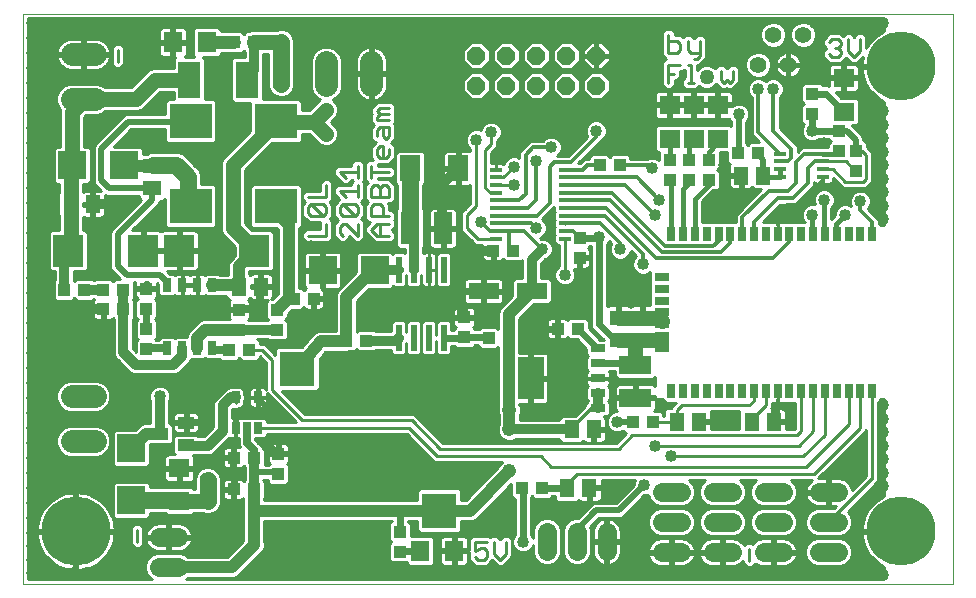
<source format=gtl>
G75*
G70*
%OFA0B0*%
%FSLAX24Y24*%
%IPPOS*%
%LPD*%
%AMOC8*
5,1,8,0,0,1.08239X$1,22.5*
%
%ADD10C,0.0000*%
%ADD11C,0.0110*%
%ADD12R,0.0250X0.0500*%
%ADD13R,0.0500X0.0250*%
%ADD14R,0.0591X0.0512*%
%ADD15R,0.0512X0.0591*%
%ADD16R,0.0433X0.0394*%
%ADD17R,0.0394X0.0433*%
%ADD18R,0.0945X0.0945*%
%ADD19C,0.0750*%
%ADD20C,0.0640*%
%ADD21R,0.0512X0.0630*%
%ADD22C,0.0634*%
%ADD23C,0.0560*%
%ADD24R,0.0390X0.0120*%
%ADD25R,0.1063X0.0630*%
%ADD26R,0.1024X0.0551*%
%ADD27R,0.0630X0.0710*%
%ADD28R,0.0710X0.0630*%
%ADD29R,0.0701X0.0850*%
%ADD30R,0.0748X0.1240*%
%ADD31C,0.2300*%
%ADD32R,0.1004X0.1063*%
%ADD33R,0.0551X0.0394*%
%ADD34R,0.0272X0.0390*%
%ADD35R,0.0866X0.1417*%
%ADD36R,0.0630X0.1063*%
%ADD37R,0.0394X0.0157*%
%ADD38OC8,0.0600*%
%ADD39R,0.1181X0.1181*%
%ADD40R,0.0709X0.0630*%
%ADD41R,0.1417X0.1181*%
%ADD42R,0.0300X0.0450*%
%ADD43R,0.0197X0.0866*%
%ADD44C,0.0100*%
%ADD45C,0.0320*%
%ADD46C,0.0476*%
%ADD47C,0.0400*%
%ADD48C,0.0400*%
%ADD49C,0.0160*%
%ADD50C,0.0200*%
%ADD51C,0.0250*%
%ADD52C,0.0240*%
%ADD53C,0.0140*%
%ADD54C,0.0120*%
%ADD55C,0.0500*%
%ADD56C,0.0560*%
%ADD57C,0.0430*%
%ADD58C,0.0850*%
%ADD59C,0.0500*%
D10*
X001280Y001089D02*
X001280Y020089D01*
X032280Y020089D01*
X032280Y001089D01*
X001280Y001089D01*
D11*
X005080Y002494D02*
X005080Y002887D01*
X016335Y002484D02*
X016335Y002189D01*
X016532Y002287D01*
X016630Y002287D01*
X016729Y002189D01*
X016729Y001992D01*
X016630Y001894D01*
X016433Y001894D01*
X016335Y001992D01*
X016335Y002484D02*
X016729Y002484D01*
X016980Y002484D02*
X016980Y002090D01*
X017176Y001894D01*
X017373Y002090D01*
X017373Y002484D01*
X025480Y002243D02*
X025480Y001849D01*
X013475Y012694D02*
X013081Y012694D01*
X012885Y012890D01*
X013081Y013087D01*
X013475Y013087D01*
X013475Y013338D02*
X012885Y013338D01*
X012885Y013633D01*
X012983Y013732D01*
X013180Y013732D01*
X013278Y013633D01*
X013278Y013338D01*
X013180Y013087D02*
X013180Y012694D01*
X012425Y012694D02*
X012425Y013087D01*
X012327Y013338D02*
X011933Y013732D01*
X012327Y013732D01*
X012425Y013633D01*
X012425Y013436D01*
X012327Y013338D01*
X011933Y013338D01*
X011835Y013436D01*
X011835Y013633D01*
X011933Y013732D01*
X012031Y013983D02*
X011835Y014179D01*
X012425Y014179D01*
X012425Y013983D02*
X012425Y014376D01*
X012425Y014627D02*
X012425Y015021D01*
X012425Y014824D02*
X011835Y014824D01*
X012031Y014627D01*
X011375Y014376D02*
X011375Y013983D01*
X010785Y013983D01*
X010883Y013732D02*
X011277Y013338D01*
X011375Y013436D01*
X011375Y013633D01*
X011277Y013732D01*
X010883Y013732D01*
X010785Y013633D01*
X010785Y013436D01*
X010883Y013338D01*
X011277Y013338D01*
X011375Y013087D02*
X011375Y012694D01*
X010785Y012694D01*
X011835Y012792D02*
X011933Y012694D01*
X011835Y012792D02*
X011835Y012989D01*
X011933Y013087D01*
X012031Y013087D01*
X012425Y012694D01*
X012885Y013983D02*
X012885Y014278D01*
X012983Y014376D01*
X013081Y014376D01*
X013180Y014278D01*
X013180Y013983D01*
X013180Y014278D02*
X013278Y014376D01*
X013377Y014376D01*
X013475Y014278D01*
X013475Y013983D01*
X012885Y013983D01*
X012885Y014627D02*
X012885Y015021D01*
X012885Y014824D02*
X013475Y014824D01*
X013377Y015272D02*
X013180Y015272D01*
X013081Y015370D01*
X013081Y015567D01*
X013180Y015665D01*
X013278Y015665D01*
X013278Y015272D01*
X013377Y015272D02*
X013475Y015370D01*
X013475Y015567D01*
X013377Y015916D02*
X013278Y016015D01*
X013278Y016310D01*
X013180Y016310D02*
X013475Y016310D01*
X013475Y016015D01*
X013377Y015916D01*
X013081Y016015D02*
X013081Y016211D01*
X013180Y016310D01*
X013081Y016561D02*
X013081Y016659D01*
X013180Y016757D01*
X013081Y016856D01*
X013180Y016954D01*
X013475Y016954D01*
X013475Y016757D02*
X013180Y016757D01*
X013081Y016561D02*
X013475Y016561D01*
X004430Y018494D02*
X004430Y018887D01*
X022785Y018794D02*
X023080Y018794D01*
X023179Y018892D01*
X023179Y019089D01*
X023080Y019187D01*
X022785Y019187D01*
X022785Y019384D02*
X022785Y018794D01*
X022785Y018384D02*
X023179Y018384D01*
X023430Y018384D02*
X023528Y018384D01*
X023528Y017794D01*
X023430Y017794D02*
X023626Y017794D01*
X022982Y018089D02*
X022785Y018089D01*
X022785Y017794D02*
X022785Y018384D01*
X023430Y018892D02*
X023528Y018794D01*
X023823Y018794D01*
X023823Y018695D02*
X023725Y018597D01*
X023626Y018597D01*
X023823Y018695D02*
X023823Y019187D01*
X023430Y019187D02*
X023430Y018892D01*
X024535Y018187D02*
X024535Y017892D01*
X024633Y017794D01*
X024732Y017892D01*
X024830Y017794D01*
X024929Y017892D01*
X024929Y018187D01*
X028135Y018742D02*
X028233Y018644D01*
X028430Y018644D01*
X028529Y018742D01*
X028529Y018840D01*
X028430Y018939D01*
X028332Y018939D01*
X028430Y018939D02*
X028529Y019037D01*
X028529Y019136D01*
X028430Y019234D01*
X028233Y019234D01*
X028135Y019136D01*
X028780Y019234D02*
X028780Y018840D01*
X028976Y018644D01*
X029173Y018840D01*
X029173Y019234D01*
D12*
X029184Y012749D03*
X029577Y012749D03*
X028790Y012749D03*
X028396Y012749D03*
X028002Y012749D03*
X027609Y012749D03*
X027215Y012749D03*
X026821Y012749D03*
X026428Y012749D03*
X026034Y012749D03*
X025640Y012749D03*
X025247Y012749D03*
X024853Y012749D03*
X024459Y012749D03*
X024065Y012749D03*
X023672Y012749D03*
X023278Y012749D03*
X022884Y012749D03*
X022884Y007513D03*
X023278Y007513D03*
X023672Y007513D03*
X024065Y007513D03*
X024459Y007513D03*
X024853Y007513D03*
X025247Y007513D03*
X025640Y007513D03*
X026034Y007513D03*
X026428Y007513D03*
X026821Y007513D03*
X027215Y007513D03*
X027609Y007513D03*
X028002Y007513D03*
X028396Y007513D03*
X028790Y007513D03*
X029184Y007513D03*
X029577Y007513D03*
D13*
X022569Y008950D03*
X022569Y009344D03*
X022569Y009737D03*
X022569Y010131D03*
X022569Y010525D03*
X022569Y010918D03*
X022569Y011312D03*
X020443Y008939D03*
X020443Y008439D03*
X020443Y007939D03*
X020443Y007439D03*
X020443Y006939D03*
D14*
X021130Y009214D03*
X021930Y009214D03*
X021930Y009963D03*
X021130Y009963D03*
X005580Y014264D03*
X005580Y015013D03*
D15*
X003604Y013739D03*
X002856Y013739D03*
X008456Y010989D03*
X009204Y010989D03*
X019556Y006239D03*
X020304Y006239D03*
X025556Y006489D03*
X026304Y006489D03*
X025954Y014689D03*
X025206Y014689D03*
D16*
X024130Y014554D03*
X023480Y014554D03*
X022830Y014554D03*
X022830Y015223D03*
X023480Y015223D03*
X024130Y015223D03*
X027580Y016754D03*
X027580Y017423D03*
X028480Y016173D03*
X028480Y015504D03*
X029030Y015523D03*
X029030Y014854D03*
X019765Y009589D03*
X019095Y009589D03*
X015980Y009304D03*
X015980Y009973D03*
X012715Y009189D03*
X012045Y009189D03*
X009730Y009554D03*
X009730Y010223D03*
X005380Y010254D03*
X005380Y010923D03*
X008295Y005289D03*
X008965Y005289D03*
X008965Y004239D03*
X008295Y004239D03*
X013830Y002823D03*
X013830Y002154D03*
X016945Y012189D03*
X017615Y012189D03*
D17*
X019830Y011954D03*
X019830Y012623D03*
X020495Y015039D03*
X021165Y015039D03*
X025095Y015439D03*
X025765Y015439D03*
X017465Y009289D03*
X016795Y009289D03*
X021595Y006489D03*
X022265Y006489D03*
X018565Y004289D03*
X017895Y004289D03*
X009780Y004754D03*
X009780Y005423D03*
X008815Y008889D03*
X008145Y008889D03*
X008480Y009554D03*
X008480Y010223D03*
X010295Y010589D03*
X010965Y010589D03*
X005380Y009573D03*
X005380Y008904D03*
X004615Y010239D03*
X003945Y010239D03*
X003945Y010889D03*
X003315Y010889D03*
X002645Y010889D03*
X004615Y010889D03*
X008295Y019139D03*
X008965Y019139D03*
D18*
X004646Y015039D03*
X002914Y015039D03*
X011264Y011539D03*
X012996Y011539D03*
X004880Y005605D03*
X004880Y003872D03*
D19*
X003655Y005839D02*
X002905Y005839D01*
X002905Y007339D02*
X003655Y007339D01*
X003655Y017239D02*
X002905Y017239D01*
X002905Y018739D02*
X003655Y018739D01*
X011380Y018464D02*
X011380Y017714D01*
X012880Y017714D02*
X012880Y018464D01*
D20*
X022560Y004139D02*
X023200Y004139D01*
X024260Y004139D02*
X024900Y004139D01*
X025960Y004139D02*
X026600Y004139D01*
X026600Y003139D02*
X025960Y003139D01*
X025960Y002139D02*
X026600Y002139D01*
X024900Y002139D02*
X024260Y002139D01*
X023200Y002139D02*
X022560Y002139D01*
X022560Y003139D02*
X023200Y003139D01*
X024260Y003139D02*
X024900Y003139D01*
D21*
X020154Y004289D03*
X019406Y004289D03*
X023056Y006489D03*
X023804Y006489D03*
D22*
X027813Y004139D02*
X028447Y004139D01*
X028447Y003139D02*
X027813Y003139D01*
X027813Y002139D02*
X028447Y002139D01*
X020730Y002172D02*
X020730Y002805D01*
X019730Y002805D02*
X019730Y002172D01*
X018730Y002172D02*
X018730Y002805D01*
X006447Y002639D02*
X005813Y002639D01*
X005813Y001639D02*
X006447Y001639D01*
D23*
X007430Y003839D03*
X007430Y004539D03*
X014180Y013939D03*
X009880Y017739D03*
X009880Y018439D03*
X009880Y019139D03*
X025780Y018389D03*
X026780Y018389D03*
X026280Y019389D03*
X027280Y019389D03*
D24*
X019329Y014890D03*
X019329Y014634D03*
X019329Y014378D03*
X019329Y014122D03*
X019329Y013866D03*
X019329Y013611D03*
X019329Y013355D03*
X019329Y013099D03*
X019329Y012843D03*
X019329Y012587D03*
X017031Y012587D03*
X017031Y012843D03*
X017031Y013099D03*
X017031Y013355D03*
X017031Y013611D03*
X017031Y013866D03*
X017031Y014122D03*
X017031Y014378D03*
X017031Y014634D03*
X017031Y014890D03*
D25*
X021680Y008390D03*
X021680Y007287D03*
D26*
X018237Y010839D03*
X016623Y010839D03*
D27*
X007390Y019139D03*
X006270Y019139D03*
X014520Y002189D03*
X015640Y002189D03*
D28*
X022830Y015929D03*
X023630Y015929D03*
X024430Y015929D03*
X024430Y017048D03*
X023630Y017048D03*
X022830Y017048D03*
X028630Y016829D03*
X028630Y017948D03*
D29*
X015783Y014939D03*
X014181Y014939D03*
D30*
X008745Y017889D03*
X006815Y017889D03*
D31*
X003030Y002839D03*
X030530Y002839D03*
X030530Y018339D03*
D32*
X008980Y012189D03*
X006480Y012189D03*
X005280Y012189D03*
X002780Y012189D03*
D33*
X006713Y006463D03*
X005847Y006089D03*
X006713Y005714D03*
D34*
X008356Y006281D03*
X008730Y006281D03*
X009104Y006281D03*
X009104Y007300D03*
X008356Y007300D03*
D35*
X018199Y007939D03*
D36*
X015281Y012939D03*
X014179Y012939D03*
D37*
X026521Y014655D03*
X026521Y014911D03*
X026521Y015166D03*
X026521Y015422D03*
X027939Y015422D03*
X027939Y015166D03*
X027939Y014911D03*
X027939Y014655D03*
D38*
X020380Y017689D03*
X019380Y017689D03*
X018380Y017689D03*
X017380Y017689D03*
X016380Y017689D03*
X016380Y018689D03*
X017380Y018689D03*
X018380Y018689D03*
X019380Y018689D03*
X020380Y018689D03*
D39*
X010418Y008251D03*
X015142Y003526D03*
D40*
X006480Y003837D03*
X006480Y004940D03*
D41*
X006863Y013671D03*
X009697Y013671D03*
X009697Y016506D03*
X006863Y016506D03*
D42*
X007080Y011039D03*
X006580Y011039D03*
X006080Y011039D03*
X007580Y011039D03*
X007580Y008939D03*
X007080Y008939D03*
X006580Y008939D03*
X006080Y008939D03*
D43*
X013802Y009292D03*
X014302Y009292D03*
X014802Y009292D03*
X015302Y009292D03*
X015302Y011556D03*
X014802Y011556D03*
X014302Y011556D03*
X013802Y011556D03*
D44*
X014050Y011366D02*
X014052Y011367D01*
X014053Y011366D01*
X014053Y011061D01*
X014141Y010973D01*
X014462Y010973D01*
X014550Y011061D01*
X014550Y011366D01*
X014553Y011369D01*
X014553Y011103D01*
X014563Y011065D01*
X014583Y011031D01*
X014611Y011003D01*
X014645Y010983D01*
X014683Y010973D01*
X014801Y010973D01*
X014801Y011555D01*
X014802Y011555D01*
X014802Y010973D01*
X014920Y010973D01*
X014958Y010983D01*
X014992Y011003D01*
X015020Y011031D01*
X015040Y011065D01*
X015050Y011103D01*
X015050Y011556D01*
X015050Y012009D01*
X015040Y012047D01*
X015020Y012081D01*
X014992Y012109D01*
X014958Y012129D01*
X014920Y012139D01*
X014802Y012139D01*
X014802Y011556D01*
X015050Y011556D01*
X014802Y011556D01*
X014802Y011556D01*
X014801Y011556D01*
X014801Y012139D01*
X014683Y012139D01*
X014645Y012129D01*
X014612Y012109D01*
X014612Y012313D01*
X014644Y012345D01*
X014644Y013532D01*
X014610Y013566D01*
X014610Y014024D01*
X014610Y014380D01*
X014681Y014451D01*
X014681Y015426D01*
X014593Y015514D01*
X013768Y015514D01*
X013680Y015426D01*
X013680Y014451D01*
X013750Y014382D01*
X013750Y014024D01*
X013750Y013568D01*
X013714Y013532D01*
X013714Y012345D01*
X013802Y012257D01*
X013992Y012257D01*
X013992Y012109D01*
X013962Y012139D01*
X013641Y012139D01*
X013597Y012095D01*
X013531Y012161D01*
X012462Y012161D01*
X012374Y012073D01*
X012374Y011480D01*
X011847Y010953D01*
X011749Y010855D01*
X011695Y010726D01*
X011695Y009523D01*
X011244Y009523D01*
X011229Y009528D01*
X011175Y009523D01*
X011121Y009523D01*
X011106Y009517D01*
X011090Y009516D01*
X011042Y009490D01*
X010992Y009470D01*
X010981Y009459D01*
X010967Y009451D01*
X010932Y009410D01*
X010894Y009371D01*
X010887Y009357D01*
X010581Y008991D01*
X009765Y008991D01*
X009677Y008903D01*
X009677Y008724D01*
X009430Y008971D01*
X009313Y009088D01*
X009161Y009088D01*
X009161Y009167D01*
X009085Y009244D01*
X009414Y009244D01*
X009451Y009207D01*
X010009Y009207D01*
X010096Y009295D01*
X010096Y009813D01*
X010021Y009889D01*
X010096Y009964D01*
X010096Y010095D01*
X010224Y010222D01*
X010554Y010222D01*
X010635Y010302D01*
X010648Y010280D01*
X010676Y010252D01*
X010710Y010232D01*
X010748Y010222D01*
X010916Y010222D01*
X010916Y010540D01*
X011013Y010540D01*
X011013Y010222D01*
X011181Y010222D01*
X011219Y010232D01*
X011254Y010252D01*
X011281Y010280D01*
X011301Y010314D01*
X011311Y010352D01*
X011695Y010352D01*
X011695Y010450D02*
X011311Y010450D01*
X011311Y010540D02*
X011311Y010352D01*
X011255Y010253D02*
X011695Y010253D01*
X011695Y010154D02*
X010156Y010154D01*
X010096Y010056D02*
X011695Y010056D01*
X011695Y009957D02*
X010090Y009957D01*
X010050Y009859D02*
X011695Y009859D01*
X011695Y009760D02*
X010096Y009760D01*
X010096Y009662D02*
X011695Y009662D01*
X011695Y009563D02*
X010096Y009563D01*
X010096Y009465D02*
X010987Y009465D01*
X010891Y009366D02*
X010096Y009366D01*
X010069Y009268D02*
X010813Y009268D01*
X010730Y009169D02*
X009160Y009169D01*
X009331Y009071D02*
X010648Y009071D01*
X011158Y008590D02*
X011354Y008823D01*
X012100Y008823D01*
X012144Y008842D01*
X012324Y008842D01*
X012380Y008898D01*
X012436Y008842D01*
X012993Y008842D01*
X013030Y008879D01*
X013553Y008879D01*
X013553Y008797D01*
X013641Y008709D01*
X013962Y008709D01*
X014050Y008797D01*
X014050Y009102D01*
X014053Y009105D01*
X014053Y008797D01*
X014141Y008709D01*
X014462Y008709D01*
X014550Y008797D01*
X014550Y009787D01*
X014462Y009875D01*
X014141Y009875D01*
X014053Y009787D01*
X014053Y009479D01*
X014050Y009482D01*
X014050Y009787D01*
X013962Y009875D01*
X013641Y009875D01*
X013553Y009787D01*
X013553Y009498D01*
X013030Y009498D01*
X012993Y009535D01*
X012436Y009535D01*
X012395Y009495D01*
X012395Y010512D01*
X012800Y010916D01*
X013531Y010916D01*
X013614Y011000D01*
X013641Y010973D01*
X013962Y010973D01*
X014050Y011061D01*
X014050Y011366D01*
X014050Y011337D02*
X014053Y011337D01*
X014050Y011238D02*
X014053Y011238D01*
X014050Y011140D02*
X014053Y011140D01*
X014072Y011041D02*
X014031Y011041D01*
X014531Y011041D02*
X014577Y011041D01*
X014553Y011140D02*
X014550Y011140D01*
X014550Y011238D02*
X014553Y011238D01*
X014550Y011337D02*
X014553Y011337D01*
X014801Y011337D02*
X014802Y011337D01*
X014801Y011436D02*
X014802Y011436D01*
X014801Y011534D02*
X014802Y011534D01*
X014801Y011633D02*
X014802Y011633D01*
X014801Y011731D02*
X014802Y011731D01*
X014801Y011830D02*
X014802Y011830D01*
X014801Y011928D02*
X014802Y011928D01*
X014801Y012027D02*
X014802Y012027D01*
X014801Y012125D02*
X014802Y012125D01*
X014964Y012125D02*
X015128Y012125D01*
X015141Y012139D02*
X015053Y012051D01*
X015053Y011061D01*
X015141Y010973D01*
X015462Y010973D01*
X015550Y011061D01*
X015550Y012051D01*
X015462Y012139D01*
X015141Y012139D01*
X015053Y012027D02*
X015045Y012027D01*
X015050Y011928D02*
X015053Y011928D01*
X015050Y011830D02*
X015053Y011830D01*
X015050Y011731D02*
X015053Y011731D01*
X015050Y011633D02*
X015053Y011633D01*
X015050Y011534D02*
X015053Y011534D01*
X015050Y011436D02*
X015053Y011436D01*
X015050Y011337D02*
X015053Y011337D01*
X015050Y011238D02*
X015053Y011238D01*
X015050Y011140D02*
X015053Y011140D01*
X015072Y011041D02*
X015026Y011041D01*
X014802Y011041D02*
X014801Y011041D01*
X014801Y011140D02*
X014802Y011140D01*
X014801Y011238D02*
X014802Y011238D01*
X015531Y011041D02*
X015961Y011041D01*
X015961Y011134D02*
X015961Y010888D01*
X016573Y010888D01*
X016573Y010789D01*
X015961Y010789D01*
X015961Y010543D01*
X015971Y010505D01*
X015991Y010471D01*
X016019Y010443D01*
X016053Y010423D01*
X016091Y010413D01*
X016573Y010413D01*
X016573Y010788D01*
X016673Y010788D01*
X016673Y010413D01*
X017154Y010413D01*
X017193Y010423D01*
X017227Y010443D01*
X017255Y010471D01*
X017274Y010505D01*
X017285Y010543D01*
X017285Y010789D01*
X016673Y010789D01*
X016673Y010888D01*
X017285Y010888D01*
X017285Y011134D01*
X017274Y011172D01*
X017255Y011206D01*
X017227Y011234D01*
X017193Y011254D01*
X017154Y011264D01*
X016673Y011264D01*
X016673Y010889D01*
X016573Y010889D01*
X016573Y011264D01*
X016091Y011264D01*
X016053Y011254D01*
X016019Y011234D01*
X015991Y011206D01*
X015971Y011172D01*
X015961Y011134D01*
X015963Y011140D02*
X015550Y011140D01*
X015550Y011238D02*
X016027Y011238D01*
X015961Y010943D02*
X013557Y010943D01*
X012728Y010844D02*
X016573Y010844D01*
X016573Y010746D02*
X016673Y010746D01*
X016673Y010844D02*
X017575Y010844D01*
X017575Y010746D02*
X017285Y010746D01*
X017285Y010647D02*
X017551Y010647D01*
X017575Y010672D02*
X017168Y010264D01*
X017115Y010136D01*
X017115Y009996D01*
X017115Y009595D01*
X017054Y009655D01*
X016536Y009655D01*
X016455Y009574D01*
X016335Y009574D01*
X016266Y009643D01*
X016289Y009656D01*
X016317Y009684D01*
X016336Y009718D01*
X016346Y009757D01*
X016346Y009925D01*
X016029Y009925D01*
X016029Y010022D01*
X016346Y010022D01*
X016346Y010190D01*
X016336Y010228D01*
X016317Y010262D01*
X016289Y010290D01*
X016254Y010310D01*
X016216Y010320D01*
X016028Y010320D01*
X016028Y010022D01*
X015931Y010022D01*
X015931Y009925D01*
X015613Y009925D01*
X015613Y009757D01*
X015624Y009718D01*
X015643Y009684D01*
X015671Y009656D01*
X015694Y009643D01*
X015613Y009563D01*
X015613Y009562D01*
X015550Y009562D01*
X015550Y009787D01*
X015462Y009875D01*
X015141Y009875D01*
X015053Y009787D01*
X015053Y009398D01*
X015050Y009390D01*
X015050Y009787D01*
X014962Y009875D01*
X014641Y009875D01*
X014553Y009787D01*
X014553Y008797D01*
X014641Y008709D01*
X014962Y008709D01*
X015050Y008797D01*
X015050Y009194D01*
X015053Y009186D01*
X015053Y008797D01*
X015141Y008709D01*
X015462Y008709D01*
X015550Y008797D01*
X015550Y009022D01*
X015636Y009022D01*
X015701Y008957D01*
X016259Y008957D01*
X016335Y009034D01*
X016449Y009034D01*
X016449Y009010D01*
X016536Y008922D01*
X017054Y008922D01*
X017115Y008982D01*
X017115Y007020D01*
X017092Y006966D01*
X017092Y006811D01*
X017130Y006720D01*
X017130Y006407D01*
X017092Y006316D01*
X017092Y006161D01*
X017151Y006019D01*
X017260Y005910D01*
X017403Y005851D01*
X017557Y005851D01*
X017700Y005910D01*
X017718Y005929D01*
X019150Y005929D01*
X019150Y005881D01*
X019238Y005793D01*
X019874Y005793D01*
X019930Y005849D01*
X019956Y005823D01*
X019990Y005803D01*
X020028Y005793D01*
X020254Y005793D01*
X020254Y006188D01*
X020354Y006188D01*
X020354Y005793D01*
X020580Y005793D01*
X020618Y005803D01*
X020652Y005823D01*
X020680Y005851D01*
X020700Y005885D01*
X020710Y005923D01*
X020710Y006189D01*
X020354Y006189D01*
X020354Y006288D01*
X020710Y006288D01*
X020710Y006554D01*
X020700Y006592D01*
X020680Y006626D01*
X020652Y006654D01*
X020635Y006664D01*
X020755Y006664D01*
X020843Y006751D01*
X020843Y007126D01*
X020780Y007189D01*
X020843Y007251D01*
X020843Y007626D01*
X020779Y007690D01*
X020785Y007693D01*
X020813Y007721D01*
X020833Y007756D01*
X020843Y007794D01*
X020843Y007926D01*
X020456Y007926D01*
X020456Y007951D01*
X020843Y007951D01*
X020843Y008083D01*
X020833Y008121D01*
X020813Y008156D01*
X020800Y008169D01*
X020999Y008169D01*
X020999Y008013D01*
X021086Y007925D01*
X022274Y007925D01*
X022330Y007981D01*
X022330Y007696D01*
X022304Y007722D01*
X022269Y007742D01*
X022231Y007752D01*
X021730Y007752D01*
X021730Y007337D01*
X022330Y007337D01*
X022330Y007239D01*
X022609Y007239D01*
X022609Y007201D01*
X022697Y007113D01*
X023022Y007113D01*
X022973Y007064D01*
X022862Y006953D01*
X022738Y006953D01*
X022650Y006866D01*
X022650Y006688D01*
X022611Y006688D01*
X022611Y006767D01*
X022524Y006855D01*
X022306Y006855D01*
X022331Y006880D01*
X022351Y006914D01*
X022361Y006953D01*
X022361Y007237D01*
X021730Y007237D01*
X021730Y007337D01*
X021630Y007337D01*
X021630Y007237D01*
X020999Y007237D01*
X020999Y006953D01*
X021009Y006914D01*
X021028Y006880D01*
X021056Y006852D01*
X021080Y006838D01*
X021010Y006838D01*
X020882Y006785D01*
X020783Y006687D01*
X020730Y006558D01*
X020730Y006419D01*
X020783Y006290D01*
X020882Y006192D01*
X021010Y006139D01*
X021150Y006139D01*
X021270Y006188D01*
X021336Y006122D01*
X021381Y006122D01*
X021047Y005788D01*
X015263Y005788D01*
X014430Y006621D01*
X014313Y006738D01*
X010663Y006738D01*
X009891Y007510D01*
X011070Y007510D01*
X011158Y007598D01*
X011158Y008590D01*
X011158Y008578D02*
X017115Y008578D01*
X017115Y008676D02*
X011231Y008676D01*
X011313Y008775D02*
X013575Y008775D01*
X013553Y008873D02*
X013025Y008873D01*
X012404Y008873D02*
X012356Y008873D01*
X012030Y009173D02*
X012045Y009189D01*
X012395Y009563D02*
X013553Y009563D01*
X013553Y009662D02*
X012395Y009662D01*
X012395Y009760D02*
X013553Y009760D01*
X013625Y009859D02*
X012395Y009859D01*
X012395Y009957D02*
X015931Y009957D01*
X015931Y010022D02*
X015613Y010022D01*
X015613Y010190D01*
X015624Y010228D01*
X015643Y010262D01*
X015671Y010290D01*
X015706Y010310D01*
X015744Y010320D01*
X015931Y010320D01*
X015931Y010022D01*
X015931Y010056D02*
X016028Y010056D01*
X016028Y010154D02*
X015931Y010154D01*
X015931Y010253D02*
X016028Y010253D01*
X016012Y010450D02*
X012395Y010450D01*
X012395Y010352D02*
X017255Y010352D01*
X017234Y010450D02*
X017354Y010450D01*
X017285Y010549D02*
X017452Y010549D01*
X017575Y010672D02*
X017575Y011176D01*
X017663Y011264D01*
X017920Y011264D01*
X017920Y011827D01*
X017920Y011868D01*
X017893Y011842D01*
X017336Y011842D01*
X017280Y011898D01*
X017254Y011872D01*
X017220Y011852D01*
X017182Y011842D01*
X016994Y011842D01*
X016994Y012140D01*
X016897Y012140D01*
X016897Y011842D01*
X016709Y011842D01*
X016671Y011852D01*
X016637Y011872D01*
X016609Y011900D01*
X016589Y011934D01*
X016579Y011972D01*
X016579Y012140D01*
X016897Y012140D01*
X016897Y012237D01*
X016579Y012237D01*
X016579Y012387D01*
X016349Y012387D01*
X016232Y012504D01*
X015880Y012856D01*
X015880Y013021D01*
X015880Y013471D01*
X015997Y013588D01*
X016180Y013771D01*
X016180Y014371D01*
X016153Y014363D01*
X015833Y014363D01*
X015833Y014888D01*
X015733Y014888D01*
X015733Y014363D01*
X015413Y014363D01*
X015375Y014374D01*
X015341Y014393D01*
X015313Y014421D01*
X015293Y014455D01*
X015283Y014494D01*
X015283Y014889D01*
X015733Y014889D01*
X015733Y014988D01*
X015283Y014988D01*
X015283Y015383D01*
X015293Y015422D01*
X015313Y015456D01*
X015341Y015484D01*
X015375Y015503D01*
X015413Y015514D01*
X015733Y015514D01*
X015733Y014989D01*
X015833Y014989D01*
X015833Y015514D01*
X016153Y015514D01*
X016180Y015506D01*
X016180Y015594D01*
X016083Y015690D01*
X016030Y015819D01*
X016030Y015958D01*
X016083Y016087D01*
X016182Y016185D01*
X016310Y016238D01*
X016450Y016238D01*
X016530Y016205D01*
X016530Y016208D01*
X016583Y016337D01*
X016682Y016435D01*
X016810Y016488D01*
X016950Y016488D01*
X017078Y016435D01*
X017177Y016337D01*
X017230Y016208D01*
X017230Y016069D01*
X017177Y015940D01*
X017080Y015844D01*
X017080Y015656D01*
X016963Y015539D01*
X016963Y015539D01*
X016880Y015456D01*
X016880Y015100D01*
X017031Y015100D01*
X017031Y014890D01*
X017031Y015287D01*
X017030Y015289D01*
X016880Y015279D02*
X017425Y015279D01*
X017432Y015285D02*
X017333Y015187D01*
X017291Y015086D01*
X017284Y015090D01*
X017246Y015100D01*
X017031Y015100D01*
X017031Y014890D01*
X017030Y014889D01*
X017031Y014890D02*
X017031Y014890D01*
X017031Y014983D02*
X017031Y014983D01*
X017031Y015082D02*
X017031Y015082D01*
X016880Y015180D02*
X017331Y015180D01*
X017432Y015285D02*
X017560Y015338D01*
X017700Y015338D01*
X017820Y015289D01*
X017820Y015475D01*
X017943Y015598D01*
X018193Y015848D01*
X018367Y015848D01*
X018595Y015848D01*
X018682Y015935D01*
X018810Y015988D01*
X018950Y015988D01*
X019078Y015935D01*
X019177Y015837D01*
X019230Y015708D01*
X019230Y015569D01*
X019177Y015440D01*
X019085Y015348D01*
X019443Y015348D01*
X020084Y015989D01*
X020083Y015990D01*
X020030Y016119D01*
X020030Y016258D01*
X020083Y016387D01*
X020182Y016485D01*
X020310Y016538D01*
X020450Y016538D01*
X020578Y016485D01*
X020677Y016387D01*
X020730Y016258D01*
X020730Y016119D01*
X020677Y015990D01*
X020590Y015904D01*
X020590Y015901D01*
X019788Y015100D01*
X019845Y015100D01*
X019993Y015248D01*
X020149Y015248D01*
X020149Y015317D01*
X020236Y015405D01*
X020754Y015405D01*
X020830Y015329D01*
X020906Y015405D01*
X021424Y015405D01*
X021511Y015317D01*
X021511Y015248D01*
X022064Y015248D01*
X022160Y015288D01*
X022300Y015288D01*
X022428Y015235D01*
X022463Y015200D01*
X022463Y015464D01*
X022413Y015464D01*
X022325Y015552D01*
X022325Y016306D01*
X022413Y016394D01*
X023247Y016394D01*
X024013Y016394D01*
X024847Y016394D01*
X024880Y016361D01*
X024880Y016494D01*
X024833Y016540D01*
X024814Y016586D01*
X024805Y016583D01*
X024480Y016583D01*
X024480Y016998D01*
X024380Y016998D01*
X024380Y016583D01*
X024055Y016583D01*
X024030Y016590D01*
X024005Y016583D01*
X023680Y016583D01*
X023680Y016998D01*
X023580Y016998D01*
X023580Y016583D01*
X023255Y016583D01*
X023230Y016590D01*
X023205Y016583D01*
X022880Y016583D01*
X022880Y016998D01*
X022780Y016998D01*
X022780Y016583D01*
X022455Y016583D01*
X022417Y016594D01*
X022383Y016613D01*
X022355Y016641D01*
X022335Y016675D01*
X022325Y016714D01*
X022325Y016998D01*
X022780Y016998D01*
X022780Y017098D01*
X022325Y017098D01*
X022325Y017383D01*
X022335Y017421D01*
X022355Y017455D01*
X022383Y017483D01*
X022417Y017503D01*
X022455Y017513D01*
X022780Y017513D01*
X022780Y017098D01*
X022880Y017098D01*
X023335Y017098D01*
X023580Y017098D01*
X023580Y016998D01*
X023335Y016998D01*
X022880Y016998D01*
X022880Y017098D01*
X022880Y017513D01*
X023205Y017513D01*
X023230Y017506D01*
X023255Y017513D01*
X023580Y017513D01*
X023580Y017098D01*
X023680Y017098D01*
X023925Y017098D01*
X024380Y017098D01*
X024380Y016998D01*
X023925Y016998D01*
X023680Y016998D01*
X023680Y017098D01*
X023680Y017513D01*
X024005Y017513D01*
X024030Y017506D01*
X024055Y017513D01*
X024380Y017513D01*
X024380Y017098D01*
X024480Y017098D01*
X024935Y017098D01*
X024935Y017383D01*
X024925Y017421D01*
X024905Y017455D01*
X024877Y017483D01*
X024843Y017503D01*
X024805Y017513D01*
X024480Y017513D01*
X024480Y017098D01*
X024480Y016998D01*
X024895Y016998D01*
X024932Y017035D01*
X025060Y017088D01*
X025200Y017088D01*
X025328Y017035D01*
X025427Y016937D01*
X025480Y016808D01*
X025480Y016669D01*
X025427Y016540D01*
X025380Y016494D01*
X025380Y015779D01*
X025430Y015729D01*
X025506Y015805D01*
X025817Y015805D01*
X025693Y015929D01*
X025693Y015929D01*
X025570Y016051D01*
X025570Y017304D01*
X025483Y017390D01*
X025430Y017519D01*
X025430Y017658D01*
X025483Y017787D01*
X025582Y017885D01*
X025710Y017938D01*
X025850Y017938D01*
X025978Y017885D01*
X026030Y017833D01*
X026082Y017885D01*
X026210Y017938D01*
X026350Y017938D01*
X026478Y017885D01*
X026577Y017787D01*
X026630Y017658D01*
X026630Y017519D01*
X026577Y017390D01*
X026490Y017304D01*
X026490Y016275D01*
X026967Y015798D01*
X027090Y015675D01*
X027090Y015495D01*
X027227Y015632D01*
X027401Y015632D01*
X027661Y015632D01*
X027680Y015651D01*
X027842Y015651D01*
X027843Y015652D01*
X028113Y015652D01*
X028113Y015763D01*
X028189Y015838D01*
X028113Y015914D01*
X028113Y015919D01*
X027805Y015919D01*
X027778Y015892D01*
X027650Y015839D01*
X027510Y015839D01*
X027382Y015892D01*
X027283Y015990D01*
X027230Y016119D01*
X027230Y016258D01*
X027283Y016387D01*
X027304Y016407D01*
X027301Y016407D01*
X027213Y016495D01*
X027213Y017013D01*
X027289Y017088D01*
X027213Y017164D01*
X027213Y017682D01*
X027301Y017770D01*
X027859Y017770D01*
X027930Y017699D01*
X027976Y017699D01*
X028084Y017699D01*
X028125Y017681D01*
X028125Y017898D01*
X028580Y017898D01*
X028680Y017898D01*
X028680Y017483D01*
X029005Y017483D01*
X029043Y017494D01*
X029077Y017513D01*
X029105Y017541D01*
X029125Y017575D01*
X029135Y017614D01*
X029135Y017898D01*
X028680Y017898D01*
X028680Y017998D01*
X029135Y017998D01*
X029135Y018283D01*
X029125Y018321D01*
X029105Y018355D01*
X029077Y018383D01*
X029043Y018403D01*
X029005Y018413D01*
X028680Y018413D01*
X028680Y017998D01*
X028580Y017998D01*
X028580Y017898D01*
X028580Y017483D01*
X028357Y017483D01*
X028547Y017294D01*
X029047Y017294D01*
X029135Y017206D01*
X029135Y016452D01*
X029047Y016364D01*
X028908Y016364D01*
X029172Y016100D01*
X029242Y016030D01*
X029280Y015938D01*
X029280Y015870D01*
X029980Y015870D01*
X029980Y015969D02*
X029267Y015969D01*
X029280Y015870D02*
X029309Y015870D01*
X029396Y015782D01*
X029396Y015655D01*
X029445Y015606D01*
X029580Y015471D01*
X029580Y015306D01*
X029580Y014506D01*
X029463Y014389D01*
X029363Y014289D01*
X029197Y014289D01*
X028763Y014289D01*
X028597Y014289D01*
X028285Y014600D01*
X028285Y014556D01*
X028275Y014518D01*
X028256Y014484D01*
X028228Y014456D01*
X028193Y014436D01*
X028155Y014426D01*
X027939Y014426D01*
X027939Y014654D01*
X027938Y014654D01*
X027938Y014426D01*
X027722Y014426D01*
X027684Y014436D01*
X027650Y014456D01*
X027640Y014466D01*
X027640Y014351D01*
X027517Y014229D01*
X027017Y013729D01*
X026843Y013729D01*
X026517Y013729D01*
X025938Y013149D01*
X026221Y013149D01*
X026236Y013134D01*
X026245Y013139D01*
X026283Y013149D01*
X026415Y013149D01*
X026415Y013039D01*
X026440Y013039D01*
X026440Y013149D01*
X026572Y013149D01*
X026611Y013139D01*
X026619Y013134D01*
X026634Y013149D01*
X027008Y013149D01*
X027018Y013139D01*
X027028Y013149D01*
X027324Y013149D01*
X027283Y013190D01*
X027230Y013319D01*
X027230Y013458D01*
X027283Y013587D01*
X027382Y013685D01*
X027510Y013738D01*
X027650Y013738D01*
X027666Y013732D01*
X027630Y013819D01*
X027630Y013958D01*
X027683Y014087D01*
X027782Y014185D01*
X027910Y014238D01*
X028050Y014238D01*
X028178Y014185D01*
X028277Y014087D01*
X028330Y013958D01*
X028330Y013819D01*
X028277Y013690D01*
X028210Y013624D01*
X028210Y013244D01*
X028330Y013364D01*
X028330Y013458D01*
X028383Y013587D01*
X028482Y013685D01*
X028610Y013738D01*
X028750Y013738D01*
X028873Y013688D01*
X028836Y013775D01*
X028836Y013914D01*
X028890Y014043D01*
X028988Y014141D01*
X029117Y014195D01*
X029256Y014195D01*
X029385Y014141D01*
X029483Y014043D01*
X029536Y013914D01*
X029536Y013775D01*
X029483Y013647D01*
X029426Y013589D01*
X029667Y013348D01*
X029790Y013225D01*
X029790Y013123D01*
X029852Y013061D01*
X029852Y013039D01*
X029980Y013039D01*
X029980Y017159D01*
X029974Y017162D01*
X029861Y017222D01*
X029755Y017293D01*
X029656Y017374D01*
X029566Y017464D01*
X029485Y017563D01*
X029414Y017669D01*
X029353Y017782D01*
X029305Y017900D01*
X029267Y018022D01*
X029243Y018147D01*
X029230Y018275D01*
X029230Y018289D01*
X029980Y018289D01*
X029980Y018388D01*
X029230Y018388D01*
X029230Y018402D01*
X029243Y018529D01*
X029265Y018642D01*
X029061Y018439D01*
X028891Y018439D01*
X028771Y018559D01*
X028703Y018627D01*
X028660Y018583D01*
X028614Y018537D01*
X028614Y018537D01*
X028589Y018512D01*
X028515Y018439D01*
X028318Y018439D01*
X028148Y018439D01*
X027930Y018657D01*
X027930Y018827D01*
X028042Y018939D01*
X027930Y019051D01*
X027930Y019220D01*
X027676Y019220D01*
X027644Y019145D02*
X027710Y019303D01*
X027710Y019474D01*
X027644Y019632D01*
X027524Y019753D01*
X027366Y019818D01*
X027194Y019818D01*
X027036Y019753D01*
X026915Y019632D01*
X026850Y019474D01*
X026850Y019303D01*
X026915Y019145D01*
X027036Y019024D01*
X027194Y018959D01*
X027366Y018959D01*
X027524Y019024D01*
X027644Y019145D01*
X027621Y019122D02*
X027930Y019122D01*
X027930Y019220D02*
X028028Y019319D01*
X028148Y019439D01*
X028345Y019439D01*
X028515Y019439D01*
X028515Y019439D01*
X028587Y019367D01*
X028605Y019349D01*
X028695Y019439D01*
X028864Y019439D01*
X028976Y019327D01*
X029088Y019439D01*
X029258Y019439D01*
X029378Y019319D01*
X029676Y019319D01*
X029656Y019303D02*
X029566Y019213D01*
X029485Y019114D01*
X029414Y019008D01*
X029378Y018941D01*
X029378Y019319D01*
X029378Y019220D02*
X029574Y019220D01*
X029656Y019303D02*
X029755Y019384D01*
X029861Y019455D01*
X029974Y019515D01*
X029980Y019518D01*
X029980Y019939D01*
X001430Y019939D01*
X001430Y001238D01*
X005559Y001238D01*
X005549Y001243D01*
X005417Y001374D01*
X005346Y001546D01*
X005346Y001731D01*
X005417Y001903D01*
X005549Y002034D01*
X005720Y002105D01*
X006540Y002105D01*
X006711Y002034D01*
X006757Y001988D01*
X008082Y001988D01*
X008615Y002521D01*
X008615Y003519D01*
X008615Y003658D01*
X008615Y003932D01*
X008604Y003922D01*
X008570Y003902D01*
X008532Y003892D01*
X008344Y003892D01*
X008344Y004190D01*
X008247Y004190D01*
X008247Y003892D01*
X008059Y003892D01*
X008021Y003902D01*
X007987Y003922D01*
X007959Y003950D01*
X007939Y003984D01*
X007929Y004022D01*
X007929Y004190D01*
X008247Y004190D01*
X008247Y004287D01*
X008247Y004585D01*
X008059Y004585D01*
X008021Y004575D01*
X007987Y004555D01*
X007959Y004527D01*
X007939Y004493D01*
X007929Y004455D01*
X007929Y004287D01*
X008247Y004287D01*
X008344Y004287D01*
X008344Y004585D01*
X008532Y004585D01*
X008570Y004575D01*
X008604Y004555D01*
X008630Y004529D01*
X008655Y004554D01*
X008655Y004727D01*
X008655Y004973D01*
X008630Y004998D01*
X008604Y004972D01*
X008570Y004952D01*
X008532Y004942D01*
X008344Y004942D01*
X008344Y005240D01*
X008247Y005240D01*
X008247Y004942D01*
X008059Y004942D01*
X008021Y004952D01*
X007987Y004972D01*
X007959Y005000D01*
X007939Y005034D01*
X007929Y005072D01*
X007929Y005240D01*
X008247Y005240D01*
X008247Y005337D01*
X008247Y005635D01*
X008059Y005635D01*
X008021Y005625D01*
X007987Y005605D01*
X007959Y005577D01*
X007939Y005543D01*
X007929Y005505D01*
X007929Y005337D01*
X008247Y005337D01*
X008344Y005337D01*
X008344Y005635D01*
X008496Y005635D01*
X008455Y005734D01*
X008455Y005843D01*
X008455Y005936D01*
X008374Y005936D01*
X008374Y006262D01*
X008338Y006262D01*
X008338Y005936D01*
X008200Y005936D01*
X008162Y005946D01*
X008139Y005959D01*
X008106Y005926D01*
X007606Y005426D01*
X007492Y005379D01*
X007368Y005379D01*
X007062Y005379D01*
X007051Y005368D01*
X006933Y005368D01*
X006954Y005347D01*
X006974Y005313D01*
X006984Y005274D01*
X006984Y004990D01*
X006530Y004990D01*
X006530Y004890D01*
X006984Y004890D01*
X006984Y004605D01*
X006974Y004567D01*
X006954Y004533D01*
X006926Y004505D01*
X006892Y004485D01*
X006854Y004475D01*
X006530Y004475D01*
X006530Y004890D01*
X006430Y004890D01*
X005976Y004890D01*
X005976Y004605D01*
X005986Y004567D01*
X006006Y004533D01*
X006034Y004505D01*
X006068Y004485D01*
X006106Y004475D01*
X006430Y004475D01*
X006430Y004890D01*
X006430Y004990D01*
X005976Y004990D01*
X005976Y005274D01*
X005986Y005313D01*
X006006Y005347D01*
X006034Y005375D01*
X006068Y005394D01*
X006106Y005405D01*
X006338Y005405D01*
X006287Y005455D01*
X006287Y005973D01*
X006375Y006061D01*
X007051Y006061D01*
X007114Y005998D01*
X007302Y005998D01*
X007620Y006317D01*
X007620Y006977D01*
X007620Y007100D01*
X007667Y007214D01*
X007929Y007476D01*
X008016Y007563D01*
X008118Y007605D01*
X008158Y007645D01*
X008554Y007645D01*
X008642Y007557D01*
X008642Y007420D01*
X008666Y007362D01*
X008666Y007239D01*
X008642Y007180D01*
X008642Y007043D01*
X008554Y006955D01*
X008480Y006955D01*
X008439Y006914D01*
X008273Y006914D01*
X008259Y006929D01*
X008240Y006910D01*
X008240Y006625D01*
X008338Y006625D01*
X008338Y006299D01*
X008374Y006299D01*
X008374Y006625D01*
X008512Y006625D01*
X008528Y006621D01*
X008532Y006625D01*
X008906Y006625D01*
X009302Y006625D01*
X009390Y006538D01*
X009390Y006481D01*
X010355Y006481D01*
X009497Y007339D01*
X009390Y007446D01*
X009390Y007318D01*
X009122Y007318D01*
X009122Y007282D01*
X009122Y006955D01*
X009260Y006955D01*
X009298Y006966D01*
X009332Y006985D01*
X009360Y007013D01*
X009380Y007048D01*
X009390Y007086D01*
X009390Y007282D01*
X009122Y007282D01*
X009086Y007282D01*
X009086Y006955D01*
X008948Y006955D01*
X008910Y006966D01*
X008876Y006985D01*
X008848Y007013D01*
X008828Y007048D01*
X008818Y007086D01*
X008818Y007282D01*
X009086Y007282D01*
X009086Y007318D01*
X008818Y007318D01*
X008818Y007515D01*
X008828Y007553D01*
X008848Y007587D01*
X008876Y007615D01*
X008910Y007635D01*
X008948Y007645D01*
X009086Y007645D01*
X009086Y007318D01*
X009122Y007318D01*
X009122Y007645D01*
X009260Y007645D01*
X009298Y007635D01*
X009332Y007615D01*
X009360Y007587D01*
X009380Y007553D01*
X009380Y007551D01*
X009380Y008456D01*
X009161Y008674D01*
X009161Y008610D01*
X009074Y008522D01*
X008556Y008522D01*
X008480Y008598D01*
X008404Y008522D01*
X007886Y008522D01*
X007818Y008590D01*
X007792Y008564D01*
X007368Y008564D01*
X007330Y008601D01*
X007292Y008564D01*
X006868Y008564D01*
X006865Y008566D01*
X006843Y008513D01*
X006756Y008426D01*
X006456Y008126D01*
X006342Y008079D01*
X006218Y008079D01*
X005092Y008079D01*
X004968Y008079D01*
X004854Y008126D01*
X004439Y008541D01*
X004352Y008628D01*
X004305Y008742D01*
X004305Y009923D01*
X004275Y009952D01*
X004262Y009930D01*
X004234Y009902D01*
X004200Y009882D01*
X004162Y009872D01*
X003994Y009872D01*
X003994Y010190D01*
X003897Y010190D01*
X003897Y009872D01*
X003729Y009872D01*
X003691Y009882D01*
X003656Y009902D01*
X003628Y009930D01*
X003609Y009964D01*
X003599Y010002D01*
X003599Y010190D01*
X003897Y010190D01*
X003897Y010287D01*
X003599Y010287D01*
X003599Y010475D01*
X003609Y010513D01*
X003628Y010547D01*
X003645Y010563D01*
X003630Y010578D01*
X003574Y010522D01*
X003056Y010522D01*
X002980Y010598D01*
X002904Y010522D01*
X002386Y010522D01*
X002299Y010610D01*
X002299Y011167D01*
X002335Y011204D01*
X002335Y011507D01*
X002216Y011507D01*
X002128Y011595D01*
X002128Y012782D01*
X002216Y012870D01*
X002456Y012870D01*
X002456Y013375D01*
X002450Y013381D01*
X002450Y014096D01*
X002456Y014102D01*
X002456Y014416D01*
X002379Y014416D01*
X002291Y014504D01*
X002291Y015573D01*
X002379Y015661D01*
X002514Y015661D01*
X002514Y016887D01*
X002460Y016941D01*
X002380Y017134D01*
X002380Y017343D01*
X002460Y017536D01*
X002608Y017684D01*
X002801Y017763D01*
X003759Y017763D01*
X003952Y017684D01*
X003997Y017638D01*
X004864Y017638D01*
X005341Y018115D01*
X005453Y018228D01*
X005600Y018288D01*
X006291Y018288D01*
X006291Y018571D01*
X006354Y018634D01*
X006320Y018634D01*
X006320Y019088D01*
X006220Y019088D01*
X006220Y018634D01*
X005935Y018634D01*
X005897Y018644D01*
X005863Y018664D01*
X005835Y018691D01*
X005815Y018726D01*
X005805Y018764D01*
X005805Y019089D01*
X006220Y019089D01*
X006220Y019188D01*
X005805Y019188D01*
X005805Y019513D01*
X005815Y019551D01*
X005835Y019586D01*
X005863Y019613D01*
X005897Y019633D01*
X005935Y019643D01*
X006220Y019643D01*
X006220Y019189D01*
X006320Y019189D01*
X006320Y019643D01*
X006605Y019643D01*
X006643Y019633D01*
X006677Y019613D01*
X006705Y019586D01*
X006725Y019551D01*
X006735Y019513D01*
X006735Y019188D01*
X006320Y019188D01*
X006320Y019089D01*
X006735Y019089D01*
X006735Y018764D01*
X006725Y018726D01*
X006705Y018691D01*
X006677Y018664D01*
X006668Y018659D01*
X006988Y018659D01*
X006925Y018721D01*
X006925Y019556D01*
X007013Y019643D01*
X007767Y019643D01*
X007855Y019556D01*
X007855Y019503D01*
X008035Y019503D01*
X008036Y019505D01*
X008554Y019505D01*
X008630Y019429D01*
X008706Y019505D01*
X008804Y019505D01*
X008885Y019538D01*
X009722Y019538D01*
X009794Y019568D01*
X009966Y019568D01*
X010124Y019503D01*
X010244Y019382D01*
X010310Y019224D01*
X010310Y019053D01*
X010310Y018524D01*
X010310Y017653D01*
X010244Y017495D01*
X010124Y017374D01*
X009966Y017309D01*
X009794Y017309D01*
X009636Y017374D01*
X009515Y017495D01*
X009450Y017653D01*
X009450Y018524D01*
X009450Y018739D01*
X009275Y018739D01*
X009275Y018147D01*
X009269Y018132D01*
X009269Y017246D01*
X010468Y017246D01*
X010556Y017159D01*
X010556Y016888D01*
X010814Y016888D01*
X011153Y017228D01*
X011167Y017233D01*
X011083Y017268D01*
X010935Y017416D01*
X010855Y017609D01*
X010855Y018568D01*
X010935Y018761D01*
X011083Y018909D01*
X011276Y018988D01*
X011484Y018988D01*
X011677Y018909D01*
X011825Y018761D01*
X011905Y018568D01*
X011905Y017609D01*
X011825Y017416D01*
X011677Y017268D01*
X011593Y017233D01*
X011607Y017228D01*
X011719Y017115D01*
X011780Y016968D01*
X011780Y016809D01*
X011719Y016662D01*
X011546Y016489D01*
X011719Y016315D01*
X011780Y016168D01*
X011780Y016009D01*
X011719Y015862D01*
X011607Y015749D01*
X011460Y015689D01*
X011300Y015689D01*
X011153Y015749D01*
X010814Y016089D01*
X010556Y016089D01*
X010556Y015853D01*
X010468Y015765D01*
X009557Y015765D01*
X008680Y014888D01*
X008680Y013104D01*
X008914Y012870D01*
X009544Y012870D01*
X009632Y012782D01*
X009632Y011595D01*
X009544Y011507D01*
X008806Y011507D01*
X008806Y011402D01*
X008830Y011378D01*
X008856Y011404D01*
X008890Y011424D01*
X008928Y011434D01*
X009154Y011434D01*
X009154Y011039D01*
X009254Y011039D01*
X009254Y011434D01*
X009480Y011434D01*
X009518Y011424D01*
X009552Y011404D01*
X009580Y011376D01*
X009600Y011342D01*
X009610Y011304D01*
X009610Y011038D01*
X009254Y011038D01*
X009254Y010939D01*
X009610Y010939D01*
X009610Y010673D01*
X009600Y010635D01*
X009580Y010601D01*
X009552Y010573D01*
X009546Y010570D01*
X009582Y010570D01*
X009780Y010768D01*
X009780Y012894D01*
X009743Y012931D01*
X008926Y012931D01*
X008839Y013018D01*
X008839Y014324D01*
X008926Y014412D01*
X010468Y014412D01*
X010556Y014324D01*
X010556Y013018D01*
X010480Y012942D01*
X010480Y010955D01*
X010554Y010955D01*
X010635Y010875D01*
X010648Y010897D01*
X010676Y010925D01*
X010706Y010942D01*
X010699Y010946D01*
X010671Y010974D01*
X010652Y011008D01*
X010641Y011046D01*
X010641Y011489D01*
X011214Y011489D01*
X011214Y011588D01*
X010641Y011588D01*
X010641Y012031D01*
X010652Y012069D01*
X010671Y012103D01*
X010699Y012131D01*
X010734Y012151D01*
X010772Y012161D01*
X011214Y012161D01*
X011214Y011589D01*
X011314Y011589D01*
X011314Y012161D01*
X011756Y012161D01*
X011794Y012151D01*
X011828Y012131D01*
X011856Y012103D01*
X011876Y012069D01*
X011886Y012031D01*
X011886Y011588D01*
X011314Y011588D01*
X011314Y011489D01*
X011886Y011489D01*
X011886Y011046D01*
X011876Y011008D01*
X011856Y010974D01*
X011828Y010946D01*
X011794Y010926D01*
X011756Y010916D01*
X011314Y010916D01*
X011314Y011488D01*
X011214Y011488D01*
X011214Y010946D01*
X011219Y010945D01*
X011254Y010925D01*
X011281Y010897D01*
X011301Y010863D01*
X011311Y010825D01*
X011311Y010637D01*
X011013Y010637D01*
X011013Y010540D01*
X011311Y010540D01*
X011311Y010647D02*
X011695Y010647D01*
X011695Y010549D02*
X011013Y010549D01*
X011013Y010450D02*
X010916Y010450D01*
X010916Y010352D02*
X011013Y010352D01*
X011013Y010253D02*
X010916Y010253D01*
X010675Y010253D02*
X010585Y010253D01*
X011311Y010746D02*
X011703Y010746D01*
X011744Y010844D02*
X011306Y010844D01*
X011314Y010943D02*
X011223Y010943D01*
X011214Y011041D02*
X011314Y011041D01*
X011314Y011140D02*
X011214Y011140D01*
X011214Y011238D02*
X011314Y011238D01*
X011314Y011337D02*
X011214Y011337D01*
X011214Y011436D02*
X011314Y011436D01*
X011314Y011534D02*
X012374Y011534D01*
X012374Y011633D02*
X011886Y011633D01*
X011886Y011731D02*
X012374Y011731D01*
X012374Y011830D02*
X011886Y011830D01*
X011886Y011928D02*
X012374Y011928D01*
X012374Y012027D02*
X011886Y012027D01*
X011834Y012125D02*
X012426Y012125D01*
X012510Y012489D02*
X012630Y012609D01*
X012630Y012778D01*
X012630Y013172D01*
X012540Y013262D01*
X012630Y013351D01*
X012630Y013521D01*
X012630Y013718D01*
X012556Y013792D01*
X012540Y013808D01*
X012630Y013898D01*
X012630Y014461D01*
X012589Y014502D01*
X012630Y014542D01*
X012630Y015106D01*
X012510Y015226D01*
X012340Y015226D01*
X012220Y015106D01*
X012220Y015029D01*
X011750Y015029D01*
X011630Y014909D01*
X011630Y014739D01*
X011750Y014619D01*
X011946Y014422D01*
X012116Y014422D01*
X012228Y014534D01*
X012261Y014502D01*
X012220Y014461D01*
X012220Y014384D01*
X011750Y014384D01*
X011630Y014264D01*
X011630Y014094D01*
X011750Y013974D01*
X011818Y013906D01*
X011728Y013817D01*
X011728Y013817D01*
X011701Y013790D01*
X011630Y013718D01*
X011630Y013548D01*
X011630Y013351D01*
X011750Y013231D01*
X011768Y013213D01*
X011728Y013172D01*
X011703Y013147D01*
X011630Y013074D01*
X011630Y012877D01*
X011630Y012707D01*
X011848Y012489D01*
X012018Y012489D01*
X012138Y012609D01*
X012138Y012691D01*
X012340Y012489D01*
X012510Y012489D01*
X012541Y012520D02*
X012965Y012520D01*
X012996Y012489D02*
X013095Y012489D01*
X013265Y012489D01*
X013560Y012489D01*
X013680Y012609D01*
X013680Y012778D01*
X013568Y012890D01*
X013680Y013002D01*
X013680Y013172D01*
X013639Y013213D01*
X013680Y013253D01*
X013680Y013423D01*
X013560Y013543D01*
X013483Y013543D01*
X013483Y013718D01*
X013424Y013778D01*
X013560Y013778D01*
X013680Y013898D01*
X013680Y014363D01*
X013606Y014437D01*
X013582Y014461D01*
X013535Y014507D01*
X013462Y014581D01*
X013292Y014581D01*
X013193Y014581D01*
X013180Y014568D01*
X013166Y014581D01*
X013089Y014581D01*
X013089Y014619D01*
X013560Y014619D01*
X013680Y014739D01*
X013680Y014909D01*
X013560Y015029D01*
X013089Y015029D01*
X013089Y015072D01*
X013095Y015067D01*
X013193Y015067D01*
X013363Y015067D01*
X013461Y015067D01*
X013582Y015187D01*
X013680Y015285D01*
X013680Y015455D01*
X013680Y015652D01*
X013560Y015772D01*
X013522Y015772D01*
X013522Y015772D01*
X013680Y015930D01*
X013680Y016099D01*
X013680Y016395D01*
X013639Y016435D01*
X013680Y016476D01*
X013680Y016646D01*
X013666Y016659D01*
X013680Y016673D01*
X013680Y016842D01*
X013666Y016856D01*
X013680Y016869D01*
X013680Y017039D01*
X013560Y017159D01*
X013095Y017159D01*
X012975Y017039D01*
X012876Y016941D01*
X012876Y016771D01*
X012890Y016757D01*
X012876Y016744D01*
X012876Y016574D01*
X012876Y016476D01*
X012966Y016386D01*
X012876Y016296D01*
X012876Y016126D01*
X012876Y015930D01*
X012996Y015810D01*
X013034Y015810D01*
X012975Y015750D01*
X012876Y015652D01*
X012876Y015482D01*
X012876Y015285D01*
X012936Y015226D01*
X012800Y015226D01*
X012680Y015106D01*
X012680Y014542D01*
X012769Y014452D01*
X012751Y014434D01*
X012680Y014363D01*
X012680Y014363D01*
X012680Y014193D01*
X012680Y013898D01*
X012769Y013808D01*
X012751Y013790D01*
X012680Y013718D01*
X012680Y013548D01*
X012680Y013253D01*
X012800Y013133D01*
X012837Y013133D01*
X012680Y012975D01*
X012680Y012805D01*
X012800Y012685D01*
X012996Y012489D01*
X012867Y012618D02*
X012630Y012618D01*
X012630Y012717D02*
X012768Y012717D01*
X012680Y012815D02*
X012630Y012815D01*
X012630Y012914D02*
X012680Y012914D01*
X012717Y013012D02*
X012630Y013012D01*
X012630Y013111D02*
X012815Y013111D01*
X012723Y013209D02*
X012593Y013209D01*
X012586Y013308D02*
X012680Y013308D01*
X012680Y013406D02*
X012630Y013406D01*
X012630Y013505D02*
X012680Y013505D01*
X012680Y013604D02*
X012630Y013604D01*
X012630Y013702D02*
X012680Y013702D01*
X012680Y013718D02*
X012680Y013718D01*
X012762Y013801D02*
X012548Y013801D01*
X012630Y013899D02*
X012680Y013899D01*
X012680Y013998D02*
X012630Y013998D01*
X012630Y014096D02*
X012680Y014096D01*
X012680Y014195D02*
X012630Y014195D01*
X012630Y014293D02*
X012680Y014293D01*
X012709Y014392D02*
X012630Y014392D01*
X012601Y014490D02*
X012731Y014490D01*
X012680Y014589D02*
X012630Y014589D01*
X012630Y014687D02*
X012680Y014687D01*
X012680Y014786D02*
X012630Y014786D01*
X012630Y014885D02*
X012680Y014885D01*
X012680Y014983D02*
X012630Y014983D01*
X012630Y015082D02*
X012680Y015082D01*
X012754Y015180D02*
X012555Y015180D01*
X012295Y015180D02*
X008972Y015180D01*
X008873Y015082D02*
X012220Y015082D01*
X011704Y014983D02*
X008775Y014983D01*
X008680Y014885D02*
X011630Y014885D01*
X011630Y014786D02*
X008680Y014786D01*
X008680Y014687D02*
X011681Y014687D01*
X011780Y014589D02*
X008680Y014589D01*
X008680Y014490D02*
X011199Y014490D01*
X011170Y014461D02*
X011170Y014188D01*
X010700Y014188D01*
X010580Y014067D01*
X010580Y013898D01*
X010669Y013808D01*
X010651Y013790D01*
X010580Y013718D01*
X010580Y013548D01*
X010580Y013351D01*
X010700Y013231D01*
X010798Y013133D01*
X010968Y013133D01*
X011170Y013133D01*
X011170Y012898D01*
X010700Y012898D01*
X010580Y012778D01*
X010580Y012609D01*
X010700Y012489D01*
X011290Y012489D01*
X011460Y012489D01*
X011580Y012609D01*
X011580Y013172D01*
X011490Y013262D01*
X011580Y013351D01*
X011580Y013521D01*
X011580Y013718D01*
X011506Y013792D01*
X011490Y013808D01*
X011580Y013898D01*
X011580Y014461D01*
X011460Y014581D01*
X011290Y014581D01*
X011170Y014461D01*
X011170Y014392D02*
X010488Y014392D01*
X010556Y014293D02*
X011170Y014293D01*
X011170Y014195D02*
X010556Y014195D01*
X010556Y014096D02*
X010608Y014096D01*
X010580Y013998D02*
X010556Y013998D01*
X010556Y013899D02*
X010580Y013899D01*
X010556Y013801D02*
X010662Y013801D01*
X010580Y013718D02*
X010580Y013718D01*
X010580Y013702D02*
X010556Y013702D01*
X010556Y013604D02*
X010580Y013604D01*
X010580Y013505D02*
X010556Y013505D01*
X010556Y013406D02*
X010580Y013406D01*
X010556Y013308D02*
X010623Y013308D01*
X010556Y013209D02*
X010722Y013209D01*
X010556Y013111D02*
X011170Y013111D01*
X011170Y013012D02*
X010550Y013012D01*
X010480Y012914D02*
X011170Y012914D01*
X011580Y012914D02*
X011630Y012914D01*
X011630Y013012D02*
X011580Y013012D01*
X011580Y013111D02*
X011667Y013111D01*
X011728Y013172D02*
X011728Y013172D01*
X011765Y013209D02*
X011543Y013209D01*
X011536Y013308D02*
X011673Y013308D01*
X011630Y013406D02*
X011580Y013406D01*
X011580Y013505D02*
X011630Y013505D01*
X011630Y013604D02*
X011580Y013604D01*
X011580Y013702D02*
X011630Y013702D01*
X011630Y013718D02*
X011630Y013718D01*
X011712Y013801D02*
X011498Y013801D01*
X011580Y013899D02*
X011810Y013899D01*
X011726Y013998D02*
X011580Y013998D01*
X011580Y014096D02*
X011630Y014096D01*
X011630Y014195D02*
X011580Y014195D01*
X011580Y014293D02*
X011659Y014293D01*
X011580Y014392D02*
X012220Y014392D01*
X012249Y014490D02*
X012184Y014490D01*
X011878Y014490D02*
X011551Y014490D01*
X012876Y015285D02*
X012876Y015285D01*
X012883Y015279D02*
X009071Y015279D01*
X009169Y015377D02*
X012876Y015377D01*
X012876Y015476D02*
X009268Y015476D01*
X009366Y015574D02*
X012876Y015574D01*
X012898Y015673D02*
X009465Y015673D01*
X008839Y016178D02*
X008053Y015393D01*
X007941Y015280D01*
X007880Y015133D01*
X007880Y013018D01*
X007880Y012859D01*
X007941Y012712D01*
X008328Y012325D01*
X008328Y012031D01*
X008258Y011961D01*
X008159Y011863D01*
X008106Y011734D01*
X008106Y011402D01*
X008093Y011388D01*
X007817Y011388D01*
X007792Y011413D01*
X007368Y011413D01*
X007330Y011376D01*
X007322Y011384D01*
X007288Y011403D01*
X007250Y011413D01*
X007105Y011413D01*
X007105Y011064D01*
X007055Y011064D01*
X007055Y011413D01*
X006910Y011413D01*
X006872Y011403D01*
X006838Y011384D01*
X006830Y011376D01*
X006822Y011384D01*
X006788Y011403D01*
X006750Y011413D01*
X006605Y011413D01*
X006605Y011064D01*
X006555Y011064D01*
X006555Y011413D01*
X006410Y011413D01*
X006372Y011403D01*
X006338Y011384D01*
X006330Y011376D01*
X006292Y011413D01*
X006159Y011413D01*
X006065Y011507D01*
X006430Y011507D01*
X006430Y012138D01*
X006530Y012138D01*
X006530Y011507D01*
X007002Y011507D01*
X007040Y011517D01*
X007074Y011537D01*
X007102Y011565D01*
X007122Y011599D01*
X007132Y011637D01*
X007132Y012139D01*
X006530Y012139D01*
X006530Y012238D01*
X007132Y012238D01*
X007132Y012740D01*
X007122Y012778D01*
X007102Y012812D01*
X007074Y012840D01*
X007040Y012860D01*
X007002Y012870D01*
X006530Y012870D01*
X006530Y012239D01*
X006430Y012239D01*
X006430Y012870D01*
X005958Y012870D01*
X005920Y012860D01*
X005886Y012840D01*
X005880Y012834D01*
X005874Y012840D01*
X005840Y012860D01*
X005802Y012870D01*
X005330Y012870D01*
X005330Y012239D01*
X005230Y012239D01*
X005230Y012870D01*
X004915Y012870D01*
X005792Y013747D01*
X005830Y013839D01*
X005830Y013859D01*
X005937Y013859D01*
X006004Y013925D01*
X006004Y013018D01*
X006092Y012931D01*
X007633Y012931D01*
X007721Y013018D01*
X007721Y014324D01*
X007633Y014412D01*
X007193Y014412D01*
X007193Y014741D01*
X007127Y014899D01*
X007006Y015020D01*
X006624Y015403D01*
X006466Y015468D01*
X006294Y015468D01*
X005520Y015468D01*
X005400Y015418D01*
X005269Y015418D01*
X005269Y015573D01*
X005181Y015661D01*
X004306Y015661D01*
X004884Y016239D01*
X006004Y016239D01*
X006004Y015853D01*
X006092Y015765D01*
X007633Y015765D01*
X007721Y015853D01*
X007721Y017159D01*
X007633Y017246D01*
X007339Y017246D01*
X007339Y018571D01*
X007276Y018634D01*
X007767Y018634D01*
X007855Y018721D01*
X007855Y018774D01*
X008035Y018774D01*
X008036Y018772D01*
X008554Y018772D01*
X008630Y018848D01*
X008655Y018823D01*
X008655Y018659D01*
X008308Y018659D01*
X008221Y018571D01*
X008221Y017206D01*
X008308Y017118D01*
X008839Y017118D01*
X008839Y016178D01*
X008826Y016166D02*
X007721Y016166D01*
X007721Y016264D02*
X008839Y016264D01*
X008839Y016363D02*
X007721Y016363D01*
X007721Y016461D02*
X008839Y016461D01*
X008839Y016560D02*
X007721Y016560D01*
X007721Y016658D02*
X008839Y016658D01*
X008839Y016757D02*
X007721Y016757D01*
X007721Y016855D02*
X008839Y016855D01*
X008839Y016954D02*
X007721Y016954D01*
X007721Y017053D02*
X008839Y017053D01*
X009269Y017250D02*
X011128Y017250D01*
X011077Y017151D02*
X010556Y017151D01*
X010556Y017053D02*
X010978Y017053D01*
X010880Y016954D02*
X010556Y016954D01*
X011003Y017348D02*
X010061Y017348D01*
X010196Y017447D02*
X010922Y017447D01*
X010881Y017545D02*
X010265Y017545D01*
X010306Y017644D02*
X010855Y017644D01*
X010855Y017742D02*
X010310Y017742D01*
X010310Y017841D02*
X010855Y017841D01*
X010855Y017939D02*
X010310Y017939D01*
X010310Y018038D02*
X010855Y018038D01*
X010855Y018136D02*
X010310Y018136D01*
X010310Y018235D02*
X010855Y018235D01*
X010855Y018334D02*
X010310Y018334D01*
X010310Y018432D02*
X010855Y018432D01*
X010855Y018531D02*
X010310Y018531D01*
X010310Y018629D02*
X010880Y018629D01*
X010921Y018728D02*
X010310Y018728D01*
X010310Y018826D02*
X011000Y018826D01*
X011122Y018925D02*
X010310Y018925D01*
X010310Y019023D02*
X016079Y019023D01*
X016177Y019122D02*
X010310Y019122D01*
X010310Y019220D02*
X022580Y019220D01*
X022580Y019122D02*
X020583Y019122D01*
X020566Y019138D02*
X020420Y019138D01*
X020420Y018729D01*
X020340Y018729D01*
X020340Y019138D01*
X020194Y019138D01*
X019930Y018875D01*
X019930Y018729D01*
X020340Y018729D01*
X020340Y018648D01*
X020420Y018648D01*
X020420Y018239D01*
X020566Y018239D01*
X020830Y018502D01*
X020830Y018648D01*
X020420Y018648D01*
X020420Y018729D01*
X020830Y018729D01*
X020830Y018875D01*
X020566Y019138D01*
X020420Y019122D02*
X020340Y019122D01*
X020340Y019023D02*
X020420Y019023D01*
X020420Y018925D02*
X020340Y018925D01*
X020340Y018826D02*
X020420Y018826D01*
X020420Y018728D02*
X022580Y018728D01*
X022580Y018709D02*
X022700Y018589D01*
X022580Y018469D01*
X022580Y018299D01*
X022580Y018174D01*
X022580Y018004D01*
X022580Y017709D01*
X022700Y017589D01*
X022870Y017589D01*
X022990Y017709D01*
X022990Y017884D01*
X023067Y017884D01*
X023187Y018004D01*
X023187Y018174D01*
X023181Y018179D01*
X023264Y018179D01*
X023304Y018220D01*
X023323Y018201D01*
X023323Y017977D01*
X023225Y017878D01*
X023225Y017709D01*
X023345Y017589D01*
X023711Y017589D01*
X023803Y017680D01*
X023833Y017649D01*
X023980Y017589D01*
X024140Y017589D01*
X024287Y017649D01*
X024387Y017750D01*
X024488Y017649D01*
X024548Y017589D01*
X024718Y017589D01*
X024732Y017602D01*
X024745Y017589D01*
X024915Y017589D01*
X024980Y017654D01*
X025014Y017687D01*
X025062Y017735D01*
X025134Y017807D01*
X025134Y018272D01*
X025014Y018392D01*
X024844Y018392D01*
X024732Y018280D01*
X024620Y018392D01*
X024450Y018392D01*
X024336Y018278D01*
X024287Y018328D01*
X024140Y018388D01*
X023980Y018388D01*
X023833Y018328D01*
X023733Y018227D01*
X023733Y018392D01*
X023810Y018392D01*
X023930Y018512D01*
X024028Y018610D01*
X024028Y018780D01*
X024028Y019272D01*
X023908Y019392D01*
X023738Y019392D01*
X023626Y019280D01*
X023514Y019392D01*
X023345Y019392D01*
X023255Y019302D01*
X023165Y019392D01*
X022990Y019392D01*
X022990Y019469D01*
X022870Y019589D01*
X022700Y019589D01*
X022580Y019469D01*
X022580Y018878D01*
X022580Y018709D01*
X022659Y018629D02*
X020830Y018629D01*
X020830Y018531D02*
X022642Y018531D01*
X022580Y018432D02*
X020760Y018432D01*
X020661Y018334D02*
X022580Y018334D01*
X022580Y018235D02*
X013405Y018235D01*
X013405Y018138D02*
X013405Y018505D01*
X013392Y018586D01*
X013366Y018665D01*
X013329Y018739D01*
X013280Y018806D01*
X013222Y018864D01*
X013155Y018912D01*
X013081Y018950D01*
X013003Y018976D01*
X012930Y018987D01*
X012930Y018139D01*
X012830Y018139D01*
X012830Y018987D01*
X012757Y018976D01*
X012678Y018950D01*
X012605Y018912D01*
X012538Y018864D01*
X012480Y018806D01*
X012431Y018739D01*
X012393Y018665D01*
X012368Y018586D01*
X012355Y018505D01*
X012355Y018138D01*
X012830Y018138D01*
X012830Y018039D01*
X012355Y018039D01*
X012355Y017672D01*
X012368Y017591D01*
X012393Y017512D01*
X012431Y017438D01*
X012480Y017371D01*
X012538Y017313D01*
X012605Y017264D01*
X012678Y017227D01*
X012757Y017201D01*
X012830Y017190D01*
X012830Y018038D01*
X012930Y018038D01*
X012930Y017190D01*
X013003Y017201D01*
X013081Y017227D01*
X013155Y017264D01*
X013222Y017313D01*
X013280Y017371D01*
X013329Y017438D01*
X013366Y017512D01*
X013392Y017591D01*
X013405Y017672D01*
X013405Y018039D01*
X012930Y018039D01*
X012930Y018138D01*
X013405Y018138D01*
X013405Y018038D02*
X016093Y018038D01*
X015995Y017939D02*
X013405Y017939D01*
X013405Y017841D02*
X015930Y017841D01*
X015930Y017875D02*
X015930Y017502D01*
X016194Y017239D01*
X016566Y017239D01*
X016830Y017502D01*
X016830Y017875D01*
X016566Y018138D01*
X016194Y018138D01*
X015930Y017875D01*
X015930Y017742D02*
X013405Y017742D01*
X013400Y017644D02*
X015930Y017644D01*
X015930Y017545D02*
X013377Y017545D01*
X013333Y017447D02*
X015985Y017447D01*
X016084Y017348D02*
X013257Y017348D01*
X013126Y017250D02*
X016182Y017250D01*
X016577Y017250D02*
X017182Y017250D01*
X017194Y017239D02*
X017566Y017239D01*
X017830Y017502D01*
X017830Y017875D01*
X017566Y018138D01*
X017194Y018138D01*
X016930Y017875D01*
X016930Y017502D01*
X017194Y017239D01*
X017084Y017348D02*
X016676Y017348D01*
X016775Y017447D02*
X016985Y017447D01*
X016930Y017545D02*
X016830Y017545D01*
X016830Y017644D02*
X016930Y017644D01*
X016930Y017742D02*
X016830Y017742D01*
X016830Y017841D02*
X016930Y017841D01*
X016995Y017939D02*
X016765Y017939D01*
X016667Y018038D02*
X017093Y018038D01*
X017192Y018136D02*
X016568Y018136D01*
X016566Y018239D02*
X016194Y018239D01*
X015930Y018502D01*
X015930Y018875D01*
X016194Y019138D01*
X016566Y019138D01*
X016830Y018875D01*
X016830Y018502D01*
X016566Y018239D01*
X016661Y018334D02*
X017099Y018334D01*
X017194Y018239D02*
X016930Y018502D01*
X016930Y018875D01*
X017194Y019138D01*
X017566Y019138D01*
X017830Y018875D01*
X017830Y018502D01*
X017566Y018239D01*
X017194Y018239D01*
X017000Y018432D02*
X016760Y018432D01*
X016830Y018531D02*
X016930Y018531D01*
X016930Y018629D02*
X016830Y018629D01*
X016830Y018728D02*
X016930Y018728D01*
X016930Y018826D02*
X016830Y018826D01*
X016780Y018925D02*
X016980Y018925D01*
X017079Y019023D02*
X016681Y019023D01*
X016583Y019122D02*
X017177Y019122D01*
X017583Y019122D02*
X018177Y019122D01*
X018194Y019138D02*
X017930Y018875D01*
X017930Y018502D01*
X018194Y018239D01*
X018566Y018239D01*
X018830Y018502D01*
X018830Y018875D01*
X018566Y019138D01*
X018194Y019138D01*
X018079Y019023D02*
X017681Y019023D01*
X017780Y018925D02*
X017980Y018925D01*
X017930Y018826D02*
X017830Y018826D01*
X017830Y018728D02*
X017930Y018728D01*
X017930Y018629D02*
X017830Y018629D01*
X017830Y018531D02*
X017930Y018531D01*
X018000Y018432D02*
X017760Y018432D01*
X017661Y018334D02*
X018099Y018334D01*
X018194Y018138D02*
X017930Y017875D01*
X017930Y017502D01*
X018194Y017239D01*
X018566Y017239D01*
X018830Y017502D01*
X018830Y017875D01*
X018566Y018138D01*
X018194Y018138D01*
X018192Y018136D02*
X017568Y018136D01*
X017667Y018038D02*
X018093Y018038D01*
X017995Y017939D02*
X017765Y017939D01*
X017830Y017841D02*
X017930Y017841D01*
X017930Y017742D02*
X017830Y017742D01*
X017830Y017644D02*
X017930Y017644D01*
X017930Y017545D02*
X017830Y017545D01*
X017775Y017447D02*
X017985Y017447D01*
X018084Y017348D02*
X017676Y017348D01*
X017577Y017250D02*
X018182Y017250D01*
X018577Y017250D02*
X019182Y017250D01*
X019194Y017239D02*
X019566Y017239D01*
X019830Y017502D01*
X019830Y017875D01*
X019566Y018138D01*
X019194Y018138D01*
X018930Y017875D01*
X018930Y017502D01*
X019194Y017239D01*
X019084Y017348D02*
X018676Y017348D01*
X018775Y017447D02*
X018985Y017447D01*
X018930Y017545D02*
X018830Y017545D01*
X018830Y017644D02*
X018930Y017644D01*
X018930Y017742D02*
X018830Y017742D01*
X018830Y017841D02*
X018930Y017841D01*
X018995Y017939D02*
X018765Y017939D01*
X018667Y018038D02*
X019093Y018038D01*
X019192Y018136D02*
X018568Y018136D01*
X018661Y018334D02*
X019099Y018334D01*
X019194Y018239D02*
X018930Y018502D01*
X018930Y018875D01*
X019194Y019138D01*
X019566Y019138D01*
X019830Y018875D01*
X019830Y018502D01*
X019566Y018239D01*
X019194Y018239D01*
X019000Y018432D02*
X018760Y018432D01*
X018830Y018531D02*
X018930Y018531D01*
X018930Y018629D02*
X018830Y018629D01*
X018830Y018728D02*
X018930Y018728D01*
X018930Y018826D02*
X018830Y018826D01*
X018780Y018925D02*
X018980Y018925D01*
X019079Y019023D02*
X018681Y019023D01*
X018583Y019122D02*
X019177Y019122D01*
X019583Y019122D02*
X020177Y019122D01*
X020079Y019023D02*
X019681Y019023D01*
X019780Y018925D02*
X019980Y018925D01*
X019930Y018826D02*
X019830Y018826D01*
X019830Y018728D02*
X020340Y018728D01*
X020340Y018648D02*
X019930Y018648D01*
X019930Y018502D01*
X020194Y018239D01*
X020340Y018239D01*
X020340Y018648D01*
X020340Y018629D02*
X020420Y018629D01*
X020420Y018531D02*
X020340Y018531D01*
X020340Y018432D02*
X020420Y018432D01*
X020420Y018334D02*
X020340Y018334D01*
X020099Y018334D02*
X019661Y018334D01*
X019760Y018432D02*
X020000Y018432D01*
X019930Y018531D02*
X019830Y018531D01*
X019830Y018629D02*
X019930Y018629D01*
X020681Y019023D02*
X022580Y019023D01*
X022580Y018925D02*
X020780Y018925D01*
X020830Y018826D02*
X022580Y018826D01*
X022580Y019319D02*
X010271Y019319D01*
X010209Y019418D02*
X022580Y019418D01*
X022627Y019516D02*
X010092Y019516D01*
X009450Y018728D02*
X009275Y018728D01*
X009275Y018629D02*
X009450Y018629D01*
X009450Y018531D02*
X009275Y018531D01*
X009275Y018432D02*
X009450Y018432D01*
X009450Y018334D02*
X009275Y018334D01*
X009275Y018235D02*
X009450Y018235D01*
X009450Y018136D02*
X009270Y018136D01*
X009269Y018038D02*
X009450Y018038D01*
X009450Y017939D02*
X009269Y017939D01*
X009269Y017841D02*
X009450Y017841D01*
X009450Y017742D02*
X009269Y017742D01*
X009269Y017644D02*
X009454Y017644D01*
X009495Y017545D02*
X009269Y017545D01*
X009269Y017447D02*
X009564Y017447D01*
X009699Y017348D02*
X009269Y017348D01*
X008276Y017151D02*
X007721Y017151D01*
X007339Y017250D02*
X008221Y017250D01*
X008221Y017348D02*
X007339Y017348D01*
X007339Y017447D02*
X008221Y017447D01*
X008221Y017545D02*
X007339Y017545D01*
X007339Y017644D02*
X008221Y017644D01*
X008221Y017742D02*
X007339Y017742D01*
X007339Y017841D02*
X008221Y017841D01*
X008221Y017939D02*
X007339Y017939D01*
X007339Y018038D02*
X008221Y018038D01*
X008221Y018136D02*
X007339Y018136D01*
X007339Y018235D02*
X008221Y018235D01*
X008221Y018334D02*
X007339Y018334D01*
X007339Y018432D02*
X008221Y018432D01*
X008221Y018531D02*
X007339Y018531D01*
X007281Y018629D02*
X008279Y018629D01*
X008609Y018826D02*
X008651Y018826D01*
X008655Y018728D02*
X007855Y018728D01*
X006925Y018728D02*
X006725Y018728D01*
X006735Y018826D02*
X006925Y018826D01*
X006925Y018925D02*
X006735Y018925D01*
X006735Y019023D02*
X006925Y019023D01*
X006925Y019122D02*
X006320Y019122D01*
X006320Y019220D02*
X006220Y019220D01*
X006220Y019122D02*
X004014Y019122D01*
X003997Y019139D02*
X003930Y019187D01*
X003856Y019225D01*
X003778Y019251D01*
X003696Y019263D01*
X003330Y019263D01*
X003330Y018789D01*
X003230Y018789D01*
X003230Y019263D01*
X002864Y019263D01*
X002782Y019251D01*
X002703Y019225D01*
X002630Y019187D01*
X002563Y019139D01*
X002505Y019081D01*
X002456Y019014D01*
X002418Y018940D01*
X002393Y018861D01*
X002381Y018788D01*
X003230Y018788D01*
X003230Y018689D01*
X002381Y018689D01*
X002393Y018616D01*
X002418Y018537D01*
X002456Y018463D01*
X002505Y018396D01*
X002563Y018338D01*
X002630Y018289D01*
X002703Y018252D01*
X002782Y018226D01*
X002864Y018214D01*
X003230Y018214D01*
X003230Y018688D01*
X003330Y018688D01*
X003330Y018214D01*
X003696Y018214D01*
X003778Y018226D01*
X003856Y018252D01*
X003930Y018289D01*
X003997Y018338D01*
X004055Y018396D01*
X004104Y018463D01*
X004141Y018537D01*
X004167Y018616D01*
X004179Y018689D01*
X003330Y018689D01*
X003330Y018788D01*
X004179Y018788D01*
X004167Y018861D01*
X004141Y018940D01*
X004104Y019014D01*
X004055Y019081D01*
X003997Y019139D01*
X004097Y019023D02*
X004276Y019023D01*
X004225Y018972D02*
X004345Y019092D01*
X004515Y019092D01*
X004635Y018972D01*
X004635Y018409D01*
X004515Y018289D01*
X004345Y018289D01*
X004225Y018409D01*
X004225Y018972D01*
X004225Y018925D02*
X004146Y018925D01*
X004173Y018826D02*
X004225Y018826D01*
X004225Y018728D02*
X003330Y018728D01*
X003330Y018826D02*
X003230Y018826D01*
X003230Y018728D02*
X001430Y018728D01*
X001430Y018826D02*
X002387Y018826D01*
X002414Y018925D02*
X001430Y018925D01*
X001430Y019023D02*
X002463Y019023D01*
X002546Y019122D02*
X001430Y019122D01*
X001430Y019220D02*
X002695Y019220D01*
X003230Y019220D02*
X003330Y019220D01*
X003330Y019122D02*
X003230Y019122D01*
X003230Y019023D02*
X003330Y019023D01*
X003330Y018925D02*
X003230Y018925D01*
X003230Y018629D02*
X003330Y018629D01*
X003330Y018531D02*
X003230Y018531D01*
X003230Y018432D02*
X003330Y018432D01*
X003330Y018334D02*
X003230Y018334D01*
X003230Y018235D02*
X003330Y018235D01*
X003804Y018235D02*
X005471Y018235D01*
X005362Y018136D02*
X001430Y018136D01*
X001430Y018038D02*
X005264Y018038D01*
X005165Y017939D02*
X001430Y017939D01*
X001430Y017841D02*
X005067Y017841D01*
X004968Y017742D02*
X003810Y017742D01*
X003992Y017644D02*
X004870Y017644D01*
X005508Y017151D02*
X006004Y017151D01*
X006004Y017159D02*
X006004Y016738D01*
X004830Y016738D01*
X004730Y016738D01*
X004638Y016700D01*
X003738Y015800D01*
X003668Y015730D01*
X003630Y015638D01*
X003630Y014588D01*
X003630Y014489D01*
X003668Y014397D01*
X003882Y014183D01*
X003880Y014184D01*
X003654Y014184D01*
X003654Y013789D01*
X003554Y013789D01*
X003554Y014184D01*
X003328Y014184D01*
X003290Y014174D01*
X003256Y014154D01*
X003256Y014154D01*
X003256Y014416D01*
X003448Y014416D01*
X003536Y014504D01*
X003536Y015573D01*
X003448Y015661D01*
X003314Y015661D01*
X003314Y016657D01*
X003371Y016714D01*
X003759Y016714D01*
X003952Y016793D01*
X003997Y016839D01*
X005110Y016839D01*
X005257Y016899D01*
X005369Y017012D01*
X005846Y017489D01*
X006291Y017489D01*
X006291Y017246D01*
X006092Y017246D01*
X006004Y017159D01*
X006004Y017053D02*
X005410Y017053D01*
X005369Y017012D02*
X005369Y017012D01*
X005311Y016954D02*
X006004Y016954D01*
X006004Y016855D02*
X005150Y016855D01*
X004596Y016658D02*
X003316Y016658D01*
X003314Y016560D02*
X004498Y016560D01*
X004399Y016461D02*
X003314Y016461D01*
X003314Y016363D02*
X004301Y016363D01*
X004202Y016264D02*
X003314Y016264D01*
X003314Y016166D02*
X004104Y016166D01*
X004005Y016067D02*
X003314Y016067D01*
X003314Y015969D02*
X003907Y015969D01*
X003808Y015870D02*
X003314Y015870D01*
X003314Y015771D02*
X003709Y015771D01*
X003644Y015673D02*
X003314Y015673D01*
X003535Y015574D02*
X003630Y015574D01*
X003630Y015476D02*
X003536Y015476D01*
X003536Y015377D02*
X003630Y015377D01*
X003630Y015279D02*
X003536Y015279D01*
X003536Y015180D02*
X003630Y015180D01*
X003630Y015082D02*
X003536Y015082D01*
X003536Y014983D02*
X003630Y014983D01*
X003630Y014885D02*
X003536Y014885D01*
X003536Y014786D02*
X003630Y014786D01*
X003630Y014687D02*
X003536Y014687D01*
X003536Y014589D02*
X003630Y014589D01*
X003630Y014490D02*
X003523Y014490D01*
X003673Y014392D02*
X003256Y014392D01*
X003256Y014293D02*
X003772Y014293D01*
X003870Y014195D02*
X003256Y014195D01*
X003554Y014096D02*
X003654Y014096D01*
X003654Y013998D02*
X003554Y013998D01*
X003554Y013899D02*
X003654Y013899D01*
X003654Y013801D02*
X003554Y013801D01*
X003554Y013788D02*
X003554Y013689D01*
X003262Y013689D01*
X003262Y013788D01*
X003554Y013788D01*
X003554Y013702D02*
X003262Y013702D01*
X003554Y013688D02*
X003654Y013688D01*
X003654Y013293D01*
X003880Y013293D01*
X003918Y013303D01*
X003952Y013323D01*
X003980Y013351D01*
X004000Y013385D01*
X004010Y013423D01*
X004010Y013689D01*
X003654Y013689D01*
X003654Y013788D01*
X004010Y013788D01*
X004010Y014054D01*
X004009Y014056D01*
X004012Y014053D01*
X004104Y014014D01*
X005135Y014014D01*
X005135Y013946D01*
X005210Y013872D01*
X004288Y012950D01*
X004218Y012880D01*
X004180Y012788D01*
X004180Y011738D01*
X004180Y011639D01*
X004218Y011547D01*
X004510Y011255D01*
X004356Y011255D01*
X004280Y011179D01*
X004204Y011255D01*
X003686Y011255D01*
X003630Y011199D01*
X003574Y011255D01*
X003056Y011255D01*
X002980Y011179D01*
X002955Y011204D01*
X002955Y011507D01*
X003344Y011507D01*
X003432Y011595D01*
X003432Y012782D01*
X003344Y012870D01*
X003256Y012870D01*
X003256Y013323D01*
X003290Y013303D01*
X003328Y013293D01*
X003554Y013293D01*
X003554Y013688D01*
X003554Y013604D02*
X003654Y013604D01*
X003654Y013702D02*
X005040Y013702D01*
X004942Y013604D02*
X004010Y013604D01*
X004010Y013505D02*
X004843Y013505D01*
X004744Y013406D02*
X004005Y013406D01*
X003925Y013308D02*
X004646Y013308D01*
X004547Y013209D02*
X003256Y013209D01*
X003256Y013111D02*
X004449Y013111D01*
X004350Y013012D02*
X003256Y013012D01*
X003256Y012914D02*
X004252Y012914D01*
X004191Y012815D02*
X003399Y012815D01*
X003432Y012717D02*
X004180Y012717D01*
X004180Y012618D02*
X003432Y012618D01*
X003432Y012520D02*
X004180Y012520D01*
X004180Y012421D02*
X003432Y012421D01*
X003432Y012322D02*
X004180Y012322D01*
X004180Y012224D02*
X003432Y012224D01*
X003432Y012125D02*
X004180Y012125D01*
X004180Y012027D02*
X003432Y012027D01*
X003432Y011928D02*
X004180Y011928D01*
X004180Y011830D02*
X003432Y011830D01*
X003432Y011731D02*
X004180Y011731D01*
X004183Y011633D02*
X003432Y011633D01*
X003371Y011534D02*
X004231Y011534D01*
X004329Y011436D02*
X002955Y011436D01*
X002955Y011337D02*
X004428Y011337D01*
X004339Y011238D02*
X004221Y011238D01*
X003670Y011238D02*
X003590Y011238D01*
X003039Y011238D02*
X002955Y011238D01*
X002335Y011238D02*
X001430Y011238D01*
X001430Y011140D02*
X002299Y011140D01*
X002299Y011041D02*
X001430Y011041D01*
X001430Y010943D02*
X002299Y010943D01*
X002299Y010844D02*
X001430Y010844D01*
X001430Y010746D02*
X002299Y010746D01*
X002299Y010647D02*
X001430Y010647D01*
X001430Y010549D02*
X002360Y010549D01*
X002931Y010549D02*
X003029Y010549D01*
X003600Y010549D02*
X003630Y010549D01*
X003599Y010450D02*
X001430Y010450D01*
X001430Y010352D02*
X003599Y010352D01*
X003599Y010154D02*
X001430Y010154D01*
X001430Y010056D02*
X003599Y010056D01*
X003613Y009957D02*
X001430Y009957D01*
X001430Y009859D02*
X004305Y009859D01*
X004305Y009760D02*
X001430Y009760D01*
X001430Y009662D02*
X004305Y009662D01*
X004305Y009563D02*
X001430Y009563D01*
X001430Y009465D02*
X004305Y009465D01*
X004305Y009366D02*
X001430Y009366D01*
X001430Y009268D02*
X004305Y009268D01*
X004305Y009169D02*
X001430Y009169D01*
X001430Y009071D02*
X004305Y009071D01*
X004305Y008972D02*
X001430Y008972D01*
X001430Y008873D02*
X004305Y008873D01*
X004305Y008775D02*
X001430Y008775D01*
X001430Y008676D02*
X004332Y008676D01*
X004402Y008578D02*
X001430Y008578D01*
X001430Y008479D02*
X004501Y008479D01*
X004599Y008381D02*
X001430Y008381D01*
X001430Y008282D02*
X004698Y008282D01*
X004796Y008184D02*
X001430Y008184D01*
X001430Y008085D02*
X004952Y008085D01*
X005533Y007537D02*
X005480Y007408D01*
X005480Y007269D01*
X005520Y007172D01*
X005520Y006438D01*
X005294Y006438D01*
X005166Y006385D01*
X005067Y006287D01*
X005007Y006227D01*
X004345Y006227D01*
X004258Y006139D01*
X004258Y005070D01*
X004345Y004982D01*
X005415Y004982D01*
X005502Y005070D01*
X005502Y005732D01*
X005509Y005739D01*
X005917Y005739D01*
X005924Y005742D01*
X006185Y005742D01*
X006272Y005829D01*
X006272Y006347D01*
X006185Y006435D01*
X006140Y006435D01*
X006140Y007172D01*
X006180Y007269D01*
X006180Y007408D01*
X006127Y007537D01*
X006028Y007635D01*
X005900Y007688D01*
X005760Y007688D01*
X005632Y007635D01*
X005533Y007537D01*
X005516Y007494D02*
X004159Y007494D01*
X004180Y007443D02*
X004100Y007636D01*
X003952Y007784D01*
X003759Y007863D01*
X002801Y007863D01*
X002608Y007784D01*
X002460Y007636D01*
X002380Y007443D01*
X002380Y007234D01*
X002460Y007041D01*
X002608Y006893D01*
X002801Y006814D01*
X003759Y006814D01*
X003952Y006893D01*
X004100Y007041D01*
X004180Y007234D01*
X004180Y007443D01*
X004180Y007395D02*
X005480Y007395D01*
X005480Y007297D02*
X004180Y007297D01*
X004165Y007198D02*
X005509Y007198D01*
X005520Y007100D02*
X004124Y007100D01*
X004060Y007001D02*
X005520Y007001D01*
X005520Y006903D02*
X003961Y006903D01*
X003759Y006363D02*
X003952Y006284D01*
X004100Y006136D01*
X004180Y005943D01*
X004180Y005734D01*
X004100Y005541D01*
X003952Y005393D01*
X003759Y005314D01*
X002801Y005314D01*
X002608Y005393D01*
X002460Y005541D01*
X002380Y005734D01*
X002380Y005943D01*
X002460Y006136D01*
X002608Y006284D01*
X002801Y006363D01*
X003759Y006363D01*
X003885Y006311D02*
X005092Y006311D01*
X005225Y006410D02*
X001430Y006410D01*
X001430Y006508D02*
X005520Y006508D01*
X005520Y006607D02*
X001430Y006607D01*
X001430Y006705D02*
X005520Y006705D01*
X005520Y006804D02*
X001430Y006804D01*
X001430Y006903D02*
X002598Y006903D01*
X002500Y007001D02*
X001430Y007001D01*
X001430Y007100D02*
X002436Y007100D01*
X002395Y007198D02*
X001430Y007198D01*
X001430Y007297D02*
X002380Y007297D01*
X002380Y007395D02*
X001430Y007395D01*
X001430Y007494D02*
X002401Y007494D01*
X002442Y007592D02*
X001430Y007592D01*
X001430Y007691D02*
X002515Y007691D01*
X002622Y007789D02*
X001430Y007789D01*
X001430Y007888D02*
X009380Y007888D01*
X009380Y007789D02*
X003938Y007789D01*
X004045Y007691D02*
X009380Y007691D01*
X009380Y007592D02*
X009355Y007592D01*
X009390Y007395D02*
X009440Y007395D01*
X009539Y007297D02*
X009122Y007297D01*
X009086Y007297D02*
X008666Y007297D01*
X008652Y007395D02*
X008818Y007395D01*
X008818Y007494D02*
X008642Y007494D01*
X008607Y007592D02*
X008853Y007592D01*
X009086Y007592D02*
X009122Y007592D01*
X009122Y007494D02*
X009086Y007494D01*
X009086Y007395D02*
X009122Y007395D01*
X009122Y007198D02*
X009086Y007198D01*
X009086Y007100D02*
X009122Y007100D01*
X009122Y007001D02*
X009086Y007001D01*
X008860Y007001D02*
X008600Y007001D01*
X008642Y007100D02*
X008818Y007100D01*
X008818Y007198D02*
X008649Y007198D01*
X008356Y007114D02*
X008356Y007300D01*
X008344Y007289D01*
X008087Y007592D02*
X006071Y007592D01*
X006144Y007494D02*
X007947Y007494D01*
X007848Y007395D02*
X006180Y007395D01*
X006180Y007297D02*
X007750Y007297D01*
X007661Y007198D02*
X006151Y007198D01*
X006140Y007100D02*
X007620Y007100D01*
X007620Y007001D02*
X006140Y007001D01*
X006140Y006903D02*
X007620Y006903D01*
X007620Y006804D02*
X007028Y006804D01*
X007047Y006799D02*
X007008Y006809D01*
X006761Y006809D01*
X006761Y006511D01*
X006665Y006511D01*
X006665Y006809D01*
X006418Y006809D01*
X006380Y006799D01*
X006345Y006779D01*
X006317Y006751D01*
X006298Y006717D01*
X006287Y006679D01*
X006287Y006511D01*
X006664Y006511D01*
X006664Y006414D01*
X006287Y006414D01*
X006287Y006246D01*
X006298Y006208D01*
X006317Y006174D01*
X006345Y006146D01*
X006380Y006126D01*
X006418Y006116D01*
X006665Y006116D01*
X006665Y006414D01*
X006761Y006414D01*
X006761Y006116D01*
X007008Y006116D01*
X007047Y006126D01*
X007081Y006146D01*
X007109Y006174D01*
X007128Y006208D01*
X007139Y006246D01*
X007139Y006414D01*
X006762Y006414D01*
X006762Y006511D01*
X007139Y006511D01*
X007139Y006679D01*
X007128Y006717D01*
X007109Y006751D01*
X007081Y006779D01*
X007047Y006799D01*
X007132Y006705D02*
X007620Y006705D01*
X007620Y006607D02*
X007139Y006607D01*
X007139Y006410D02*
X007620Y006410D01*
X007620Y006508D02*
X006762Y006508D01*
X006664Y006508D02*
X006140Y006508D01*
X006140Y006607D02*
X006287Y006607D01*
X006295Y006705D02*
X006140Y006705D01*
X006140Y006804D02*
X006398Y006804D01*
X006665Y006804D02*
X006761Y006804D01*
X006761Y006705D02*
X006665Y006705D01*
X006665Y006607D02*
X006761Y006607D01*
X006761Y006410D02*
X006665Y006410D01*
X006665Y006311D02*
X006761Y006311D01*
X006761Y006213D02*
X006665Y006213D01*
X006296Y006213D02*
X006272Y006213D01*
X006272Y006311D02*
X006287Y006311D01*
X006287Y006410D02*
X006210Y006410D01*
X006272Y006114D02*
X007417Y006114D01*
X007319Y006016D02*
X007096Y006016D01*
X007130Y006213D02*
X007516Y006213D01*
X007614Y006311D02*
X007139Y006311D01*
X006637Y005789D02*
X006737Y005689D01*
X006713Y005714D02*
X006637Y005789D01*
X006287Y005819D02*
X006262Y005819D01*
X006272Y005917D02*
X006287Y005917D01*
X006272Y006016D02*
X006330Y006016D01*
X006287Y005720D02*
X005502Y005720D01*
X005502Y005621D02*
X006287Y005621D01*
X006287Y005523D02*
X005502Y005523D01*
X005502Y005424D02*
X006319Y005424D01*
X005994Y005326D02*
X005502Y005326D01*
X005502Y005227D02*
X005976Y005227D01*
X005976Y005129D02*
X005502Y005129D01*
X005463Y005030D02*
X005976Y005030D01*
X005976Y004833D02*
X001430Y004833D01*
X001430Y004735D02*
X005976Y004735D01*
X005976Y004636D02*
X001430Y004636D01*
X001430Y004538D02*
X006003Y004538D01*
X006430Y004538D02*
X006530Y004538D01*
X006530Y004636D02*
X006430Y004636D01*
X006430Y004735D02*
X006530Y004735D01*
X006530Y004833D02*
X006430Y004833D01*
X006430Y004932D02*
X001430Y004932D01*
X001430Y005030D02*
X004297Y005030D01*
X004258Y005129D02*
X001430Y005129D01*
X001430Y005227D02*
X004258Y005227D01*
X004258Y005326D02*
X003789Y005326D01*
X003983Y005424D02*
X004258Y005424D01*
X004258Y005523D02*
X004082Y005523D01*
X004133Y005621D02*
X004258Y005621D01*
X004258Y005720D02*
X004174Y005720D01*
X004180Y005819D02*
X004258Y005819D01*
X004258Y005917D02*
X004180Y005917D01*
X004150Y006016D02*
X004258Y006016D01*
X004258Y006114D02*
X004109Y006114D01*
X004023Y006213D02*
X004331Y006213D01*
X002675Y006311D02*
X001430Y006311D01*
X001430Y006213D02*
X002537Y006213D01*
X002451Y006114D02*
X001430Y006114D01*
X001430Y006016D02*
X002410Y006016D01*
X002380Y005917D02*
X001430Y005917D01*
X001430Y005819D02*
X002380Y005819D01*
X002386Y005720D02*
X001430Y005720D01*
X001430Y005621D02*
X002427Y005621D01*
X002478Y005523D02*
X001430Y005523D01*
X001430Y005424D02*
X002577Y005424D01*
X002771Y005326D02*
X001430Y005326D01*
X001430Y004439D02*
X004290Y004439D01*
X004258Y004407D02*
X004258Y003338D01*
X004345Y003250D01*
X005415Y003250D01*
X005502Y003338D01*
X005502Y003442D01*
X005994Y003442D01*
X006064Y003372D01*
X006896Y003372D01*
X006963Y003439D01*
X007272Y003439D01*
X007344Y003409D01*
X007516Y003409D01*
X007674Y003474D01*
X007794Y003595D01*
X007860Y003753D01*
X007860Y003924D01*
X007860Y004624D01*
X007794Y004782D01*
X007674Y004903D01*
X007516Y004968D01*
X007344Y004968D01*
X007186Y004903D01*
X007065Y004782D01*
X007000Y004624D01*
X007000Y004238D01*
X006960Y004238D01*
X006896Y004302D01*
X006531Y004302D01*
X006530Y004302D01*
X006359Y004302D01*
X005502Y004302D01*
X005502Y004407D01*
X005415Y004495D01*
X004345Y004495D01*
X004258Y004407D01*
X004258Y004340D02*
X001430Y004340D01*
X001430Y004242D02*
X004258Y004242D01*
X004258Y004143D02*
X001430Y004143D01*
X001430Y004045D02*
X002545Y004045D01*
X002591Y004064D02*
X002474Y004015D01*
X002361Y003955D01*
X002255Y003884D01*
X002156Y003803D01*
X002066Y003713D01*
X001985Y003614D01*
X001914Y003508D01*
X001853Y003395D01*
X001805Y003277D01*
X001767Y003155D01*
X001743Y003029D01*
X001730Y002902D01*
X001730Y002888D01*
X002980Y002888D01*
X002980Y002789D01*
X001730Y002789D01*
X001730Y002775D01*
X001743Y002647D01*
X001767Y002522D01*
X001805Y002400D01*
X001853Y002282D01*
X001914Y002169D01*
X001985Y002063D01*
X002066Y001964D01*
X002156Y001874D01*
X002255Y001793D01*
X002361Y001722D01*
X002474Y001662D01*
X002591Y001613D01*
X002714Y001576D01*
X002839Y001551D01*
X002966Y001539D01*
X002980Y001539D01*
X002980Y002788D01*
X003080Y002788D01*
X003080Y001539D01*
X003094Y001539D01*
X003221Y001551D01*
X003346Y001576D01*
X003468Y001613D01*
X003586Y001662D01*
X003699Y001722D01*
X003805Y001793D01*
X003904Y001874D01*
X003994Y001964D01*
X004075Y002063D01*
X004146Y002169D01*
X004207Y002282D01*
X004255Y002400D01*
X004293Y002522D01*
X004317Y002647D01*
X004330Y002775D01*
X004330Y002789D01*
X003080Y002789D01*
X003080Y002888D01*
X004330Y002888D01*
X004330Y002902D01*
X004317Y003029D01*
X004293Y003155D01*
X004255Y003277D01*
X004207Y003395D01*
X004146Y003508D01*
X004075Y003614D01*
X003994Y003713D01*
X003904Y003803D01*
X003805Y003884D01*
X003699Y003955D01*
X003586Y004015D01*
X003468Y004064D01*
X003346Y004101D01*
X003221Y004126D01*
X003094Y004138D01*
X003080Y004138D01*
X003080Y002889D01*
X002980Y002889D01*
X002980Y004138D01*
X002966Y004138D01*
X002839Y004126D01*
X002714Y004101D01*
X002591Y004064D01*
X002348Y003946D02*
X001430Y003946D01*
X001430Y003848D02*
X002211Y003848D01*
X002102Y003749D02*
X001430Y003749D01*
X001430Y003651D02*
X002015Y003651D01*
X001943Y003552D02*
X001430Y003552D01*
X001430Y003454D02*
X001885Y003454D01*
X001837Y003355D02*
X001430Y003355D01*
X001430Y003256D02*
X001798Y003256D01*
X001768Y003158D02*
X001430Y003158D01*
X001430Y003059D02*
X001748Y003059D01*
X001736Y002961D02*
X001430Y002961D01*
X001430Y002862D02*
X002980Y002862D01*
X002980Y002764D02*
X003080Y002764D01*
X003080Y002862D02*
X004875Y002862D01*
X004875Y002764D02*
X004329Y002764D01*
X004319Y002665D02*
X004875Y002665D01*
X004875Y002567D02*
X004301Y002567D01*
X004276Y002468D02*
X004875Y002468D01*
X004875Y002409D02*
X004995Y002289D01*
X005165Y002289D01*
X005285Y002409D01*
X005285Y002972D01*
X005165Y003092D01*
X004995Y003092D01*
X004875Y002972D01*
X004875Y002409D01*
X004914Y002370D02*
X004243Y002370D01*
X004201Y002271D02*
X005525Y002271D01*
X005509Y002282D02*
X005568Y002239D01*
X005634Y002206D01*
X005704Y002183D01*
X005776Y002172D01*
X006081Y002172D01*
X006081Y002590D01*
X005348Y002590D01*
X005358Y002529D01*
X005381Y002459D01*
X005414Y002394D01*
X005457Y002334D01*
X005509Y002282D01*
X005431Y002370D02*
X005246Y002370D01*
X005285Y002468D02*
X005378Y002468D01*
X005352Y002567D02*
X005285Y002567D01*
X005285Y002665D02*
X006081Y002665D01*
X006081Y002687D02*
X006081Y002590D01*
X006178Y002590D01*
X006178Y002172D01*
X006484Y002172D01*
X006556Y002183D01*
X006626Y002206D01*
X006691Y002239D01*
X006751Y002282D01*
X006803Y002334D01*
X006846Y002394D01*
X006879Y002459D01*
X006902Y002529D01*
X006912Y002590D01*
X006179Y002590D01*
X006179Y002687D01*
X006912Y002687D01*
X006902Y002748D01*
X006879Y002818D01*
X006846Y002883D01*
X006803Y002943D01*
X006751Y002995D01*
X006691Y003038D01*
X006626Y003071D01*
X006556Y003094D01*
X006484Y003105D01*
X006178Y003105D01*
X006178Y002687D01*
X006081Y002687D01*
X005348Y002687D01*
X005358Y002748D01*
X005381Y002818D01*
X005414Y002883D01*
X005457Y002943D01*
X005509Y002995D01*
X005568Y003038D01*
X005634Y003071D01*
X005704Y003094D01*
X005776Y003105D01*
X006081Y003105D01*
X006081Y002687D01*
X006081Y002764D02*
X006178Y002764D01*
X006178Y002862D02*
X006081Y002862D01*
X006081Y002961D02*
X006178Y002961D01*
X006178Y003059D02*
X006081Y003059D01*
X005611Y003059D02*
X005197Y003059D01*
X005285Y002961D02*
X005475Y002961D01*
X005403Y002862D02*
X005285Y002862D01*
X005285Y002764D02*
X005363Y002764D01*
X004875Y002961D02*
X004324Y002961D01*
X004312Y003059D02*
X004962Y003059D01*
X005421Y003256D02*
X008615Y003256D01*
X008615Y003158D02*
X004292Y003158D01*
X004262Y003256D02*
X004339Y003256D01*
X004258Y003355D02*
X004223Y003355D01*
X004258Y003454D02*
X004175Y003454D01*
X004117Y003552D02*
X004258Y003552D01*
X004258Y003651D02*
X004045Y003651D01*
X003958Y003749D02*
X004258Y003749D01*
X004258Y003848D02*
X003849Y003848D01*
X003712Y003946D02*
X004258Y003946D01*
X004258Y004045D02*
X003515Y004045D01*
X003080Y004045D02*
X002980Y004045D01*
X002980Y003946D02*
X003080Y003946D01*
X003080Y003848D02*
X002980Y003848D01*
X002980Y003749D02*
X003080Y003749D01*
X003080Y003651D02*
X002980Y003651D01*
X002980Y003552D02*
X003080Y003552D01*
X003080Y003454D02*
X002980Y003454D01*
X002980Y003355D02*
X003080Y003355D01*
X003080Y003256D02*
X002980Y003256D01*
X002980Y003158D02*
X003080Y003158D01*
X003080Y003059D02*
X002980Y003059D01*
X002980Y002961D02*
X003080Y002961D01*
X003080Y002665D02*
X002980Y002665D01*
X002980Y002567D02*
X003080Y002567D01*
X003080Y002468D02*
X002980Y002468D01*
X002980Y002370D02*
X003080Y002370D01*
X003080Y002271D02*
X002980Y002271D01*
X002980Y002172D02*
X003080Y002172D01*
X003080Y002074D02*
X002980Y002074D01*
X002980Y001975D02*
X003080Y001975D01*
X003080Y001877D02*
X002980Y001877D01*
X002980Y001778D02*
X003080Y001778D01*
X003080Y001680D02*
X002980Y001680D01*
X002980Y001581D02*
X003080Y001581D01*
X003364Y001581D02*
X005346Y001581D01*
X005346Y001680D02*
X003620Y001680D01*
X003783Y001778D02*
X005366Y001778D01*
X005407Y001877D02*
X003907Y001877D01*
X004003Y001975D02*
X005490Y001975D01*
X005645Y002074D02*
X004083Y002074D01*
X004148Y002172D02*
X005771Y002172D01*
X006081Y002172D02*
X006178Y002172D01*
X006178Y002271D02*
X006081Y002271D01*
X006081Y002370D02*
X006178Y002370D01*
X006178Y002468D02*
X006081Y002468D01*
X006081Y002567D02*
X006178Y002567D01*
X006179Y002665D02*
X008615Y002665D01*
X008615Y002567D02*
X006908Y002567D01*
X006882Y002468D02*
X008561Y002468D01*
X008463Y002370D02*
X006828Y002370D01*
X006735Y002271D02*
X008364Y002271D01*
X008266Y002172D02*
X006489Y002172D01*
X006615Y002074D02*
X008167Y002074D01*
X008665Y001581D02*
X029980Y001581D01*
X029980Y001659D02*
X029980Y001238D01*
X006701Y001238D01*
X006711Y001243D01*
X006757Y001289D01*
X008296Y001289D01*
X008425Y001342D01*
X008524Y001440D01*
X009178Y002095D01*
X009277Y002193D01*
X009330Y002322D01*
X009330Y002461D01*
X009315Y002498D01*
X009315Y003176D01*
X013560Y003176D01*
X013560Y003170D01*
X013551Y003170D01*
X013463Y003082D01*
X013463Y002564D01*
X013539Y002488D01*
X013463Y002413D01*
X013463Y001895D01*
X013551Y001807D01*
X014055Y001807D01*
X014055Y001771D01*
X014143Y001684D01*
X014897Y001684D01*
X014985Y001771D01*
X014985Y002606D01*
X014897Y002693D01*
X014196Y002693D01*
X014196Y003082D01*
X014109Y003170D01*
X014100Y003170D01*
X014100Y003176D01*
X014402Y003176D01*
X014402Y002874D01*
X014489Y002786D01*
X015795Y002786D01*
X015883Y002874D01*
X015883Y003176D01*
X016237Y003176D01*
X016366Y003230D01*
X016464Y003328D01*
X017549Y004412D01*
X017549Y004010D01*
X017636Y003922D01*
X017660Y003922D01*
X017660Y002713D01*
X017633Y002687D01*
X017580Y002558D01*
X017580Y002419D01*
X017633Y002290D01*
X017732Y002192D01*
X017860Y002139D01*
X018000Y002139D01*
X018128Y002192D01*
X018227Y002290D01*
X018263Y002378D01*
X018263Y002079D01*
X018334Y001907D01*
X018466Y001776D01*
X018637Y001705D01*
X018823Y001705D01*
X018994Y001776D01*
X019126Y001907D01*
X019197Y002079D01*
X019197Y002898D01*
X019126Y003070D01*
X018994Y003201D01*
X018823Y003272D01*
X018637Y003272D01*
X018466Y003201D01*
X018334Y003070D01*
X018263Y002898D01*
X018263Y002599D01*
X018227Y002687D01*
X018200Y002713D01*
X018200Y003968D01*
X018230Y003998D01*
X018306Y003922D01*
X018824Y003922D01*
X018911Y004010D01*
X018911Y004019D01*
X019000Y004019D01*
X019000Y003911D01*
X019088Y003824D01*
X019724Y003824D01*
X019780Y003880D01*
X019806Y003854D01*
X019840Y003834D01*
X019878Y003824D01*
X020104Y003824D01*
X020104Y004238D01*
X020204Y004238D01*
X020204Y003824D01*
X020430Y003824D01*
X020468Y003834D01*
X020502Y003854D01*
X020530Y003881D01*
X020550Y003916D01*
X020560Y003954D01*
X020560Y004239D01*
X020204Y004239D01*
X020204Y004338D01*
X020560Y004338D01*
X020560Y004539D01*
X021663Y004539D01*
X021630Y004458D01*
X021630Y004392D01*
X021026Y003788D01*
X020430Y003788D01*
X020330Y003788D01*
X020238Y003750D01*
X019760Y003272D01*
X019637Y003272D01*
X019466Y003201D01*
X019334Y003070D01*
X019263Y002898D01*
X019263Y002079D01*
X019334Y001907D01*
X019466Y001776D01*
X019637Y001705D01*
X019823Y001705D01*
X019994Y001776D01*
X020126Y001907D01*
X020197Y002079D01*
X020197Y002898D01*
X020166Y002971D01*
X020484Y003289D01*
X021080Y003289D01*
X021180Y003289D01*
X021272Y003327D01*
X021984Y004039D01*
X022050Y004039D01*
X022090Y004055D01*
X022090Y004045D01*
X022162Y003872D01*
X022294Y003740D01*
X022466Y003669D01*
X023293Y003669D01*
X023466Y003740D01*
X023598Y003872D01*
X023670Y004045D01*
X023670Y004232D01*
X023598Y004405D01*
X023466Y004537D01*
X023462Y004539D01*
X023998Y004539D01*
X023994Y004537D01*
X023862Y004405D01*
X023790Y004232D01*
X023790Y004045D01*
X023862Y003872D01*
X023994Y003740D01*
X024166Y003669D01*
X024993Y003669D01*
X025166Y003740D01*
X025298Y003872D01*
X025370Y004045D01*
X025370Y004232D01*
X025298Y004405D01*
X025166Y004537D01*
X025162Y004539D01*
X025698Y004539D01*
X025694Y004537D01*
X025562Y004405D01*
X025490Y004232D01*
X025490Y004045D01*
X025562Y003872D01*
X025694Y003740D01*
X025866Y003669D01*
X026693Y003669D01*
X026866Y003740D01*
X026998Y003872D01*
X027070Y004045D01*
X027070Y004232D01*
X026998Y004405D01*
X026866Y004537D01*
X026862Y004539D01*
X027547Y004539D01*
X027570Y004539D01*
X027568Y004538D01*
X026865Y004538D01*
X026964Y004439D02*
X027454Y004439D01*
X027457Y004443D02*
X027414Y004383D01*
X027381Y004318D01*
X027358Y004248D01*
X027348Y004187D01*
X028081Y004187D01*
X028081Y004090D01*
X027348Y004090D01*
X027358Y004029D01*
X027381Y003959D01*
X027414Y003894D01*
X027457Y003834D01*
X027509Y003782D01*
X027568Y003739D01*
X027634Y003706D01*
X027704Y003683D01*
X027776Y003672D01*
X028081Y003672D01*
X028081Y004090D01*
X028178Y004090D01*
X028178Y003672D01*
X028366Y003672D01*
X028300Y003605D01*
X027720Y003605D01*
X027549Y003534D01*
X027417Y003403D01*
X027346Y003231D01*
X027346Y003046D01*
X027417Y002874D01*
X027549Y002743D01*
X027720Y002672D01*
X028540Y002672D01*
X028711Y002743D01*
X028843Y002874D01*
X028914Y003046D01*
X028914Y003231D01*
X028843Y003403D01*
X028767Y003479D01*
X029787Y004499D01*
X029787Y004673D01*
X029777Y004683D01*
X029777Y007126D01*
X029852Y007201D01*
X029852Y007239D01*
X029980Y007239D01*
X029980Y004018D01*
X029974Y004015D01*
X029861Y003955D01*
X029755Y003884D01*
X029656Y003803D01*
X029566Y003713D01*
X029485Y003614D01*
X029414Y003508D01*
X029353Y003395D01*
X029305Y003277D01*
X029267Y003155D01*
X029243Y003029D01*
X029230Y002902D01*
X029230Y002888D01*
X029980Y002888D01*
X029980Y002789D01*
X029230Y002789D01*
X029230Y002775D01*
X029243Y002647D01*
X029267Y002522D01*
X029305Y002400D01*
X029353Y002282D01*
X029414Y002169D01*
X029485Y002063D01*
X029566Y001964D01*
X029656Y001874D01*
X029755Y001793D01*
X029861Y001722D01*
X029974Y001662D01*
X029980Y001659D01*
X029940Y001680D02*
X028559Y001680D01*
X028540Y001672D02*
X028711Y001743D01*
X028843Y001874D01*
X028914Y002046D01*
X028914Y002231D01*
X028843Y002403D01*
X028711Y002534D01*
X028540Y002605D01*
X027720Y002605D01*
X027549Y002534D01*
X027417Y002403D01*
X027346Y002231D01*
X027346Y002046D01*
X027417Y001874D01*
X027549Y001743D01*
X027720Y001672D01*
X028540Y001672D01*
X028747Y001778D02*
X029777Y001778D01*
X029653Y001877D02*
X028844Y001877D01*
X028885Y001975D02*
X029557Y001975D01*
X029477Y002074D02*
X028914Y002074D01*
X028914Y002172D02*
X029412Y002172D01*
X029359Y002271D02*
X028897Y002271D01*
X028856Y002370D02*
X029317Y002370D01*
X029284Y002468D02*
X028777Y002468D01*
X028633Y002567D02*
X029259Y002567D01*
X029241Y002665D02*
X021197Y002665D01*
X021197Y002567D02*
X022365Y002567D01*
X022380Y002574D02*
X022314Y002540D01*
X022254Y002497D01*
X022201Y002445D01*
X022158Y002385D01*
X022124Y002319D01*
X022102Y002249D01*
X022092Y002188D01*
X022830Y002188D01*
X022830Y002089D01*
X022092Y002089D01*
X022102Y002028D01*
X022124Y001958D01*
X022158Y001892D01*
X022201Y001832D01*
X022254Y001780D01*
X022314Y001737D01*
X022380Y001703D01*
X022450Y001680D01*
X022523Y001669D01*
X022830Y001669D01*
X022830Y002088D01*
X022930Y002088D01*
X022930Y001669D01*
X023237Y001669D01*
X023310Y001680D01*
X023380Y001703D01*
X023446Y001737D01*
X023506Y001780D01*
X023558Y001832D01*
X023602Y001892D01*
X023636Y001958D01*
X023658Y002028D01*
X023668Y002089D01*
X022930Y002089D01*
X022930Y002188D01*
X023668Y002188D01*
X023658Y002249D01*
X023636Y002319D01*
X023602Y002385D01*
X023558Y002445D01*
X023506Y002497D01*
X023446Y002540D01*
X023380Y002574D01*
X023310Y002597D01*
X023237Y002608D01*
X022930Y002608D01*
X022930Y002189D01*
X022830Y002189D01*
X022830Y002608D01*
X022523Y002608D01*
X022450Y002597D01*
X022380Y002574D01*
X022466Y002669D02*
X022294Y002740D01*
X022162Y002872D01*
X022090Y003045D01*
X022090Y003232D01*
X022162Y003405D01*
X022294Y003537D01*
X022466Y003608D01*
X023293Y003608D01*
X023466Y003537D01*
X023598Y003405D01*
X023670Y003232D01*
X023670Y003045D01*
X023598Y002872D01*
X023466Y002740D01*
X023293Y002669D01*
X022466Y002669D01*
X022270Y002764D02*
X021197Y002764D01*
X021197Y002842D02*
X021197Y002537D01*
X020779Y002537D01*
X020779Y002440D01*
X021197Y002440D01*
X021197Y002135D01*
X021185Y002062D01*
X021163Y001992D01*
X021129Y001927D01*
X021086Y001868D01*
X021034Y001816D01*
X020975Y001772D01*
X020909Y001739D01*
X020839Y001716D01*
X020778Y001707D01*
X020778Y002440D01*
X020681Y002440D01*
X020263Y002440D01*
X020263Y002135D01*
X020275Y002062D01*
X020297Y001992D01*
X020331Y001927D01*
X020374Y001868D01*
X020426Y001816D01*
X020485Y001772D01*
X020551Y001739D01*
X020621Y001716D01*
X020681Y001707D01*
X020681Y002440D01*
X020681Y002537D01*
X020263Y002537D01*
X020263Y002842D01*
X020275Y002915D01*
X020297Y002985D01*
X020331Y003050D01*
X020374Y003109D01*
X020426Y003161D01*
X020485Y003205D01*
X020551Y003238D01*
X020621Y003261D01*
X020681Y003270D01*
X020681Y002537D01*
X020778Y002537D01*
X020778Y003270D01*
X020839Y003261D01*
X020909Y003238D01*
X020975Y003205D01*
X021034Y003161D01*
X021086Y003109D01*
X021129Y003050D01*
X021163Y002985D01*
X021185Y002915D01*
X021197Y002842D01*
X021194Y002862D02*
X022171Y002862D01*
X022125Y002961D02*
X021170Y002961D01*
X021122Y003059D02*
X022090Y003059D01*
X022090Y003158D02*
X021038Y003158D01*
X020852Y003256D02*
X022100Y003256D01*
X022141Y003355D02*
X021300Y003355D01*
X021399Y003454D02*
X022210Y003454D01*
X022330Y003552D02*
X021497Y003552D01*
X021596Y003651D02*
X028345Y003651D01*
X028178Y003749D02*
X028081Y003749D01*
X028081Y003848D02*
X028178Y003848D01*
X028178Y003946D02*
X028081Y003946D01*
X028081Y004045D02*
X028178Y004045D01*
X028081Y004143D02*
X027070Y004143D01*
X027070Y004045D02*
X027355Y004045D01*
X027387Y003946D02*
X027029Y003946D01*
X026974Y003848D02*
X027447Y003848D01*
X027555Y003749D02*
X026875Y003749D01*
X026830Y003552D02*
X027592Y003552D01*
X027468Y003454D02*
X026950Y003454D01*
X026998Y003405D02*
X026866Y003537D01*
X026693Y003608D01*
X025866Y003608D01*
X025694Y003537D01*
X025562Y003405D01*
X025490Y003232D01*
X025490Y003045D01*
X025562Y002872D01*
X025694Y002740D01*
X025866Y002669D01*
X026693Y002669D01*
X026866Y002740D01*
X026998Y002872D01*
X027070Y003045D01*
X027070Y003232D01*
X026998Y003405D01*
X027019Y003355D02*
X027398Y003355D01*
X027357Y003256D02*
X027060Y003256D01*
X027070Y003158D02*
X027346Y003158D01*
X027346Y003059D02*
X027070Y003059D01*
X027035Y002961D02*
X027381Y002961D01*
X027429Y002862D02*
X026988Y002862D01*
X026890Y002764D02*
X027528Y002764D01*
X027627Y002567D02*
X026795Y002567D01*
X026780Y002574D02*
X026710Y002597D01*
X026637Y002608D01*
X026330Y002608D01*
X026330Y002189D01*
X026230Y002189D01*
X026230Y002608D01*
X025923Y002608D01*
X025850Y002597D01*
X025780Y002574D01*
X025714Y002540D01*
X025654Y002497D01*
X025601Y002445D01*
X025587Y002425D01*
X025565Y002448D01*
X025395Y002448D01*
X025312Y002365D01*
X025302Y002385D01*
X025258Y002445D01*
X025206Y002497D01*
X025146Y002540D01*
X025080Y002574D01*
X025010Y002597D01*
X024937Y002608D01*
X024630Y002608D01*
X024630Y002189D01*
X024530Y002189D01*
X024530Y002608D01*
X024223Y002608D01*
X024150Y002597D01*
X024080Y002574D01*
X024014Y002540D01*
X023954Y002497D01*
X023901Y002445D01*
X023858Y002385D01*
X023824Y002319D01*
X023802Y002249D01*
X023792Y002188D01*
X024530Y002188D01*
X024530Y002089D01*
X023792Y002089D01*
X023802Y002028D01*
X023824Y001958D01*
X023858Y001892D01*
X023901Y001832D01*
X023954Y001780D01*
X024014Y001737D01*
X024080Y001703D01*
X024150Y001680D01*
X024223Y001669D01*
X024530Y001669D01*
X024530Y002088D01*
X024630Y002088D01*
X024630Y001669D01*
X024937Y001669D01*
X025010Y001680D01*
X025080Y001703D01*
X025146Y001737D01*
X025206Y001780D01*
X025258Y001832D01*
X025275Y001855D01*
X025275Y001764D01*
X025395Y001644D01*
X025565Y001644D01*
X025681Y001760D01*
X025714Y001737D01*
X025780Y001703D01*
X025850Y001680D01*
X025923Y001669D01*
X026230Y001669D01*
X026230Y002088D01*
X026330Y002088D01*
X026330Y001669D01*
X026637Y001669D01*
X026710Y001680D01*
X026780Y001703D01*
X026846Y001737D01*
X026906Y001780D01*
X026958Y001832D01*
X027002Y001892D01*
X027036Y001958D01*
X027058Y002028D01*
X027068Y002089D01*
X026330Y002089D01*
X026330Y002188D01*
X027068Y002188D01*
X027058Y002249D01*
X027036Y002319D01*
X027002Y002385D01*
X026958Y002445D01*
X026906Y002497D01*
X026846Y002540D01*
X026780Y002574D01*
X026935Y002468D02*
X027483Y002468D01*
X027404Y002370D02*
X027010Y002370D01*
X027051Y002271D02*
X027363Y002271D01*
X027346Y002172D02*
X026330Y002172D01*
X026330Y002074D02*
X026230Y002074D01*
X026230Y001975D02*
X026330Y001975D01*
X026330Y001877D02*
X026230Y001877D01*
X026230Y001778D02*
X026330Y001778D01*
X026330Y001680D02*
X026230Y001680D01*
X026708Y001680D02*
X027701Y001680D01*
X027513Y001778D02*
X026904Y001778D01*
X026991Y001877D02*
X027416Y001877D01*
X027375Y001975D02*
X027041Y001975D01*
X027066Y002074D02*
X027346Y002074D01*
X026330Y002271D02*
X026230Y002271D01*
X026230Y002370D02*
X026330Y002370D01*
X026330Y002468D02*
X026230Y002468D01*
X026230Y002567D02*
X026330Y002567D01*
X025765Y002567D02*
X025095Y002567D01*
X024993Y002669D02*
X025166Y002740D01*
X025298Y002872D01*
X025370Y003045D01*
X025370Y003232D01*
X025298Y003405D01*
X025166Y003537D01*
X024993Y003608D01*
X024166Y003608D01*
X023994Y003537D01*
X023862Y003405D01*
X023790Y003232D01*
X023790Y003045D01*
X023862Y002872D01*
X023994Y002740D01*
X024166Y002669D01*
X024993Y002669D01*
X025190Y002764D02*
X025670Y002764D01*
X025571Y002862D02*
X025288Y002862D01*
X025335Y002961D02*
X025525Y002961D01*
X025490Y003059D02*
X025370Y003059D01*
X025370Y003158D02*
X025490Y003158D01*
X025500Y003256D02*
X025360Y003256D01*
X025319Y003355D02*
X025541Y003355D01*
X025610Y003454D02*
X025250Y003454D01*
X025130Y003552D02*
X025730Y003552D01*
X025685Y003749D02*
X025175Y003749D01*
X025274Y003848D02*
X025586Y003848D01*
X025531Y003946D02*
X025329Y003946D01*
X025370Y004045D02*
X025490Y004045D01*
X025490Y004143D02*
X025370Y004143D01*
X025366Y004242D02*
X025494Y004242D01*
X025535Y004340D02*
X025325Y004340D01*
X025264Y004439D02*
X025596Y004439D01*
X025695Y004538D02*
X025165Y004538D01*
X023995Y004538D02*
X023465Y004538D01*
X023564Y004439D02*
X023896Y004439D01*
X023835Y004340D02*
X023625Y004340D01*
X023666Y004242D02*
X023794Y004242D01*
X023790Y004143D02*
X023670Y004143D01*
X023670Y004045D02*
X023790Y004045D01*
X023831Y003946D02*
X023629Y003946D01*
X023574Y003848D02*
X023886Y003848D01*
X023985Y003749D02*
X023475Y003749D01*
X023430Y003552D02*
X024030Y003552D01*
X023910Y003454D02*
X023550Y003454D01*
X023619Y003355D02*
X023841Y003355D01*
X023800Y003256D02*
X023660Y003256D01*
X023670Y003158D02*
X023790Y003158D01*
X023790Y003059D02*
X023670Y003059D01*
X023635Y002961D02*
X023825Y002961D01*
X023871Y002862D02*
X023588Y002862D01*
X023490Y002764D02*
X023970Y002764D01*
X024065Y002567D02*
X023395Y002567D01*
X023535Y002468D02*
X023925Y002468D01*
X023850Y002370D02*
X023610Y002370D01*
X023651Y002271D02*
X023809Y002271D01*
X023794Y002074D02*
X023666Y002074D01*
X023641Y001975D02*
X023819Y001975D01*
X023869Y001877D02*
X023591Y001877D01*
X023504Y001778D02*
X023956Y001778D01*
X024152Y001680D02*
X023308Y001680D01*
X022930Y001680D02*
X022830Y001680D01*
X022830Y001778D02*
X022930Y001778D01*
X022930Y001877D02*
X022830Y001877D01*
X022830Y001975D02*
X022930Y001975D01*
X022930Y002074D02*
X022830Y002074D01*
X022830Y002172D02*
X021197Y002172D01*
X021187Y002074D02*
X022094Y002074D01*
X022119Y001975D02*
X021154Y001975D01*
X021093Y001877D02*
X022169Y001877D01*
X022256Y001778D02*
X020983Y001778D01*
X020778Y001778D02*
X020681Y001778D01*
X020681Y001877D02*
X020778Y001877D01*
X020778Y001975D02*
X020681Y001975D01*
X020681Y002074D02*
X020778Y002074D01*
X020778Y002172D02*
X020681Y002172D01*
X020681Y002271D02*
X020778Y002271D01*
X020778Y002370D02*
X020681Y002370D01*
X020681Y002468D02*
X020197Y002468D01*
X020197Y002370D02*
X020263Y002370D01*
X020263Y002271D02*
X020197Y002271D01*
X020197Y002172D02*
X020263Y002172D01*
X020273Y002074D02*
X020195Y002074D01*
X020154Y001975D02*
X020306Y001975D01*
X020367Y001877D02*
X020095Y001877D01*
X019997Y001778D02*
X020477Y001778D01*
X021197Y002271D02*
X022109Y002271D01*
X022150Y002370D02*
X021197Y002370D01*
X020779Y002468D02*
X022225Y002468D01*
X022830Y002468D02*
X022930Y002468D01*
X022930Y002370D02*
X022830Y002370D01*
X022830Y002271D02*
X022930Y002271D01*
X022930Y002172D02*
X024530Y002172D01*
X024530Y002074D02*
X024630Y002074D01*
X024630Y001975D02*
X024530Y001975D01*
X024530Y001877D02*
X024630Y001877D01*
X024630Y001778D02*
X024530Y001778D01*
X024530Y001680D02*
X024630Y001680D01*
X025008Y001680D02*
X025359Y001680D01*
X025275Y001778D02*
X025204Y001778D01*
X025600Y001680D02*
X025852Y001680D01*
X024630Y002271D02*
X024530Y002271D01*
X024530Y002370D02*
X024630Y002370D01*
X024630Y002468D02*
X024530Y002468D01*
X024530Y002567D02*
X024630Y002567D01*
X025235Y002468D02*
X025625Y002468D01*
X025317Y002370D02*
X025310Y002370D01*
X022930Y002567D02*
X022830Y002567D01*
X022452Y001680D02*
X008763Y001680D01*
X008862Y001778D02*
X014055Y001778D01*
X013481Y001877D02*
X008960Y001877D01*
X009059Y001975D02*
X013463Y001975D01*
X013463Y002074D02*
X009157Y002074D01*
X009256Y002172D02*
X013463Y002172D01*
X013463Y002271D02*
X009309Y002271D01*
X009330Y002370D02*
X013463Y002370D01*
X013519Y002468D02*
X009327Y002468D01*
X009315Y002567D02*
X013463Y002567D01*
X013463Y002665D02*
X009315Y002665D01*
X009315Y002764D02*
X013463Y002764D01*
X013463Y002862D02*
X009315Y002862D01*
X009315Y002961D02*
X013463Y002961D01*
X013463Y003059D02*
X009315Y003059D01*
X009315Y003158D02*
X013539Y003158D01*
X014121Y003158D02*
X014402Y003158D01*
X014402Y003059D02*
X014196Y003059D01*
X014196Y002961D02*
X014402Y002961D01*
X014413Y002862D02*
X014196Y002862D01*
X014196Y002764D02*
X017660Y002764D01*
X017660Y002862D02*
X015871Y002862D01*
X015883Y002961D02*
X017660Y002961D01*
X017660Y003059D02*
X015883Y003059D01*
X015883Y003158D02*
X017660Y003158D01*
X017660Y003256D02*
X016393Y003256D01*
X016491Y003355D02*
X017660Y003355D01*
X017660Y003454D02*
X016590Y003454D01*
X016689Y003552D02*
X017660Y003552D01*
X017660Y003651D02*
X016787Y003651D01*
X016886Y003749D02*
X017660Y003749D01*
X017660Y003848D02*
X016984Y003848D01*
X017083Y003946D02*
X017612Y003946D01*
X017549Y004045D02*
X017181Y004045D01*
X017280Y004143D02*
X017549Y004143D01*
X017549Y004242D02*
X017378Y004242D01*
X017477Y004340D02*
X017549Y004340D01*
X016980Y004833D02*
X010127Y004833D01*
X010127Y004735D02*
X016881Y004735D01*
X016783Y004636D02*
X010127Y004636D01*
X010127Y004538D02*
X016684Y004538D01*
X016586Y004439D02*
X010091Y004439D01*
X010127Y004475D02*
X010127Y005033D01*
X010071Y005088D01*
X010097Y005114D01*
X010117Y005149D01*
X010127Y005187D01*
X010127Y005375D01*
X009829Y005375D01*
X009829Y005472D01*
X010127Y005472D01*
X010127Y005659D01*
X010117Y005698D01*
X010097Y005732D01*
X010069Y005760D01*
X010035Y005779D01*
X009997Y005790D01*
X009828Y005790D01*
X009828Y005472D01*
X009731Y005472D01*
X009731Y005375D01*
X009433Y005375D01*
X009433Y005187D01*
X009443Y005149D01*
X009463Y005114D01*
X009489Y005088D01*
X009454Y005054D01*
X009331Y005054D01*
X009331Y005547D01*
X009243Y005635D01*
X009229Y005635D01*
X009198Y005710D01*
X009120Y005787D01*
X009005Y005902D01*
X009005Y005936D01*
X009302Y005936D01*
X009390Y006024D01*
X009390Y006081D01*
X014055Y006081D01*
X014880Y005256D01*
X014997Y005139D01*
X017232Y005139D01*
X017151Y005058D01*
X017113Y004967D01*
X016023Y003876D01*
X015883Y003876D01*
X015883Y004179D01*
X015795Y004267D01*
X014489Y004267D01*
X014402Y004179D01*
X014402Y003876D01*
X013900Y003876D01*
X009315Y003876D01*
X009315Y003963D01*
X009331Y003979D01*
X009331Y004497D01*
X009275Y004554D01*
X009433Y004554D01*
X009433Y004475D01*
X009521Y004387D01*
X010039Y004387D01*
X010127Y004475D01*
X009469Y004439D02*
X009331Y004439D01*
X009331Y004340D02*
X016487Y004340D01*
X016388Y004242D02*
X015820Y004242D01*
X015883Y004143D02*
X016290Y004143D01*
X016191Y004045D02*
X015883Y004045D01*
X015883Y003946D02*
X016093Y003946D01*
X017078Y004932D02*
X010127Y004932D01*
X010127Y005030D02*
X017140Y005030D01*
X017222Y005129D02*
X010105Y005129D01*
X010127Y005227D02*
X014908Y005227D01*
X014810Y005326D02*
X010127Y005326D01*
X010127Y005523D02*
X014613Y005523D01*
X014711Y005424D02*
X009829Y005424D01*
X009731Y005424D02*
X009331Y005424D01*
X009331Y005326D02*
X009433Y005326D01*
X009433Y005227D02*
X009331Y005227D01*
X009331Y005129D02*
X009455Y005129D01*
X009433Y005472D02*
X009731Y005472D01*
X009731Y005790D01*
X009563Y005790D01*
X009525Y005779D01*
X009491Y005760D01*
X009463Y005732D01*
X009443Y005698D01*
X009433Y005659D01*
X009433Y005472D01*
X009433Y005523D02*
X009331Y005523D01*
X009257Y005621D02*
X009433Y005621D01*
X009456Y005720D02*
X009187Y005720D01*
X009089Y005819D02*
X014317Y005819D01*
X014219Y005917D02*
X009005Y005917D01*
X009382Y006016D02*
X014120Y006016D01*
X014122Y006281D02*
X009104Y006281D01*
X009390Y006508D02*
X010327Y006508D01*
X010229Y006607D02*
X009321Y006607D01*
X009348Y007001D02*
X009835Y007001D01*
X009933Y006903D02*
X008240Y006903D01*
X008240Y006804D02*
X010032Y006804D01*
X010130Y006705D02*
X008240Y006705D01*
X008338Y006607D02*
X008374Y006607D01*
X008374Y006508D02*
X008338Y006508D01*
X008338Y006410D02*
X008374Y006410D01*
X008374Y006311D02*
X008338Y006311D01*
X008338Y006213D02*
X008374Y006213D01*
X008374Y006114D02*
X008338Y006114D01*
X008338Y006016D02*
X008374Y006016D01*
X008455Y005917D02*
X008097Y005917D01*
X007998Y005819D02*
X008455Y005819D01*
X008461Y005720D02*
X007900Y005720D01*
X007801Y005621D02*
X008015Y005621D01*
X007934Y005523D02*
X007703Y005523D01*
X007602Y005424D02*
X007929Y005424D01*
X007929Y005227D02*
X006984Y005227D01*
X006984Y005129D02*
X007929Y005129D01*
X007941Y005030D02*
X006984Y005030D01*
X006984Y004833D02*
X007117Y004833D01*
X007046Y004735D02*
X006984Y004735D01*
X006984Y004636D02*
X007005Y004636D01*
X007000Y004538D02*
X006957Y004538D01*
X007000Y004439D02*
X005470Y004439D01*
X005502Y004340D02*
X007000Y004340D01*
X007000Y004242D02*
X006957Y004242D01*
X007860Y004242D02*
X008247Y004242D01*
X008280Y004239D02*
X008295Y004239D01*
X008247Y004143D02*
X008344Y004143D01*
X008344Y004045D02*
X008247Y004045D01*
X008247Y003946D02*
X008344Y003946D01*
X008615Y003848D02*
X007860Y003848D01*
X007860Y003946D02*
X007962Y003946D01*
X007929Y004045D02*
X007860Y004045D01*
X007860Y004143D02*
X007929Y004143D01*
X007929Y004340D02*
X007860Y004340D01*
X007860Y004439D02*
X007929Y004439D01*
X007969Y004538D02*
X007860Y004538D01*
X007855Y004636D02*
X008655Y004636D01*
X008655Y004735D02*
X007814Y004735D01*
X007743Y004833D02*
X008655Y004833D01*
X008655Y004932D02*
X007604Y004932D01*
X007256Y004932D02*
X006530Y004932D01*
X006966Y005326D02*
X008247Y005326D01*
X008247Y005424D02*
X008344Y005424D01*
X008344Y005523D02*
X008247Y005523D01*
X008247Y005621D02*
X008344Y005621D01*
X008344Y005227D02*
X008247Y005227D01*
X008247Y005129D02*
X008344Y005129D01*
X008344Y005030D02*
X008247Y005030D01*
X008247Y004538D02*
X008344Y004538D01*
X008344Y004439D02*
X008247Y004439D01*
X008247Y004340D02*
X008344Y004340D01*
X008622Y004538D02*
X008638Y004538D01*
X009291Y004538D02*
X009433Y004538D01*
X009331Y004242D02*
X014465Y004242D01*
X014402Y004143D02*
X009331Y004143D01*
X009331Y004045D02*
X014402Y004045D01*
X014402Y003946D02*
X009315Y003946D01*
X008615Y003749D02*
X007858Y003749D01*
X007818Y003651D02*
X008615Y003651D01*
X008615Y003552D02*
X007752Y003552D01*
X007624Y003454D02*
X008615Y003454D01*
X008615Y003355D02*
X005502Y003355D01*
X006649Y003059D02*
X008615Y003059D01*
X008615Y002961D02*
X006785Y002961D01*
X006857Y002862D02*
X008615Y002862D01*
X008615Y002764D02*
X006897Y002764D01*
X006754Y001286D02*
X029980Y001286D01*
X029980Y001384D02*
X008467Y001384D01*
X008566Y001483D02*
X029980Y001483D01*
X029231Y002764D02*
X028732Y002764D01*
X028831Y002862D02*
X029980Y002862D01*
X029236Y002961D02*
X028879Y002961D01*
X028914Y003059D02*
X029248Y003059D01*
X029268Y003158D02*
X028914Y003158D01*
X028903Y003256D02*
X029298Y003256D01*
X029337Y003355D02*
X028862Y003355D01*
X028792Y003454D02*
X029385Y003454D01*
X029443Y003552D02*
X028841Y003552D01*
X028939Y003651D02*
X029515Y003651D01*
X029602Y003749D02*
X029038Y003749D01*
X029136Y003848D02*
X029711Y003848D01*
X029848Y003946D02*
X029235Y003946D01*
X029333Y004045D02*
X029980Y004045D01*
X029980Y004143D02*
X029432Y004143D01*
X029530Y004242D02*
X029980Y004242D01*
X029980Y004340D02*
X029629Y004340D01*
X029727Y004439D02*
X029980Y004439D01*
X029980Y004538D02*
X029787Y004538D01*
X029787Y004636D02*
X029980Y004636D01*
X029980Y004735D02*
X029777Y004735D01*
X029777Y004833D02*
X029980Y004833D01*
X029980Y004932D02*
X029777Y004932D01*
X029777Y005030D02*
X029980Y005030D01*
X029980Y005129D02*
X029777Y005129D01*
X029777Y005227D02*
X029980Y005227D01*
X029980Y005326D02*
X029777Y005326D01*
X029777Y005424D02*
X029980Y005424D01*
X029980Y005523D02*
X029777Y005523D01*
X029777Y005621D02*
X029980Y005621D01*
X029980Y005720D02*
X029777Y005720D01*
X029777Y005819D02*
X029980Y005819D01*
X029980Y005917D02*
X029777Y005917D01*
X029777Y006016D02*
X029980Y006016D01*
X029980Y006114D02*
X029777Y006114D01*
X029777Y006213D02*
X029980Y006213D01*
X029980Y006311D02*
X029777Y006311D01*
X029777Y006410D02*
X029980Y006410D01*
X029980Y006508D02*
X029777Y006508D01*
X029777Y006607D02*
X029980Y006607D01*
X029980Y006705D02*
X029777Y006705D01*
X029777Y006804D02*
X029980Y006804D01*
X029980Y006903D02*
X029777Y006903D01*
X029777Y007001D02*
X029980Y007001D01*
X029980Y007100D02*
X029777Y007100D01*
X029850Y007198D02*
X029980Y007198D01*
X029577Y007513D02*
X029577Y004586D01*
X029377Y004683D02*
X028908Y004213D01*
X028902Y004248D01*
X028879Y004318D01*
X028846Y004383D01*
X028803Y004443D01*
X028751Y004495D01*
X028691Y004538D01*
X028626Y004571D01*
X028556Y004594D01*
X028484Y004605D01*
X028178Y004605D01*
X028178Y004187D01*
X028081Y004187D01*
X028081Y004605D01*
X027780Y004605D01*
X029266Y006092D01*
X029377Y006203D01*
X029377Y004683D01*
X029377Y004735D02*
X027909Y004735D01*
X028007Y004833D02*
X029377Y004833D01*
X029377Y004932D02*
X028106Y004932D01*
X028205Y005030D02*
X029377Y005030D01*
X029377Y005129D02*
X028303Y005129D01*
X028402Y005227D02*
X029377Y005227D01*
X029377Y005326D02*
X028500Y005326D01*
X028599Y005424D02*
X029377Y005424D01*
X029377Y005523D02*
X028697Y005523D01*
X028796Y005621D02*
X029377Y005621D01*
X029377Y005720D02*
X028894Y005720D01*
X028993Y005819D02*
X029377Y005819D01*
X029377Y005917D02*
X029091Y005917D01*
X029190Y006016D02*
X029377Y006016D01*
X029377Y006114D02*
X029289Y006114D01*
X029184Y006292D02*
X029184Y007513D01*
X028790Y007513D02*
X028790Y006398D01*
X027380Y004989D01*
X018880Y004989D01*
X018530Y005339D01*
X015080Y005339D01*
X014130Y006289D01*
X014122Y006281D01*
X014230Y006539D02*
X010580Y006539D01*
X009580Y007539D01*
X009580Y008539D01*
X009230Y008889D01*
X008815Y008889D01*
X009129Y008578D02*
X009258Y008578D01*
X009356Y008479D02*
X006809Y008479D01*
X006711Y008381D02*
X009380Y008381D01*
X009380Y008282D02*
X006612Y008282D01*
X006514Y008184D02*
X009380Y008184D01*
X009380Y008085D02*
X006358Y008085D01*
X005589Y007592D02*
X004118Y007592D01*
X005033Y008824D02*
X004925Y008932D01*
X004925Y009923D01*
X004961Y009960D01*
X004961Y010517D01*
X004925Y010554D01*
X004925Y010573D01*
X004961Y010610D01*
X004961Y011139D01*
X005013Y011139D01*
X005013Y010972D01*
X005331Y010972D01*
X005331Y011139D01*
X005428Y011139D01*
X005428Y010972D01*
X005331Y010972D01*
X005331Y010875D01*
X005013Y010875D01*
X005013Y010707D01*
X005024Y010668D01*
X005043Y010634D01*
X005071Y010606D01*
X005094Y010593D01*
X005013Y010513D01*
X005013Y009995D01*
X005095Y009914D01*
X005033Y009852D01*
X005033Y009294D01*
X005089Y009238D01*
X005033Y009183D01*
X005033Y008824D01*
X005033Y008873D02*
X004983Y008873D01*
X005033Y008972D02*
X004925Y008972D01*
X004925Y009071D02*
X005033Y009071D01*
X005033Y009169D02*
X004925Y009169D01*
X004925Y009268D02*
X005060Y009268D01*
X005033Y009366D02*
X004925Y009366D01*
X004925Y009465D02*
X005033Y009465D01*
X005033Y009563D02*
X004925Y009563D01*
X004925Y009662D02*
X005033Y009662D01*
X005033Y009760D02*
X004925Y009760D01*
X004925Y009859D02*
X005040Y009859D01*
X005051Y009957D02*
X004959Y009957D01*
X004961Y010056D02*
X005013Y010056D01*
X005013Y010154D02*
X004961Y010154D01*
X004961Y010253D02*
X005013Y010253D01*
X005013Y010352D02*
X004961Y010352D01*
X004961Y010450D02*
X005013Y010450D01*
X005049Y010549D02*
X004930Y010549D01*
X004961Y010647D02*
X005036Y010647D01*
X005013Y010746D02*
X004961Y010746D01*
X004961Y010844D02*
X005013Y010844D01*
X004961Y010943D02*
X005331Y010943D01*
X005429Y010943D02*
X005780Y010943D01*
X005746Y010972D02*
X005746Y011119D01*
X005780Y011085D01*
X005780Y010751D01*
X005868Y010664D01*
X006292Y010664D01*
X006330Y010701D01*
X006338Y010693D01*
X006372Y010674D01*
X006410Y010664D01*
X006555Y010664D01*
X006555Y011013D01*
X006605Y011013D01*
X006605Y010664D01*
X006750Y010664D01*
X006788Y010674D01*
X006822Y010693D01*
X006830Y010701D01*
X006838Y010693D01*
X006872Y010674D01*
X006910Y010664D01*
X007055Y010664D01*
X007055Y011013D01*
X007105Y011013D01*
X007105Y010664D01*
X007250Y010664D01*
X007288Y010674D01*
X007322Y010693D01*
X007330Y010701D01*
X007368Y010664D01*
X007792Y010664D01*
X007817Y010689D01*
X008050Y010689D01*
X008050Y010631D01*
X008138Y010543D01*
X008175Y010543D01*
X008163Y010532D01*
X008143Y010498D01*
X008133Y010459D01*
X008133Y010272D01*
X008431Y010272D01*
X008431Y010175D01*
X008133Y010175D01*
X008133Y009987D01*
X008143Y009949D01*
X008163Y009914D01*
X008174Y009904D01*
X007415Y009904D01*
X007276Y009904D01*
X007147Y009851D01*
X006882Y009585D01*
X006783Y009487D01*
X006730Y009358D01*
X006730Y009313D01*
X006368Y009313D01*
X006330Y009276D01*
X006292Y009313D01*
X005868Y009313D01*
X005780Y009226D01*
X005780Y009213D01*
X005696Y009213D01*
X005671Y009238D01*
X005727Y009294D01*
X005727Y009852D01*
X005665Y009914D01*
X005746Y009995D01*
X005746Y010513D01*
X005666Y010593D01*
X005689Y010606D01*
X005717Y010634D01*
X005736Y010668D01*
X005746Y010707D01*
X005746Y010875D01*
X005429Y010875D01*
X005429Y010972D01*
X005746Y010972D01*
X005746Y011041D02*
X005780Y011041D01*
X005780Y010844D02*
X005746Y010844D01*
X005746Y010746D02*
X005786Y010746D01*
X005724Y010647D02*
X008050Y010647D01*
X008132Y010549D02*
X005711Y010549D01*
X005746Y010450D02*
X008133Y010450D01*
X008133Y010352D02*
X005746Y010352D01*
X005746Y010253D02*
X008431Y010253D01*
X008529Y010253D02*
X009363Y010253D01*
X009363Y010154D02*
X008827Y010154D01*
X008827Y010175D02*
X008529Y010175D01*
X008529Y010272D01*
X008827Y010272D01*
X008827Y010459D01*
X008817Y010498D01*
X008797Y010532D01*
X008780Y010549D01*
X008830Y010599D01*
X008856Y010573D01*
X008890Y010553D01*
X008928Y010543D01*
X009154Y010543D01*
X009154Y010938D01*
X009254Y010938D01*
X009254Y010543D01*
X009425Y010543D01*
X009363Y010482D01*
X009363Y009964D01*
X009439Y009889D01*
X009414Y009864D01*
X008795Y009864D01*
X008771Y009888D01*
X008797Y009914D01*
X008817Y009949D01*
X008827Y009987D01*
X008827Y010175D01*
X008827Y010056D02*
X009363Y010056D01*
X009370Y009957D02*
X008819Y009957D01*
X008615Y010239D02*
X008530Y010239D01*
X008827Y010352D02*
X009363Y010352D01*
X009363Y010450D02*
X008827Y010450D01*
X008780Y010549D02*
X008908Y010549D01*
X009154Y010549D02*
X009254Y010549D01*
X009254Y010647D02*
X009154Y010647D01*
X009154Y010746D02*
X009254Y010746D01*
X009254Y010844D02*
X009154Y010844D01*
X009154Y010939D02*
X008862Y010939D01*
X008862Y011038D01*
X009154Y011038D01*
X009154Y010939D01*
X009154Y010943D02*
X008862Y010943D01*
X009154Y011041D02*
X009254Y011041D01*
X009254Y010943D02*
X009780Y010943D01*
X009780Y011041D02*
X009610Y011041D01*
X009610Y011140D02*
X009780Y011140D01*
X009780Y011238D02*
X009610Y011238D01*
X009601Y011337D02*
X009780Y011337D01*
X009780Y011436D02*
X008806Y011436D01*
X009154Y011337D02*
X009254Y011337D01*
X009254Y011238D02*
X009154Y011238D01*
X009154Y011140D02*
X009254Y011140D01*
X009571Y011534D02*
X009780Y011534D01*
X009780Y011633D02*
X009632Y011633D01*
X009632Y011731D02*
X009780Y011731D01*
X009780Y011830D02*
X009632Y011830D01*
X009632Y011928D02*
X009780Y011928D01*
X009780Y012027D02*
X009632Y012027D01*
X009632Y012125D02*
X009780Y012125D01*
X009780Y012224D02*
X009632Y012224D01*
X009632Y012322D02*
X009780Y012322D01*
X009780Y012421D02*
X009632Y012421D01*
X009632Y012520D02*
X009780Y012520D01*
X009780Y012618D02*
X009632Y012618D01*
X009632Y012717D02*
X009780Y012717D01*
X009780Y012815D02*
X009599Y012815D01*
X009760Y012914D02*
X008870Y012914D01*
X008845Y013012D02*
X008772Y013012D01*
X008839Y013111D02*
X008680Y013111D01*
X008680Y013209D02*
X008839Y013209D01*
X008839Y013308D02*
X008680Y013308D01*
X008680Y013406D02*
X008839Y013406D01*
X008839Y013505D02*
X008680Y013505D01*
X008680Y013604D02*
X008839Y013604D01*
X008839Y013702D02*
X008680Y013702D01*
X008680Y013801D02*
X008839Y013801D01*
X008839Y013899D02*
X008680Y013899D01*
X008680Y013998D02*
X008839Y013998D01*
X008839Y014096D02*
X008680Y014096D01*
X008680Y014195D02*
X008839Y014195D01*
X008839Y014293D02*
X008680Y014293D01*
X008680Y014392D02*
X008907Y014392D01*
X007880Y014392D02*
X007653Y014392D01*
X007721Y014293D02*
X007880Y014293D01*
X007880Y014195D02*
X007721Y014195D01*
X007721Y014096D02*
X007880Y014096D01*
X007880Y013998D02*
X007721Y013998D01*
X007721Y013899D02*
X007880Y013899D01*
X007880Y013801D02*
X007721Y013801D01*
X007721Y013702D02*
X007880Y013702D01*
X007880Y013604D02*
X007721Y013604D01*
X007721Y013505D02*
X007880Y013505D01*
X007880Y013406D02*
X007721Y013406D01*
X007721Y013308D02*
X007880Y013308D01*
X007880Y013209D02*
X007721Y013209D01*
X007721Y013111D02*
X007880Y013111D01*
X007880Y013012D02*
X007715Y013012D01*
X007880Y012914D02*
X004959Y012914D01*
X005057Y013012D02*
X006010Y013012D01*
X006004Y013111D02*
X005156Y013111D01*
X005254Y013209D02*
X006004Y013209D01*
X006004Y013308D02*
X005353Y013308D01*
X005451Y013406D02*
X006004Y013406D01*
X006004Y013505D02*
X005550Y013505D01*
X005648Y013604D02*
X006004Y013604D01*
X006004Y013702D02*
X005747Y013702D01*
X005814Y013801D02*
X006004Y013801D01*
X006004Y013899D02*
X005978Y013899D01*
X005182Y013899D02*
X004010Y013899D01*
X004010Y013801D02*
X005139Y013801D01*
X005135Y013998D02*
X004010Y013998D01*
X003654Y013505D02*
X003554Y013505D01*
X003554Y013406D02*
X003654Y013406D01*
X003654Y013308D02*
X003554Y013308D01*
X003283Y013308D02*
X003256Y013308D01*
X003256Y013323D02*
X003256Y013323D01*
X002456Y013308D02*
X001430Y013308D01*
X001430Y013406D02*
X002450Y013406D01*
X002450Y013505D02*
X001430Y013505D01*
X001430Y013604D02*
X002450Y013604D01*
X002450Y013702D02*
X001430Y013702D01*
X001430Y013801D02*
X002450Y013801D01*
X002450Y013899D02*
X001430Y013899D01*
X001430Y013998D02*
X002450Y013998D01*
X002450Y014096D02*
X001430Y014096D01*
X001430Y014195D02*
X002456Y014195D01*
X002456Y014293D02*
X001430Y014293D01*
X001430Y014392D02*
X002456Y014392D01*
X002305Y014490D02*
X001430Y014490D01*
X001430Y014589D02*
X002291Y014589D01*
X002291Y014687D02*
X001430Y014687D01*
X001430Y014786D02*
X002291Y014786D01*
X002291Y014885D02*
X001430Y014885D01*
X001430Y014983D02*
X002291Y014983D01*
X002291Y015082D02*
X001430Y015082D01*
X001430Y015180D02*
X002291Y015180D01*
X002291Y015279D02*
X001430Y015279D01*
X001430Y015377D02*
X002291Y015377D01*
X002291Y015476D02*
X001430Y015476D01*
X001430Y015574D02*
X002293Y015574D01*
X002514Y015673D02*
X001430Y015673D01*
X001430Y015771D02*
X002514Y015771D01*
X002514Y015870D02*
X001430Y015870D01*
X001430Y015969D02*
X002514Y015969D01*
X002514Y016067D02*
X001430Y016067D01*
X001430Y016166D02*
X002514Y016166D01*
X002514Y016264D02*
X001430Y016264D01*
X001430Y016363D02*
X002514Y016363D01*
X002514Y016461D02*
X001430Y016461D01*
X001430Y016560D02*
X002514Y016560D01*
X002514Y016658D02*
X001430Y016658D01*
X001430Y016757D02*
X002514Y016757D01*
X002514Y016855D02*
X001430Y016855D01*
X001430Y016954D02*
X002455Y016954D01*
X002414Y017053D02*
X001430Y017053D01*
X001430Y017151D02*
X002380Y017151D01*
X002380Y017250D02*
X001430Y017250D01*
X001430Y017348D02*
X002382Y017348D01*
X002423Y017447D02*
X001430Y017447D01*
X001430Y017545D02*
X002469Y017545D01*
X002568Y017644D02*
X001430Y017644D01*
X001430Y017742D02*
X002750Y017742D01*
X002756Y018235D02*
X001430Y018235D01*
X001430Y018334D02*
X002569Y018334D01*
X002479Y018432D02*
X001430Y018432D01*
X001430Y018531D02*
X002422Y018531D01*
X002391Y018629D02*
X001430Y018629D01*
X001430Y019319D02*
X005805Y019319D01*
X005805Y019418D02*
X001430Y019418D01*
X001430Y019516D02*
X005806Y019516D01*
X005865Y019615D02*
X001430Y019615D01*
X001430Y019713D02*
X025997Y019713D01*
X026036Y019753D02*
X025915Y019632D01*
X025850Y019474D01*
X025850Y019303D01*
X025915Y019145D01*
X026036Y019024D01*
X026194Y018959D01*
X026366Y018959D01*
X026524Y019024D01*
X026644Y019145D01*
X026710Y019303D01*
X026710Y019474D01*
X026644Y019632D01*
X026524Y019753D01*
X026366Y019818D01*
X026194Y019818D01*
X026036Y019753D01*
X026178Y019812D02*
X001430Y019812D01*
X001430Y019910D02*
X029980Y019910D01*
X029980Y019812D02*
X027382Y019812D01*
X027178Y019812D02*
X026382Y019812D01*
X026563Y019713D02*
X026997Y019713D01*
X026908Y019615D02*
X026652Y019615D01*
X026693Y019516D02*
X026867Y019516D01*
X026850Y019418D02*
X026710Y019418D01*
X026710Y019319D02*
X026850Y019319D01*
X026884Y019220D02*
X026676Y019220D01*
X026621Y019122D02*
X026938Y019122D01*
X027038Y019023D02*
X026522Y019023D01*
X026615Y018787D02*
X026679Y018808D01*
X026746Y018818D01*
X026750Y018818D01*
X026750Y018419D01*
X026810Y018419D01*
X026810Y018818D01*
X026814Y018818D01*
X026881Y018808D01*
X026945Y018787D01*
X027005Y018756D01*
X027060Y018716D01*
X027108Y018669D01*
X027148Y018614D01*
X027178Y018554D01*
X027199Y018489D01*
X027210Y018422D01*
X027210Y018419D01*
X026810Y018419D01*
X026810Y018358D01*
X026810Y017959D01*
X026814Y017959D01*
X026881Y017969D01*
X026945Y017990D01*
X027005Y018021D01*
X027060Y018061D01*
X027108Y018108D01*
X027148Y018163D01*
X027178Y018223D01*
X027199Y018288D01*
X027210Y018355D01*
X027210Y018358D01*
X026810Y018358D01*
X026750Y018358D01*
X026750Y017959D01*
X026746Y017959D01*
X026679Y017969D01*
X026615Y017990D01*
X026555Y018021D01*
X026500Y018061D01*
X026452Y018108D01*
X026412Y018163D01*
X026381Y018223D01*
X026361Y018288D01*
X026350Y018355D01*
X026350Y018358D01*
X026750Y018358D01*
X026750Y018419D01*
X026350Y018419D01*
X026350Y018422D01*
X026361Y018489D01*
X026381Y018554D01*
X026412Y018614D01*
X026452Y018669D01*
X026500Y018716D01*
X026555Y018756D01*
X026615Y018787D01*
X026515Y018728D02*
X026049Y018728D01*
X026024Y018753D02*
X025866Y018818D01*
X025694Y018818D01*
X025536Y018753D01*
X025415Y018632D01*
X025350Y018474D01*
X025350Y018303D01*
X025415Y018145D01*
X025536Y018024D01*
X025694Y017959D01*
X025866Y017959D01*
X026024Y018024D01*
X026144Y018145D01*
X026210Y018303D01*
X026210Y018474D01*
X026144Y018632D01*
X026024Y018753D01*
X026146Y018629D02*
X026423Y018629D01*
X026374Y018531D02*
X026186Y018531D01*
X026210Y018432D02*
X026352Y018432D01*
X026353Y018334D02*
X026210Y018334D01*
X026182Y018235D02*
X026378Y018235D01*
X026432Y018136D02*
X026136Y018136D01*
X026038Y018038D02*
X026531Y018038D01*
X026523Y017841D02*
X028125Y017841D01*
X028125Y017742D02*
X027886Y017742D01*
X028125Y017998D02*
X028580Y017998D01*
X028580Y018413D01*
X028255Y018413D01*
X028217Y018403D01*
X028183Y018383D01*
X028155Y018355D01*
X028135Y018321D01*
X028125Y018283D01*
X028125Y017998D01*
X028125Y018038D02*
X027029Y018038D01*
X027128Y018136D02*
X028125Y018136D01*
X028125Y018235D02*
X027182Y018235D01*
X027207Y018334D02*
X028142Y018334D01*
X028056Y018531D02*
X027186Y018531D01*
X027208Y018432D02*
X029233Y018432D01*
X029243Y018531D02*
X029153Y018531D01*
X029252Y018629D02*
X029262Y018629D01*
X029118Y018334D02*
X029980Y018334D01*
X029234Y018235D02*
X029135Y018235D01*
X029135Y018136D02*
X029245Y018136D01*
X029264Y018038D02*
X029135Y018038D01*
X029293Y017939D02*
X028680Y017939D01*
X028680Y017841D02*
X028580Y017841D01*
X028580Y017939D02*
X025134Y017939D01*
X025134Y017841D02*
X025537Y017841D01*
X025465Y017742D02*
X025069Y017742D01*
X025014Y017687D02*
X025014Y017687D01*
X024970Y017644D02*
X025430Y017644D01*
X025430Y017545D02*
X020830Y017545D01*
X020830Y017502D02*
X020566Y017239D01*
X020194Y017239D01*
X019930Y017502D01*
X019930Y017875D01*
X020194Y018138D01*
X020566Y018138D01*
X020830Y017875D01*
X020830Y017502D01*
X020775Y017447D02*
X022350Y017447D01*
X022325Y017348D02*
X020676Y017348D01*
X020577Y017250D02*
X022325Y017250D01*
X022325Y017151D02*
X013568Y017151D01*
X013667Y017053D02*
X022780Y017053D01*
X022780Y017151D02*
X022880Y017151D01*
X022880Y017053D02*
X023580Y017053D01*
X023580Y017151D02*
X023680Y017151D01*
X023680Y017053D02*
X024380Y017053D01*
X024380Y017151D02*
X024480Y017151D01*
X024480Y017053D02*
X024974Y017053D01*
X024935Y017151D02*
X025570Y017151D01*
X025570Y017053D02*
X025286Y017053D01*
X025409Y016954D02*
X025570Y016954D01*
X025570Y016855D02*
X025460Y016855D01*
X025480Y016757D02*
X025570Y016757D01*
X025570Y016658D02*
X025476Y016658D01*
X025435Y016560D02*
X025570Y016560D01*
X025570Y016461D02*
X025380Y016461D01*
X025380Y016363D02*
X025570Y016363D01*
X025570Y016264D02*
X025380Y016264D01*
X025380Y016166D02*
X025570Y016166D01*
X025570Y016067D02*
X025380Y016067D01*
X025380Y015969D02*
X025653Y015969D01*
X025752Y015870D02*
X025380Y015870D01*
X025388Y015771D02*
X025472Y015771D01*
X024749Y015464D02*
X024749Y015160D01*
X024831Y015077D01*
X024830Y015076D01*
X024810Y015042D01*
X024800Y015004D01*
X024800Y014738D01*
X025156Y014738D01*
X025156Y014639D01*
X024800Y014639D01*
X024800Y014373D01*
X024810Y014335D01*
X024830Y014301D01*
X024858Y014273D01*
X024892Y014253D01*
X024930Y014243D01*
X025156Y014243D01*
X025156Y014638D01*
X025256Y014638D01*
X025256Y014243D01*
X025482Y014243D01*
X025520Y014253D01*
X025554Y014273D01*
X025580Y014299D01*
X025636Y014243D01*
X025888Y014243D01*
X025160Y013515D01*
X025037Y013392D01*
X025037Y013149D01*
X024666Y013149D01*
X024656Y013139D01*
X024646Y013149D01*
X024272Y013149D01*
X024262Y013139D01*
X024253Y013149D01*
X023902Y013149D01*
X023902Y013835D01*
X024274Y014207D01*
X024409Y014207D01*
X024496Y014295D01*
X024496Y014813D01*
X024421Y014889D01*
X024496Y014964D01*
X024496Y015464D01*
X024749Y015464D01*
X024749Y015377D02*
X024496Y015377D01*
X024496Y015279D02*
X024749Y015279D01*
X024749Y015180D02*
X024496Y015180D01*
X024496Y015082D02*
X024827Y015082D01*
X024800Y014983D02*
X024496Y014983D01*
X024425Y014885D02*
X024800Y014885D01*
X024800Y014786D02*
X024496Y014786D01*
X024496Y014687D02*
X025156Y014687D01*
X025156Y014589D02*
X025256Y014589D01*
X025256Y014490D02*
X025156Y014490D01*
X025156Y014392D02*
X025256Y014392D01*
X025256Y014293D02*
X025156Y014293D01*
X024838Y014293D02*
X024495Y014293D01*
X024496Y014392D02*
X024800Y014392D01*
X024800Y014490D02*
X024496Y014490D01*
X024496Y014589D02*
X024800Y014589D01*
X024261Y014195D02*
X025839Y014195D01*
X025741Y014096D02*
X024163Y014096D01*
X024064Y013998D02*
X025642Y013998D01*
X025544Y013899D02*
X023966Y013899D01*
X023902Y013801D02*
X025445Y013801D01*
X025347Y013702D02*
X023902Y013702D01*
X023902Y013604D02*
X025248Y013604D01*
X025149Y013505D02*
X023902Y013505D01*
X023902Y013406D02*
X025051Y013406D01*
X025037Y013308D02*
X023902Y013308D01*
X023902Y013209D02*
X025037Y013209D01*
X025998Y013209D02*
X027275Y013209D01*
X027235Y013308D02*
X026096Y013308D01*
X026195Y013406D02*
X027230Y013406D01*
X027249Y013505D02*
X026293Y013505D01*
X026392Y013604D02*
X027300Y013604D01*
X027422Y013702D02*
X026490Y013702D01*
X026730Y013739D02*
X026428Y013436D01*
X026428Y012749D01*
X026430Y012847D01*
X026415Y013111D02*
X026440Y013111D01*
X026821Y012749D02*
X026821Y012680D01*
X027580Y012778D02*
X027609Y012749D01*
X027980Y012772D02*
X028002Y012749D01*
X028210Y013308D02*
X028274Y013308D01*
X028330Y013406D02*
X028210Y013406D01*
X028210Y013505D02*
X028349Y013505D01*
X028400Y013604D02*
X028210Y013604D01*
X028282Y013702D02*
X028522Y013702D01*
X028322Y013801D02*
X028836Y013801D01*
X028836Y013899D02*
X028330Y013899D01*
X028314Y013998D02*
X028871Y013998D01*
X028943Y014096D02*
X028267Y014096D01*
X028155Y014195D02*
X029980Y014195D01*
X029980Y014293D02*
X029368Y014293D01*
X029466Y014392D02*
X029980Y014392D01*
X029980Y014490D02*
X029565Y014490D01*
X029580Y014589D02*
X029980Y014589D01*
X029980Y014687D02*
X029580Y014687D01*
X029580Y014786D02*
X029980Y014786D01*
X029980Y014885D02*
X029580Y014885D01*
X029580Y014983D02*
X029980Y014983D01*
X029980Y015082D02*
X029580Y015082D01*
X029580Y015180D02*
X029980Y015180D01*
X029980Y015279D02*
X029580Y015279D01*
X029580Y015377D02*
X029980Y015377D01*
X029980Y015476D02*
X029575Y015476D01*
X029477Y015574D02*
X029980Y015574D01*
X029980Y015673D02*
X029396Y015673D01*
X029396Y015771D02*
X029980Y015771D01*
X029980Y016067D02*
X029205Y016067D01*
X029106Y016166D02*
X029980Y016166D01*
X029980Y016264D02*
X029008Y016264D01*
X028909Y016363D02*
X029980Y016363D01*
X029980Y016461D02*
X029135Y016461D01*
X029135Y016560D02*
X029980Y016560D01*
X029980Y016658D02*
X029135Y016658D01*
X029135Y016757D02*
X029980Y016757D01*
X029980Y016855D02*
X029135Y016855D01*
X029135Y016954D02*
X029980Y016954D01*
X029980Y017053D02*
X029135Y017053D01*
X029135Y017151D02*
X029980Y017151D01*
X029820Y017250D02*
X029091Y017250D01*
X029107Y017545D02*
X029499Y017545D01*
X029431Y017644D02*
X029135Y017644D01*
X029135Y017742D02*
X029375Y017742D01*
X029329Y017841D02*
X029135Y017841D01*
X028680Y017742D02*
X028580Y017742D01*
X028580Y017644D02*
X028680Y017644D01*
X028680Y017545D02*
X028580Y017545D01*
X028394Y017447D02*
X029583Y017447D01*
X029688Y017348D02*
X028492Y017348D01*
X028580Y018038D02*
X028680Y018038D01*
X028680Y018136D02*
X028580Y018136D01*
X028580Y018235D02*
X028680Y018235D01*
X028680Y018334D02*
X028580Y018334D01*
X028607Y018531D02*
X028799Y018531D01*
X027958Y018629D02*
X027137Y018629D01*
X027045Y018728D02*
X027930Y018728D01*
X027930Y018826D02*
X024028Y018826D01*
X024028Y018728D02*
X025511Y018728D01*
X025414Y018629D02*
X024028Y018629D01*
X023949Y018531D02*
X025374Y018531D01*
X025350Y018432D02*
X023850Y018432D01*
X023848Y018334D02*
X023733Y018334D01*
X023733Y018235D02*
X023741Y018235D01*
X023323Y018136D02*
X023187Y018136D01*
X023187Y018038D02*
X023323Y018038D01*
X023286Y017939D02*
X023122Y017939D01*
X023225Y017841D02*
X022990Y017841D01*
X022990Y017742D02*
X023225Y017742D01*
X023289Y017644D02*
X022925Y017644D01*
X022880Y017447D02*
X022780Y017447D01*
X022780Y017348D02*
X022880Y017348D01*
X022880Y017250D02*
X022780Y017250D01*
X022780Y016954D02*
X022880Y016954D01*
X022880Y016855D02*
X022780Y016855D01*
X022780Y016757D02*
X022880Y016757D01*
X022880Y016658D02*
X022780Y016658D01*
X022345Y016658D02*
X013667Y016658D01*
X013680Y016560D02*
X024825Y016560D01*
X024880Y016461D02*
X020602Y016461D01*
X020687Y016363D02*
X022382Y016363D01*
X022325Y016264D02*
X020727Y016264D01*
X020730Y016166D02*
X022325Y016166D01*
X022325Y016067D02*
X020709Y016067D01*
X020655Y015969D02*
X022325Y015969D01*
X022325Y015870D02*
X020558Y015870D01*
X020460Y015771D02*
X022325Y015771D01*
X022325Y015673D02*
X020361Y015673D01*
X020263Y015574D02*
X022325Y015574D01*
X022401Y015476D02*
X020164Y015476D01*
X020209Y015377D02*
X020066Y015377D01*
X020149Y015279D02*
X019967Y015279D01*
X019925Y015180D02*
X019869Y015180D01*
X019570Y015476D02*
X019191Y015476D01*
X019230Y015574D02*
X019669Y015574D01*
X019767Y015673D02*
X019230Y015673D01*
X019204Y015771D02*
X019866Y015771D01*
X019965Y015870D02*
X019143Y015870D01*
X018998Y015969D02*
X020063Y015969D01*
X020051Y016067D02*
X017229Y016067D01*
X017230Y016166D02*
X020030Y016166D01*
X020033Y016264D02*
X017207Y016264D01*
X017151Y016363D02*
X020073Y016363D01*
X020158Y016461D02*
X017015Y016461D01*
X016745Y016461D02*
X013665Y016461D01*
X013680Y016363D02*
X016609Y016363D01*
X016553Y016264D02*
X013680Y016264D01*
X013680Y016166D02*
X016162Y016166D01*
X016075Y016067D02*
X013680Y016067D01*
X013680Y015969D02*
X016034Y015969D01*
X016030Y015870D02*
X013620Y015870D01*
X013560Y015771D02*
X016050Y015771D01*
X016101Y015673D02*
X013659Y015673D01*
X013680Y015574D02*
X016180Y015574D01*
X015833Y015476D02*
X015733Y015476D01*
X015733Y015377D02*
X015833Y015377D01*
X015833Y015279D02*
X015733Y015279D01*
X015733Y015180D02*
X015833Y015180D01*
X015833Y015082D02*
X015733Y015082D01*
X015733Y014983D02*
X014681Y014983D01*
X014681Y014885D02*
X015283Y014885D01*
X015283Y014786D02*
X014681Y014786D01*
X014681Y014687D02*
X015283Y014687D01*
X015283Y014589D02*
X014681Y014589D01*
X014681Y014490D02*
X015284Y014490D01*
X015343Y014392D02*
X014622Y014392D01*
X014610Y014293D02*
X016180Y014293D01*
X016180Y014195D02*
X014610Y014195D01*
X014610Y014096D02*
X016180Y014096D01*
X016180Y013998D02*
X014610Y013998D01*
X014610Y013899D02*
X016180Y013899D01*
X016180Y013801D02*
X014610Y013801D01*
X014610Y013702D02*
X016111Y013702D01*
X016012Y013604D02*
X015665Y013604D01*
X015654Y013610D02*
X015616Y013620D01*
X015331Y013620D01*
X015331Y012989D01*
X015231Y012989D01*
X015231Y013620D01*
X014946Y013620D01*
X014908Y013610D01*
X014874Y013590D01*
X014846Y013562D01*
X014826Y013528D01*
X014816Y013490D01*
X014816Y012988D01*
X015231Y012988D01*
X015231Y012889D01*
X014816Y012889D01*
X014816Y012387D01*
X014826Y012349D01*
X014846Y012315D01*
X014874Y012287D01*
X014908Y012267D01*
X014946Y012257D01*
X015231Y012257D01*
X015231Y012888D01*
X015331Y012888D01*
X015331Y012257D01*
X015616Y012257D01*
X015654Y012267D01*
X015688Y012287D01*
X015716Y012315D01*
X015736Y012349D01*
X015746Y012387D01*
X015746Y012889D01*
X015331Y012889D01*
X015331Y012988D01*
X015746Y012988D01*
X015746Y013490D01*
X015736Y013528D01*
X015716Y013562D01*
X015688Y013590D01*
X015654Y013610D01*
X015742Y013505D02*
X015914Y013505D01*
X015880Y013406D02*
X015746Y013406D01*
X015746Y013308D02*
X015880Y013308D01*
X015880Y013209D02*
X015746Y013209D01*
X015746Y013111D02*
X015880Y013111D01*
X015880Y013012D02*
X015746Y013012D01*
X015880Y012914D02*
X015331Y012914D01*
X015331Y013012D02*
X015231Y013012D01*
X015231Y012914D02*
X014644Y012914D01*
X014644Y013012D02*
X014816Y013012D01*
X014816Y013111D02*
X014644Y013111D01*
X014644Y013209D02*
X014816Y013209D01*
X014816Y013308D02*
X014644Y013308D01*
X014644Y013406D02*
X014816Y013406D01*
X014820Y013505D02*
X014644Y013505D01*
X014610Y013604D02*
X014898Y013604D01*
X015231Y013604D02*
X015331Y013604D01*
X015331Y013505D02*
X015231Y013505D01*
X015231Y013406D02*
X015331Y013406D01*
X015331Y013308D02*
X015231Y013308D01*
X015231Y013209D02*
X015331Y013209D01*
X015331Y013111D02*
X015231Y013111D01*
X015231Y012815D02*
X015331Y012815D01*
X015331Y012717D02*
X015231Y012717D01*
X015231Y012618D02*
X015331Y012618D01*
X015331Y012520D02*
X015231Y012520D01*
X015231Y012421D02*
X015331Y012421D01*
X015331Y012322D02*
X015231Y012322D01*
X015476Y012125D02*
X016579Y012125D01*
X016579Y012027D02*
X015550Y012027D01*
X015550Y011928D02*
X016592Y011928D01*
X016897Y011928D02*
X016994Y011928D01*
X016994Y012027D02*
X016897Y012027D01*
X016897Y012125D02*
X016994Y012125D01*
X016897Y012224D02*
X014612Y012224D01*
X014612Y012125D02*
X014640Y012125D01*
X014621Y012322D02*
X014842Y012322D01*
X014816Y012421D02*
X014644Y012421D01*
X014644Y012520D02*
X014816Y012520D01*
X014816Y012618D02*
X014644Y012618D01*
X014644Y012717D02*
X014816Y012717D01*
X014816Y012815D02*
X014644Y012815D01*
X013992Y012224D02*
X010480Y012224D01*
X010480Y012322D02*
X013736Y012322D01*
X013714Y012421D02*
X010480Y012421D01*
X010480Y012520D02*
X010669Y012520D01*
X010580Y012618D02*
X010480Y012618D01*
X010480Y012717D02*
X010580Y012717D01*
X010616Y012815D02*
X010480Y012815D01*
X010480Y012125D02*
X010694Y012125D01*
X010641Y012027D02*
X010480Y012027D01*
X010480Y011928D02*
X010641Y011928D01*
X010641Y011830D02*
X010480Y011830D01*
X010480Y011731D02*
X010641Y011731D01*
X010641Y011633D02*
X010480Y011633D01*
X010480Y011534D02*
X011214Y011534D01*
X011214Y011633D02*
X011314Y011633D01*
X011314Y011731D02*
X011214Y011731D01*
X011214Y011830D02*
X011314Y011830D01*
X011314Y011928D02*
X011214Y011928D01*
X011214Y012027D02*
X011314Y012027D01*
X011314Y012125D02*
X011214Y012125D01*
X011491Y012520D02*
X011817Y012520D01*
X011718Y012618D02*
X011580Y012618D01*
X011580Y012717D02*
X011630Y012717D01*
X011630Y012815D02*
X011580Y012815D01*
X012049Y012520D02*
X012309Y012520D01*
X012211Y012618D02*
X012138Y012618D01*
X013591Y012520D02*
X013714Y012520D01*
X013714Y012618D02*
X013680Y012618D01*
X013680Y012717D02*
X013714Y012717D01*
X013714Y012815D02*
X013643Y012815D01*
X013591Y012914D02*
X013714Y012914D01*
X013714Y013012D02*
X013680Y013012D01*
X013680Y013111D02*
X013714Y013111D01*
X013714Y013209D02*
X013643Y013209D01*
X013680Y013308D02*
X013714Y013308D01*
X013714Y013406D02*
X013680Y013406D01*
X013714Y013505D02*
X013598Y013505D01*
X013483Y013604D02*
X013750Y013604D01*
X013750Y013702D02*
X013483Y013702D01*
X013583Y013801D02*
X013750Y013801D01*
X013750Y013899D02*
X013680Y013899D01*
X013680Y013998D02*
X013750Y013998D01*
X013750Y014096D02*
X013680Y014096D01*
X013680Y014195D02*
X013750Y014195D01*
X013750Y014293D02*
X013680Y014293D01*
X013651Y014392D02*
X013740Y014392D01*
X013680Y014490D02*
X013552Y014490D01*
X013582Y014461D02*
X013582Y014461D01*
X013680Y014589D02*
X013089Y014589D01*
X013095Y015067D02*
X013095Y015067D01*
X013477Y015082D02*
X013680Y015082D01*
X013680Y015180D02*
X013575Y015180D01*
X013674Y015279D02*
X013680Y015279D01*
X013680Y015377D02*
X013680Y015377D01*
X013680Y015476D02*
X013730Y015476D01*
X013680Y014983D02*
X013606Y014983D01*
X013680Y014885D02*
X013680Y014885D01*
X013680Y014786D02*
X013680Y014786D01*
X013680Y014687D02*
X013628Y014687D01*
X014681Y015082D02*
X015283Y015082D01*
X015283Y015180D02*
X014681Y015180D01*
X014681Y015279D02*
X015283Y015279D01*
X015283Y015377D02*
X014681Y015377D01*
X014631Y015476D02*
X015333Y015476D01*
X015733Y014885D02*
X015833Y014885D01*
X015833Y014786D02*
X015733Y014786D01*
X015733Y014687D02*
X015833Y014687D01*
X015833Y014589D02*
X015733Y014589D01*
X015733Y014490D02*
X015833Y014490D01*
X015833Y014392D02*
X015733Y014392D01*
X016680Y014289D02*
X016823Y014146D01*
X016879Y014122D02*
X017031Y014122D01*
X016879Y014122D02*
X016863Y014124D01*
X016848Y014128D01*
X016835Y014135D01*
X016822Y014145D01*
X016680Y014289D02*
X016680Y015539D01*
X016880Y015739D01*
X016880Y016139D01*
X017106Y015870D02*
X018617Y015870D01*
X018762Y015969D02*
X017188Y015969D01*
X017080Y015771D02*
X018116Y015771D01*
X018017Y015673D02*
X017080Y015673D01*
X016999Y015574D02*
X017919Y015574D01*
X017820Y015476D02*
X016900Y015476D01*
X016880Y015377D02*
X017820Y015377D01*
X017630Y014989D02*
X017276Y014634D01*
X017031Y014634D01*
X017041Y014389D02*
X017630Y014389D01*
X017041Y014389D02*
X017031Y014378D01*
X016380Y013689D02*
X016080Y013389D01*
X016080Y012939D01*
X016432Y012587D01*
X017031Y012587D01*
X016882Y012587D02*
X016880Y012589D01*
X016579Y012322D02*
X015720Y012322D01*
X015746Y012421D02*
X016315Y012421D01*
X016216Y012520D02*
X015746Y012520D01*
X015746Y012618D02*
X016118Y012618D01*
X016019Y012717D02*
X015746Y012717D01*
X015746Y012815D02*
X015920Y012815D01*
X016920Y013099D02*
X017031Y013099D01*
X017031Y012843D02*
X017027Y012839D01*
X016380Y013689D02*
X016380Y015889D01*
X013680Y016757D02*
X022325Y016757D01*
X022325Y016855D02*
X013667Y016855D01*
X013680Y016954D02*
X022325Y016954D01*
X022645Y017644D02*
X020830Y017644D01*
X020830Y017742D02*
X022580Y017742D01*
X022580Y017841D02*
X020830Y017841D01*
X020765Y017939D02*
X022580Y017939D01*
X022580Y018038D02*
X020667Y018038D01*
X020568Y018136D02*
X022580Y018136D01*
X023580Y017447D02*
X023680Y017447D01*
X023680Y017348D02*
X023580Y017348D01*
X023580Y017250D02*
X023680Y017250D01*
X023680Y016954D02*
X023580Y016954D01*
X023580Y016855D02*
X023680Y016855D01*
X023680Y016757D02*
X023580Y016757D01*
X023580Y016658D02*
X023680Y016658D01*
X024380Y016658D02*
X024480Y016658D01*
X024480Y016757D02*
X024380Y016757D01*
X024380Y016855D02*
X024480Y016855D01*
X024480Y016954D02*
X024380Y016954D01*
X024380Y017250D02*
X024480Y017250D01*
X024480Y017348D02*
X024380Y017348D01*
X024380Y017447D02*
X024480Y017447D01*
X024493Y017644D02*
X024273Y017644D01*
X024379Y017742D02*
X024395Y017742D01*
X024718Y017589D02*
X024718Y017589D01*
X024915Y017589D02*
X024915Y017589D01*
X024910Y017447D02*
X025460Y017447D01*
X025525Y017348D02*
X024935Y017348D01*
X024935Y017250D02*
X025570Y017250D01*
X025134Y017807D02*
X025134Y017807D01*
X025134Y018038D02*
X025522Y018038D01*
X025424Y018136D02*
X025134Y018136D01*
X025134Y018235D02*
X025378Y018235D01*
X025350Y018334D02*
X025072Y018334D01*
X024785Y018334D02*
X024678Y018334D01*
X024392Y018334D02*
X024272Y018334D01*
X024028Y018925D02*
X028028Y018925D01*
X027957Y019023D02*
X027522Y019023D01*
X027710Y019319D02*
X028029Y019319D01*
X028127Y019418D02*
X027710Y019418D01*
X027693Y019516D02*
X029976Y019516D01*
X029980Y019615D02*
X027652Y019615D01*
X027563Y019713D02*
X029980Y019713D01*
X029805Y019418D02*
X029279Y019418D01*
X029067Y019418D02*
X028886Y019418D01*
X028673Y019418D02*
X028536Y019418D01*
X029378Y019122D02*
X029491Y019122D01*
X029424Y019023D02*
X029378Y019023D01*
X027274Y017742D02*
X026595Y017742D01*
X026630Y017644D02*
X027213Y017644D01*
X027213Y017545D02*
X026630Y017545D01*
X026600Y017447D02*
X027213Y017447D01*
X027213Y017348D02*
X026535Y017348D01*
X026490Y017250D02*
X027213Y017250D01*
X027227Y017151D02*
X026490Y017151D01*
X026490Y017053D02*
X027253Y017053D01*
X027213Y016954D02*
X026490Y016954D01*
X026490Y016855D02*
X027213Y016855D01*
X027213Y016757D02*
X026490Y016757D01*
X026490Y016658D02*
X027213Y016658D01*
X027213Y016560D02*
X026490Y016560D01*
X026490Y016461D02*
X027247Y016461D01*
X027273Y016363D02*
X026490Y016363D01*
X026501Y016264D02*
X027233Y016264D01*
X027230Y016166D02*
X026600Y016166D01*
X026698Y016067D02*
X027251Y016067D01*
X027305Y015969D02*
X026797Y015969D01*
X026895Y015870D02*
X027434Y015870D01*
X027726Y015870D02*
X028158Y015870D01*
X028122Y015771D02*
X026994Y015771D01*
X027090Y015673D02*
X028113Y015673D01*
X027939Y015166D02*
X028702Y015166D01*
X029015Y014854D01*
X029030Y014854D01*
X029380Y014589D02*
X029380Y015389D01*
X029245Y015523D01*
X029030Y015523D01*
X028258Y014911D02*
X027939Y014911D01*
X027939Y014655D02*
X027939Y014597D01*
X027080Y013739D01*
X026730Y013739D01*
X027089Y013801D02*
X027638Y013801D01*
X027630Y013899D02*
X027188Y013899D01*
X027286Y013998D02*
X027646Y013998D01*
X027693Y014096D02*
X027385Y014096D01*
X027483Y014195D02*
X027805Y014195D01*
X027582Y014293D02*
X028592Y014293D01*
X028494Y014392D02*
X027640Y014392D01*
X027938Y014490D02*
X027939Y014490D01*
X027938Y014589D02*
X027939Y014589D01*
X028259Y014490D02*
X028395Y014490D01*
X028297Y014589D02*
X028285Y014589D01*
X028258Y014911D02*
X028680Y014489D01*
X029280Y014489D01*
X029380Y014589D01*
X029430Y014096D02*
X029980Y014096D01*
X029980Y013998D02*
X029502Y013998D01*
X029536Y013899D02*
X029980Y013899D01*
X029980Y013801D02*
X029536Y013801D01*
X029506Y013702D02*
X029980Y013702D01*
X029980Y013604D02*
X029440Y013604D01*
X029510Y013505D02*
X029980Y013505D01*
X029980Y013406D02*
X029609Y013406D01*
X029708Y013308D02*
X029980Y013308D01*
X029980Y013209D02*
X029790Y013209D01*
X029803Y013111D02*
X029980Y013111D01*
X028867Y013702D02*
X028838Y013702D01*
X026658Y015166D02*
X026521Y015166D01*
X026521Y015422D02*
X026496Y015422D01*
X027090Y015574D02*
X027169Y015574D01*
X025586Y014293D02*
X025574Y014293D01*
X022463Y015279D02*
X022323Y015279D01*
X022463Y015377D02*
X021451Y015377D01*
X021511Y015279D02*
X022137Y015279D01*
X020878Y015377D02*
X020782Y015377D01*
X019472Y015377D02*
X019114Y015377D01*
X019339Y014389D02*
X019329Y014378D01*
X018984Y013645D02*
X018984Y013488D01*
X018990Y013483D01*
X018984Y013477D01*
X018984Y013232D01*
X018990Y013227D01*
X018984Y013221D01*
X018984Y012977D01*
X018990Y012971D01*
X018984Y012965D01*
X018984Y012721D01*
X018990Y012715D01*
X018984Y012709D01*
X018984Y012465D01*
X019072Y012377D01*
X019129Y012377D01*
X019129Y011682D01*
X019033Y011587D01*
X018980Y011458D01*
X018980Y011319D01*
X019033Y011190D01*
X019132Y011092D01*
X019260Y011039D01*
X019400Y011039D01*
X019528Y011092D01*
X019627Y011190D01*
X019680Y011319D01*
X019680Y011458D01*
X019627Y011587D01*
X019626Y011587D01*
X019781Y011587D01*
X019781Y011905D01*
X019878Y011905D01*
X019878Y011587D01*
X020047Y011587D01*
X020085Y011598D01*
X020119Y011617D01*
X020147Y011645D01*
X020167Y011679D01*
X020177Y011718D01*
X020177Y011905D01*
X019879Y011905D01*
X019879Y012002D01*
X020177Y012002D01*
X020177Y012190D01*
X020167Y012228D01*
X020147Y012262D01*
X020121Y012289D01*
X020177Y012344D01*
X020177Y012353D01*
X020210Y012353D01*
X020210Y009792D01*
X020210Y009685D01*
X020251Y009586D01*
X020623Y009213D01*
X020521Y009213D01*
X020131Y009604D01*
X020131Y009847D01*
X020043Y009935D01*
X019486Y009935D01*
X019430Y009879D01*
X019404Y009905D01*
X019370Y009925D01*
X019332Y009935D01*
X019144Y009935D01*
X019144Y009637D01*
X019047Y009637D01*
X019047Y009935D01*
X018859Y009935D01*
X018821Y009925D01*
X018787Y009905D01*
X018759Y009877D01*
X018739Y009843D01*
X018729Y009805D01*
X018729Y009637D01*
X019047Y009637D01*
X019047Y009540D01*
X019144Y009540D01*
X019144Y009242D01*
X019332Y009242D01*
X019370Y009252D01*
X019404Y009272D01*
X019430Y009298D01*
X019486Y009242D01*
X019730Y009242D01*
X020043Y008928D01*
X020043Y008751D01*
X020106Y008688D01*
X020043Y008626D01*
X020043Y008251D01*
X020107Y008187D01*
X020101Y008184D01*
X018782Y008184D01*
X018782Y008282D02*
X020043Y008282D01*
X020043Y008381D02*
X018782Y008381D01*
X018782Y008479D02*
X020043Y008479D01*
X020043Y008578D02*
X018782Y008578D01*
X018782Y008667D02*
X018772Y008705D01*
X018752Y008739D01*
X018724Y008767D01*
X018690Y008787D01*
X018652Y008797D01*
X018249Y008797D01*
X018249Y007989D01*
X018149Y007989D01*
X018149Y008797D01*
X017815Y008797D01*
X017815Y009219D01*
X017815Y009921D01*
X018306Y010413D01*
X018811Y010413D01*
X018899Y010501D01*
X018899Y011176D01*
X018811Y011264D01*
X018540Y011264D01*
X018540Y011760D01*
X018682Y011902D01*
X018778Y011942D01*
X018877Y012040D01*
X018930Y012169D01*
X018930Y012308D01*
X018877Y012437D01*
X018778Y012535D01*
X018650Y012588D01*
X018527Y012588D01*
X018504Y012611D01*
X018578Y012642D01*
X018677Y012740D01*
X018730Y012869D01*
X018730Y013008D01*
X018677Y013137D01*
X018578Y013235D01*
X018575Y013237D01*
X018606Y013268D01*
X018984Y013645D01*
X018984Y013604D02*
X018942Y013604D01*
X018984Y013505D02*
X018843Y013505D01*
X018745Y013406D02*
X018984Y013406D01*
X018984Y013308D02*
X018646Y013308D01*
X018604Y013209D02*
X018984Y013209D01*
X018984Y013111D02*
X018687Y013111D01*
X018728Y013012D02*
X018984Y013012D01*
X018984Y012914D02*
X018730Y012914D01*
X018708Y012815D02*
X018984Y012815D01*
X018988Y012717D02*
X018653Y012717D01*
X018521Y012618D02*
X018984Y012618D01*
X018984Y012520D02*
X018794Y012520D01*
X018883Y012421D02*
X019028Y012421D01*
X019129Y012322D02*
X018924Y012322D01*
X018930Y012224D02*
X019129Y012224D01*
X019129Y012125D02*
X018912Y012125D01*
X018863Y012027D02*
X019129Y012027D01*
X019129Y011928D02*
X018746Y011928D01*
X018610Y011830D02*
X019129Y011830D01*
X019129Y011731D02*
X018540Y011731D01*
X018540Y011633D02*
X019079Y011633D01*
X019011Y011534D02*
X018540Y011534D01*
X018540Y011436D02*
X018980Y011436D01*
X018980Y011337D02*
X018540Y011337D01*
X018837Y011238D02*
X019013Y011238D01*
X019084Y011140D02*
X018899Y011140D01*
X018899Y011041D02*
X019253Y011041D01*
X019407Y011041D02*
X020210Y011041D01*
X020210Y010943D02*
X018899Y010943D01*
X018899Y010844D02*
X020210Y010844D01*
X020210Y010746D02*
X018899Y010746D01*
X018899Y010647D02*
X020210Y010647D01*
X020210Y010549D02*
X018899Y010549D01*
X018848Y010450D02*
X020210Y010450D01*
X020210Y010352D02*
X018245Y010352D01*
X018147Y010253D02*
X020210Y010253D01*
X020210Y010154D02*
X018048Y010154D01*
X017949Y010056D02*
X020210Y010056D01*
X020210Y009957D02*
X017851Y009957D01*
X017815Y009859D02*
X018748Y009859D01*
X018729Y009760D02*
X017815Y009760D01*
X017815Y009662D02*
X018729Y009662D01*
X018729Y009540D02*
X018729Y009372D01*
X018739Y009334D01*
X018759Y009300D01*
X018787Y009272D01*
X018821Y009252D01*
X018859Y009242D01*
X019047Y009242D01*
X019047Y009540D01*
X018729Y009540D01*
X018729Y009465D02*
X017815Y009465D01*
X017815Y009563D02*
X019047Y009563D01*
X019047Y009465D02*
X019144Y009465D01*
X019144Y009366D02*
X019047Y009366D01*
X019047Y009268D02*
X019144Y009268D01*
X019397Y009268D02*
X019460Y009268D01*
X019802Y009169D02*
X017815Y009169D01*
X017815Y009071D02*
X019901Y009071D01*
X019999Y008972D02*
X017815Y008972D01*
X017815Y008873D02*
X020043Y008873D01*
X020043Y008775D02*
X018711Y008775D01*
X018779Y008676D02*
X020094Y008676D01*
X020101Y008184D02*
X020073Y008156D01*
X020053Y008121D01*
X020043Y008083D01*
X020043Y007951D01*
X020430Y007951D01*
X020430Y007926D01*
X020043Y007926D01*
X020043Y007794D01*
X020053Y007756D01*
X020073Y007721D01*
X020101Y007693D01*
X020107Y007690D01*
X020043Y007626D01*
X020043Y007251D01*
X020106Y007189D01*
X020043Y007126D01*
X020043Y007077D01*
X020000Y007034D01*
X020000Y007020D01*
X019664Y006684D01*
X019238Y006684D01*
X019150Y006596D01*
X019150Y006548D01*
X017830Y006548D01*
X017830Y006720D01*
X017868Y006811D01*
X017868Y006966D01*
X017820Y007080D01*
X018149Y007080D01*
X018149Y007888D01*
X018249Y007888D01*
X018249Y007080D01*
X018652Y007080D01*
X018690Y007090D01*
X018724Y007110D01*
X018752Y007138D01*
X018772Y007172D01*
X018782Y007210D01*
X018782Y007889D01*
X018249Y007889D01*
X018249Y007988D01*
X018782Y007988D01*
X018782Y008667D01*
X018249Y008676D02*
X018149Y008676D01*
X018149Y008578D02*
X018249Y008578D01*
X018249Y008479D02*
X018149Y008479D01*
X018149Y008381D02*
X018249Y008381D01*
X018249Y008282D02*
X018149Y008282D01*
X018149Y008184D02*
X018249Y008184D01*
X018249Y008085D02*
X018149Y008085D01*
X018249Y007987D02*
X020043Y007987D01*
X020044Y008085D02*
X018782Y008085D01*
X018782Y007888D02*
X020043Y007888D01*
X020044Y007789D02*
X018782Y007789D01*
X018782Y007691D02*
X020105Y007691D01*
X020043Y007592D02*
X018782Y007592D01*
X018782Y007494D02*
X020043Y007494D01*
X020043Y007395D02*
X018782Y007395D01*
X018782Y007297D02*
X020043Y007297D01*
X020096Y007198D02*
X018779Y007198D01*
X018706Y007100D02*
X020043Y007100D01*
X019981Y007001D02*
X017853Y007001D01*
X017868Y006903D02*
X019883Y006903D01*
X019784Y006804D02*
X017865Y006804D01*
X017830Y006705D02*
X019686Y006705D01*
X019161Y006607D02*
X017830Y006607D01*
X018149Y007100D02*
X018249Y007100D01*
X018249Y007198D02*
X018149Y007198D01*
X018149Y007297D02*
X018249Y007297D01*
X018249Y007395D02*
X018149Y007395D01*
X018149Y007494D02*
X018249Y007494D01*
X018249Y007592D02*
X018149Y007592D01*
X018149Y007691D02*
X018249Y007691D01*
X018249Y007789D02*
X018149Y007789D01*
X018149Y007888D02*
X018249Y007888D01*
X017115Y007888D02*
X011158Y007888D01*
X011158Y007789D02*
X017115Y007789D01*
X017115Y007691D02*
X011158Y007691D01*
X011153Y007592D02*
X017115Y007592D01*
X017115Y007494D02*
X009907Y007494D01*
X010006Y007395D02*
X017115Y007395D01*
X017115Y007297D02*
X010105Y007297D01*
X010203Y007198D02*
X017115Y007198D01*
X017115Y007100D02*
X010302Y007100D01*
X010400Y007001D02*
X017107Y007001D01*
X017092Y006903D02*
X010499Y006903D01*
X010597Y006804D02*
X017095Y006804D01*
X017130Y006705D02*
X014346Y006705D01*
X014444Y006607D02*
X017130Y006607D01*
X017130Y006508D02*
X014543Y006508D01*
X014641Y006410D02*
X017130Y006410D01*
X017092Y006311D02*
X014740Y006311D01*
X014839Y006213D02*
X017092Y006213D01*
X017112Y006114D02*
X014937Y006114D01*
X015036Y006016D02*
X017154Y006016D01*
X017253Y005917D02*
X015134Y005917D01*
X015233Y005819D02*
X019213Y005819D01*
X019150Y005917D02*
X017707Y005917D01*
X019406Y004414D02*
X019730Y004739D01*
X027630Y004739D01*
X029184Y006292D01*
X028002Y006061D02*
X028002Y007513D01*
X027630Y007492D02*
X027609Y007513D01*
X027609Y006167D01*
X027130Y005689D01*
X022330Y005689D01*
X022880Y005339D02*
X027280Y005339D01*
X028002Y006061D01*
X027215Y006174D02*
X027215Y007513D01*
X027015Y007120D02*
X027015Y006256D01*
X026997Y006238D01*
X026710Y006238D01*
X026710Y006439D01*
X026354Y006439D01*
X026354Y006538D01*
X026710Y006538D01*
X026710Y006804D01*
X027015Y006804D01*
X027015Y006705D02*
X026710Y006705D01*
X026710Y006607D02*
X027015Y006607D01*
X027015Y006508D02*
X026354Y006508D01*
X026354Y006539D02*
X026254Y006539D01*
X026254Y006934D01*
X026208Y006934D01*
X026234Y006960D01*
X026234Y007126D01*
X026236Y007128D01*
X026245Y007123D01*
X026283Y007113D01*
X026415Y007113D01*
X026415Y007239D01*
X026440Y007239D01*
X026440Y007113D01*
X026572Y007113D01*
X026611Y007123D01*
X026619Y007128D01*
X026634Y007113D01*
X027008Y007113D01*
X027015Y007120D01*
X027015Y007100D02*
X026234Y007100D01*
X026234Y007001D02*
X027015Y007001D01*
X027015Y006903D02*
X026653Y006903D01*
X026652Y006904D02*
X026618Y006924D01*
X026580Y006934D01*
X026354Y006934D01*
X026354Y006539D01*
X026354Y006607D02*
X026254Y006607D01*
X026254Y006705D02*
X026354Y006705D01*
X026354Y006804D02*
X026254Y006804D01*
X026254Y006903D02*
X026354Y006903D01*
X026652Y006904D02*
X026680Y006876D01*
X026700Y006842D01*
X026710Y006804D01*
X026428Y006612D02*
X026428Y007513D01*
X026034Y007513D02*
X026034Y007042D01*
X025556Y006564D01*
X025556Y006489D01*
X025150Y006508D02*
X023854Y006508D01*
X023854Y006538D02*
X024210Y006538D01*
X024210Y006823D01*
X024206Y006839D01*
X025150Y006839D01*
X025150Y006238D01*
X024210Y006238D01*
X024210Y006439D01*
X023854Y006439D01*
X023854Y006538D01*
X024210Y006607D02*
X025150Y006607D01*
X025150Y006705D02*
X024210Y006705D01*
X024210Y006804D02*
X025150Y006804D01*
X025150Y006410D02*
X024210Y006410D01*
X024210Y006311D02*
X025150Y006311D01*
X025480Y007039D02*
X023230Y007039D01*
X023056Y006864D01*
X023056Y006489D01*
X022265Y006489D01*
X022611Y006705D02*
X022650Y006705D01*
X022650Y006804D02*
X022575Y006804D01*
X022687Y006903D02*
X022344Y006903D01*
X022361Y007001D02*
X022910Y007001D01*
X023008Y007100D02*
X022361Y007100D01*
X022361Y007198D02*
X022612Y007198D01*
X022330Y007297D02*
X021730Y007297D01*
X021730Y007395D02*
X021630Y007395D01*
X021630Y007337D02*
X021630Y007752D01*
X021129Y007752D01*
X021091Y007742D01*
X021056Y007722D01*
X021028Y007694D01*
X021009Y007660D01*
X020999Y007622D01*
X020999Y007337D01*
X021630Y007337D01*
X021630Y007297D02*
X020843Y007297D01*
X020843Y007395D02*
X020999Y007395D01*
X020999Y007494D02*
X020843Y007494D01*
X020843Y007592D02*
X020999Y007592D01*
X021026Y007691D02*
X020781Y007691D01*
X020842Y007789D02*
X022330Y007789D01*
X022330Y007888D02*
X020843Y007888D01*
X020843Y007987D02*
X021025Y007987D01*
X020999Y008085D02*
X020842Y008085D01*
X021630Y007691D02*
X021730Y007691D01*
X021730Y007592D02*
X021630Y007592D01*
X021630Y007494D02*
X021730Y007494D01*
X020999Y007198D02*
X020790Y007198D01*
X020843Y007100D02*
X020999Y007100D01*
X020999Y007001D02*
X020843Y007001D01*
X020843Y006903D02*
X021016Y006903D01*
X020927Y006804D02*
X020843Y006804D01*
X020802Y006705D02*
X020797Y006705D01*
X020750Y006607D02*
X020691Y006607D01*
X020710Y006508D02*
X020730Y006508D01*
X020734Y006410D02*
X020710Y006410D01*
X020710Y006311D02*
X020775Y006311D01*
X020861Y006213D02*
X020354Y006213D01*
X020354Y006114D02*
X020254Y006114D01*
X020254Y006016D02*
X020354Y006016D01*
X020354Y005917D02*
X020254Y005917D01*
X020254Y005819D02*
X020354Y005819D01*
X020644Y005819D02*
X021077Y005819D01*
X021176Y005917D02*
X020708Y005917D01*
X020710Y006016D02*
X021274Y006016D01*
X021373Y006114D02*
X020710Y006114D01*
X021130Y005589D02*
X015180Y005589D01*
X014230Y006539D01*
X014416Y005720D02*
X010104Y005720D01*
X010127Y005621D02*
X014514Y005621D01*
X017115Y007987D02*
X011158Y007987D01*
X011158Y008085D02*
X017115Y008085D01*
X017115Y008184D02*
X011158Y008184D01*
X011158Y008282D02*
X017115Y008282D01*
X017115Y008381D02*
X011158Y008381D01*
X011158Y008479D02*
X017115Y008479D01*
X017115Y008775D02*
X015528Y008775D01*
X015550Y008873D02*
X017115Y008873D01*
X017104Y008972D02*
X017115Y008972D01*
X016486Y008972D02*
X016274Y008972D01*
X015686Y008972D02*
X015550Y008972D01*
X015053Y008972D02*
X015050Y008972D01*
X015050Y009071D02*
X015053Y009071D01*
X015050Y009169D02*
X015053Y009169D01*
X015050Y008873D02*
X015053Y008873D01*
X015075Y008775D02*
X015028Y008775D01*
X014575Y008775D02*
X014528Y008775D01*
X014550Y008873D02*
X014553Y008873D01*
X014550Y008972D02*
X014553Y008972D01*
X014550Y009071D02*
X014553Y009071D01*
X014550Y009169D02*
X014553Y009169D01*
X014550Y009268D02*
X014553Y009268D01*
X014550Y009366D02*
X014553Y009366D01*
X014550Y009465D02*
X014553Y009465D01*
X014550Y009563D02*
X014553Y009563D01*
X014550Y009662D02*
X014553Y009662D01*
X014550Y009760D02*
X014553Y009760D01*
X014625Y009859D02*
X014478Y009859D01*
X014125Y009859D02*
X013978Y009859D01*
X014050Y009760D02*
X014053Y009760D01*
X014050Y009662D02*
X014053Y009662D01*
X014050Y009563D02*
X014053Y009563D01*
X014050Y009071D02*
X014053Y009071D01*
X014050Y008972D02*
X014053Y008972D01*
X014050Y008873D02*
X014053Y008873D01*
X014075Y008775D02*
X014028Y008775D01*
X015050Y009465D02*
X015053Y009465D01*
X015050Y009563D02*
X015053Y009563D01*
X015050Y009662D02*
X015053Y009662D01*
X015050Y009760D02*
X015053Y009760D01*
X015125Y009859D02*
X014978Y009859D01*
X015478Y009859D02*
X015613Y009859D01*
X015613Y009760D02*
X015550Y009760D01*
X015550Y009662D02*
X015666Y009662D01*
X015614Y009563D02*
X015550Y009563D01*
X016029Y009957D02*
X017115Y009957D01*
X017115Y009859D02*
X016346Y009859D01*
X016346Y009760D02*
X017115Y009760D01*
X017115Y009662D02*
X016294Y009662D01*
X016346Y010056D02*
X017115Y010056D01*
X017122Y010154D02*
X016346Y010154D01*
X016322Y010253D02*
X017163Y010253D01*
X016673Y010450D02*
X016573Y010450D01*
X016573Y010549D02*
X016673Y010549D01*
X016673Y010647D02*
X016573Y010647D01*
X016573Y010943D02*
X016673Y010943D01*
X016673Y011041D02*
X016573Y011041D01*
X016573Y011140D02*
X016673Y011140D01*
X016673Y011238D02*
X016573Y011238D01*
X017219Y011238D02*
X017638Y011238D01*
X017575Y011140D02*
X017283Y011140D01*
X017285Y011041D02*
X017575Y011041D01*
X017575Y010943D02*
X017285Y010943D01*
X017920Y011337D02*
X015550Y011337D01*
X015550Y011436D02*
X017920Y011436D01*
X017920Y011534D02*
X015550Y011534D01*
X015550Y011633D02*
X017920Y011633D01*
X017920Y011731D02*
X015550Y011731D01*
X015550Y011830D02*
X017920Y011830D01*
X019329Y011390D02*
X019329Y012587D01*
X019339Y013089D02*
X019329Y013099D01*
X020155Y012322D02*
X020210Y012322D01*
X020210Y012224D02*
X020168Y012224D01*
X020177Y012125D02*
X020210Y012125D01*
X020210Y012027D02*
X020177Y012027D01*
X020210Y011928D02*
X019879Y011928D01*
X019878Y011830D02*
X019781Y011830D01*
X019781Y011731D02*
X019878Y011731D01*
X019878Y011633D02*
X019781Y011633D01*
X019649Y011534D02*
X020210Y011534D01*
X020210Y011436D02*
X019680Y011436D01*
X019680Y011337D02*
X020210Y011337D01*
X020210Y011238D02*
X019647Y011238D01*
X019576Y011140D02*
X020210Y011140D01*
X020210Y011633D02*
X020134Y011633D01*
X020177Y011731D02*
X020210Y011731D01*
X020210Y011830D02*
X020177Y011830D01*
X020750Y011830D02*
X021589Y011830D01*
X021580Y011808D02*
X021580Y011669D01*
X021633Y011540D01*
X021732Y011442D01*
X021860Y011389D01*
X022000Y011389D01*
X022128Y011442D01*
X022169Y011483D01*
X022169Y011125D01*
X022179Y011115D01*
X022169Y011106D01*
X022169Y010731D01*
X022179Y010722D01*
X022169Y010712D01*
X022169Y010368D01*
X021980Y010368D01*
X021980Y010013D01*
X021880Y010013D01*
X021880Y010368D01*
X021615Y010368D01*
X021577Y010358D01*
X021543Y010338D01*
X021530Y010326D01*
X021517Y010338D01*
X021483Y010358D01*
X021445Y010368D01*
X021180Y010368D01*
X021180Y010013D01*
X021080Y010013D01*
X021080Y010368D01*
X020815Y010368D01*
X020777Y010358D01*
X020750Y010343D01*
X020750Y012414D01*
X020777Y012440D01*
X020807Y012514D01*
X020884Y012437D01*
X020883Y012437D01*
X020830Y012308D01*
X020830Y012169D01*
X020883Y012040D01*
X020982Y011942D01*
X021110Y011889D01*
X021250Y011889D01*
X021378Y011942D01*
X021477Y012040D01*
X021530Y012169D01*
X021530Y012192D01*
X021709Y012012D01*
X021633Y011937D01*
X021580Y011808D01*
X021580Y011731D02*
X020750Y011731D01*
X020750Y011633D02*
X021595Y011633D01*
X021639Y011534D02*
X020750Y011534D01*
X020750Y011436D02*
X021747Y011436D01*
X022113Y011436D02*
X022169Y011436D01*
X022169Y011337D02*
X020750Y011337D01*
X020750Y011238D02*
X022169Y011238D01*
X022169Y011140D02*
X020750Y011140D01*
X020750Y011041D02*
X022169Y011041D01*
X022169Y010943D02*
X020750Y010943D01*
X020750Y010844D02*
X022169Y010844D01*
X022169Y010746D02*
X020750Y010746D01*
X020750Y010647D02*
X022169Y010647D01*
X022169Y010549D02*
X020750Y010549D01*
X020750Y010450D02*
X022169Y010450D01*
X021980Y010352D02*
X021880Y010352D01*
X021880Y010253D02*
X021980Y010253D01*
X021980Y010154D02*
X021880Y010154D01*
X021880Y010056D02*
X021980Y010056D01*
X021880Y010012D02*
X021575Y010012D01*
X021180Y010012D01*
X021180Y009913D01*
X021485Y009913D01*
X021880Y009913D01*
X021880Y010012D01*
X021880Y009957D02*
X021180Y009957D01*
X021180Y010056D02*
X021080Y010056D01*
X021080Y010154D02*
X021180Y010154D01*
X021180Y010253D02*
X021080Y010253D01*
X021080Y010352D02*
X021180Y010352D01*
X021495Y010352D02*
X021565Y010352D01*
X020765Y010352D02*
X020750Y010352D01*
X020210Y009859D02*
X020120Y009859D01*
X020131Y009760D02*
X020210Y009760D01*
X020219Y009662D02*
X020131Y009662D01*
X020172Y009563D02*
X020273Y009563D01*
X020270Y009465D02*
X020372Y009465D01*
X020369Y009366D02*
X020471Y009366D01*
X020467Y009268D02*
X020569Y009268D01*
X019144Y009662D02*
X019047Y009662D01*
X019047Y009760D02*
X019144Y009760D01*
X019144Y009859D02*
X019047Y009859D01*
X018730Y009366D02*
X017815Y009366D01*
X017815Y009268D02*
X018794Y009268D01*
X018249Y008775D02*
X018149Y008775D01*
X015961Y010549D02*
X012432Y010549D01*
X012531Y010647D02*
X015961Y010647D01*
X015961Y010746D02*
X012629Y010746D01*
X012132Y011238D02*
X011886Y011238D01*
X011886Y011140D02*
X012034Y011140D01*
X011935Y011041D02*
X011885Y011041D01*
X011847Y010953D02*
X011847Y010953D01*
X011837Y010943D02*
X011823Y010943D01*
X011886Y011337D02*
X012231Y011337D01*
X012329Y011436D02*
X011886Y011436D01*
X010705Y010943D02*
X010566Y010943D01*
X010643Y011041D02*
X010480Y011041D01*
X010480Y011140D02*
X010641Y011140D01*
X010641Y011238D02*
X010480Y011238D01*
X010480Y011337D02*
X010641Y011337D01*
X010641Y011436D02*
X010480Y011436D01*
X009780Y010844D02*
X009610Y010844D01*
X009610Y010746D02*
X009758Y010746D01*
X009659Y010647D02*
X009603Y010647D01*
X008133Y010154D02*
X005746Y010154D01*
X005746Y010056D02*
X008133Y010056D01*
X008141Y009957D02*
X005709Y009957D01*
X005720Y009859D02*
X007167Y009859D01*
X007057Y009760D02*
X005727Y009760D01*
X005727Y009662D02*
X006958Y009662D01*
X006860Y009563D02*
X005727Y009563D01*
X005727Y009465D02*
X006774Y009465D01*
X006733Y009366D02*
X005727Y009366D01*
X005700Y009268D02*
X005822Y009268D01*
X007306Y008578D02*
X007354Y008578D01*
X007806Y008578D02*
X007831Y008578D01*
X008460Y008578D02*
X008500Y008578D01*
X009429Y008972D02*
X009746Y008972D01*
X009677Y008873D02*
X009528Y008873D01*
X009626Y008775D02*
X009677Y008775D01*
X009380Y007987D02*
X001430Y007987D01*
X003897Y009957D02*
X003994Y009957D01*
X003994Y010056D02*
X003897Y010056D01*
X003897Y010154D02*
X003994Y010154D01*
X003897Y010253D02*
X001430Y010253D01*
X001430Y011337D02*
X002335Y011337D01*
X002335Y011436D02*
X001430Y011436D01*
X001430Y011534D02*
X002189Y011534D01*
X002128Y011633D02*
X001430Y011633D01*
X001430Y011731D02*
X002128Y011731D01*
X002128Y011830D02*
X001430Y011830D01*
X001430Y011928D02*
X002128Y011928D01*
X002128Y012027D02*
X001430Y012027D01*
X001430Y012125D02*
X002128Y012125D01*
X002128Y012224D02*
X001430Y012224D01*
X001430Y012322D02*
X002128Y012322D01*
X002128Y012421D02*
X001430Y012421D01*
X001430Y012520D02*
X002128Y012520D01*
X002128Y012618D02*
X001430Y012618D01*
X001430Y012717D02*
X002128Y012717D01*
X002161Y012815D02*
X001430Y012815D01*
X001430Y012914D02*
X002456Y012914D01*
X002456Y013012D02*
X001430Y013012D01*
X001430Y013111D02*
X002456Y013111D01*
X002456Y013209D02*
X001430Y013209D01*
X004961Y011041D02*
X005013Y011041D01*
X005331Y011041D02*
X005428Y011041D01*
X006136Y011436D02*
X008106Y011436D01*
X008106Y011534D02*
X007069Y011534D01*
X007131Y011633D02*
X008106Y011633D01*
X008106Y011731D02*
X007132Y011731D01*
X007132Y011830D02*
X008146Y011830D01*
X008225Y011928D02*
X007132Y011928D01*
X007132Y012027D02*
X008323Y012027D01*
X008328Y012125D02*
X007132Y012125D01*
X007132Y012322D02*
X008328Y012322D01*
X008328Y012224D02*
X006530Y012224D01*
X006530Y012322D02*
X006430Y012322D01*
X006430Y012238D02*
X006430Y012139D01*
X005828Y012139D01*
X005330Y012139D01*
X005330Y012238D01*
X005828Y012238D01*
X006430Y012238D01*
X006430Y012224D02*
X005330Y012224D01*
X005330Y012322D02*
X005230Y012322D01*
X005230Y012421D02*
X005330Y012421D01*
X005330Y012520D02*
X005230Y012520D01*
X005230Y012618D02*
X005330Y012618D01*
X005330Y012717D02*
X005230Y012717D01*
X005230Y012815D02*
X005330Y012815D01*
X006430Y012815D02*
X006530Y012815D01*
X006530Y012717D02*
X006430Y012717D01*
X006430Y012618D02*
X006530Y012618D01*
X006530Y012520D02*
X006430Y012520D01*
X006430Y012421D02*
X006530Y012421D01*
X007099Y012815D02*
X007898Y012815D01*
X007939Y012717D02*
X007132Y012717D01*
X007132Y012618D02*
X008035Y012618D01*
X008133Y012520D02*
X007132Y012520D01*
X007132Y012421D02*
X008232Y012421D01*
X007105Y011337D02*
X007055Y011337D01*
X007055Y011238D02*
X007105Y011238D01*
X007105Y011140D02*
X007055Y011140D01*
X007055Y011064D02*
X006780Y011064D01*
X006605Y011064D01*
X006605Y011013D01*
X006880Y011013D01*
X007055Y011013D01*
X007055Y011064D01*
X007055Y011041D02*
X006605Y011041D01*
X006605Y010943D02*
X006555Y010943D01*
X006555Y010844D02*
X006605Y010844D01*
X006605Y010746D02*
X006555Y010746D01*
X007055Y010746D02*
X007105Y010746D01*
X007105Y010844D02*
X007055Y010844D01*
X007055Y010943D02*
X007105Y010943D01*
X006605Y011140D02*
X006555Y011140D01*
X006555Y011238D02*
X006605Y011238D01*
X006605Y011337D02*
X006555Y011337D01*
X006530Y011534D02*
X006430Y011534D01*
X006430Y011633D02*
X006530Y011633D01*
X006530Y011731D02*
X006430Y011731D01*
X006430Y011830D02*
X006530Y011830D01*
X006530Y011928D02*
X006430Y011928D01*
X006430Y012027D02*
X006530Y012027D01*
X006530Y012125D02*
X006430Y012125D01*
X007193Y014490D02*
X007880Y014490D01*
X007880Y014589D02*
X007193Y014589D01*
X007193Y014687D02*
X007880Y014687D01*
X007880Y014786D02*
X007174Y014786D01*
X007133Y014885D02*
X007880Y014885D01*
X007880Y014983D02*
X007043Y014983D01*
X007006Y015020D02*
X007006Y015020D01*
X006945Y015082D02*
X007880Y015082D01*
X007899Y015180D02*
X006846Y015180D01*
X006748Y015279D02*
X007940Y015279D01*
X008038Y015377D02*
X006649Y015377D01*
X006086Y015771D02*
X004416Y015771D01*
X004318Y015673D02*
X008333Y015673D01*
X008235Y015574D02*
X005267Y015574D01*
X005269Y015476D02*
X008136Y015476D01*
X008432Y015771D02*
X007640Y015771D01*
X007721Y015870D02*
X008531Y015870D01*
X008629Y015969D02*
X007721Y015969D01*
X007721Y016067D02*
X008728Y016067D01*
X010474Y015771D02*
X011131Y015771D01*
X011033Y015870D02*
X010556Y015870D01*
X010556Y015969D02*
X010934Y015969D01*
X010836Y016067D02*
X010556Y016067D01*
X011573Y016461D02*
X012891Y016461D01*
X012876Y016560D02*
X011617Y016560D01*
X011715Y016658D02*
X012876Y016658D01*
X012889Y016757D02*
X011758Y016757D01*
X011780Y016855D02*
X012876Y016855D01*
X012890Y016954D02*
X011780Y016954D01*
X011745Y017053D02*
X012988Y017053D01*
X013087Y017151D02*
X011683Y017151D01*
X011632Y017250D02*
X012634Y017250D01*
X012503Y017348D02*
X011757Y017348D01*
X011838Y017447D02*
X012427Y017447D01*
X012383Y017545D02*
X011879Y017545D01*
X011905Y017644D02*
X012359Y017644D01*
X012355Y017742D02*
X011905Y017742D01*
X011905Y017841D02*
X012355Y017841D01*
X012355Y017939D02*
X011905Y017939D01*
X011905Y018038D02*
X012355Y018038D01*
X012355Y018235D02*
X011905Y018235D01*
X011905Y018136D02*
X012830Y018136D01*
X012830Y018038D02*
X012930Y018038D01*
X012930Y018136D02*
X016192Y018136D01*
X016099Y018334D02*
X013405Y018334D01*
X013405Y018432D02*
X016000Y018432D01*
X015930Y018531D02*
X013401Y018531D01*
X013378Y018629D02*
X015930Y018629D01*
X015930Y018728D02*
X013335Y018728D01*
X013260Y018826D02*
X015930Y018826D01*
X015980Y018925D02*
X013131Y018925D01*
X012930Y018925D02*
X012830Y018925D01*
X012830Y018826D02*
X012930Y018826D01*
X012930Y018728D02*
X012830Y018728D01*
X012830Y018629D02*
X012930Y018629D01*
X012930Y018531D02*
X012830Y018531D01*
X012830Y018432D02*
X012930Y018432D01*
X012930Y018334D02*
X012830Y018334D01*
X012830Y018235D02*
X012930Y018235D01*
X012355Y018334D02*
X011905Y018334D01*
X011905Y018432D02*
X012355Y018432D01*
X012359Y018531D02*
X011905Y018531D01*
X011880Y018629D02*
X012382Y018629D01*
X012425Y018728D02*
X011839Y018728D01*
X011760Y018826D02*
X012500Y018826D01*
X012629Y018925D02*
X011638Y018925D01*
X012830Y017939D02*
X012930Y017939D01*
X012930Y017841D02*
X012830Y017841D01*
X012830Y017742D02*
X012930Y017742D01*
X012930Y017644D02*
X012830Y017644D01*
X012830Y017545D02*
X012930Y017545D01*
X012930Y017447D02*
X012830Y017447D01*
X012830Y017348D02*
X012930Y017348D01*
X012930Y017250D02*
X012830Y017250D01*
X012943Y016363D02*
X011671Y016363D01*
X011740Y016264D02*
X012876Y016264D01*
X012876Y016166D02*
X011780Y016166D01*
X011780Y016067D02*
X012876Y016067D01*
X012876Y015969D02*
X011763Y015969D01*
X011722Y015870D02*
X012936Y015870D01*
X012996Y015771D02*
X011629Y015771D01*
X006291Y017250D02*
X005607Y017250D01*
X005705Y017348D02*
X006291Y017348D01*
X006291Y017447D02*
X005804Y017447D01*
X006004Y016757D02*
X003864Y016757D01*
X004712Y016067D02*
X006004Y016067D01*
X006004Y015969D02*
X004614Y015969D01*
X004515Y015870D02*
X006004Y015870D01*
X006004Y016166D02*
X004811Y016166D01*
X004560Y018334D02*
X006291Y018334D01*
X006291Y018432D02*
X004635Y018432D01*
X004635Y018531D02*
X006291Y018531D01*
X006350Y018629D02*
X004635Y018629D01*
X004635Y018728D02*
X005815Y018728D01*
X005805Y018826D02*
X004635Y018826D01*
X004635Y018925D02*
X005805Y018925D01*
X005805Y019023D02*
X004583Y019023D01*
X004225Y018629D02*
X004169Y018629D01*
X004138Y018531D02*
X004225Y018531D01*
X004225Y018432D02*
X004081Y018432D01*
X003991Y018334D02*
X004300Y018334D01*
X003865Y019220D02*
X005805Y019220D01*
X006220Y019319D02*
X006320Y019319D01*
X006320Y019418D02*
X006220Y019418D01*
X006220Y019516D02*
X006320Y019516D01*
X006320Y019615D02*
X006220Y019615D01*
X006675Y019615D02*
X006984Y019615D01*
X006925Y019516D02*
X006734Y019516D01*
X006735Y019418D02*
X006925Y019418D01*
X006925Y019319D02*
X006735Y019319D01*
X006735Y019220D02*
X006925Y019220D01*
X006320Y019023D02*
X006220Y019023D01*
X006220Y018925D02*
X006320Y018925D01*
X006320Y018826D02*
X006220Y018826D01*
X006220Y018728D02*
X006320Y018728D01*
X007796Y019615D02*
X025908Y019615D01*
X025867Y019516D02*
X022943Y019516D01*
X022990Y019418D02*
X025850Y019418D01*
X025850Y019319D02*
X023981Y019319D01*
X024028Y019220D02*
X025884Y019220D01*
X025938Y019122D02*
X024028Y019122D01*
X024028Y019023D02*
X026038Y019023D01*
X026750Y018728D02*
X026810Y018728D01*
X026810Y018629D02*
X026750Y018629D01*
X026750Y018531D02*
X026810Y018531D01*
X026810Y018432D02*
X026750Y018432D01*
X026750Y018334D02*
X026810Y018334D01*
X026810Y018235D02*
X026750Y018235D01*
X026750Y018136D02*
X026810Y018136D01*
X026810Y018038D02*
X026750Y018038D01*
X026037Y017841D02*
X026023Y017841D01*
X024880Y016363D02*
X024878Y016363D01*
X023847Y017644D02*
X023766Y017644D01*
X023665Y019319D02*
X023588Y019319D01*
X023271Y019319D02*
X023238Y019319D01*
X020192Y018136D02*
X019568Y018136D01*
X019667Y018038D02*
X020093Y018038D01*
X019995Y017939D02*
X019765Y017939D01*
X019830Y017841D02*
X019930Y017841D01*
X019930Y017742D02*
X019830Y017742D01*
X019830Y017644D02*
X019930Y017644D01*
X019930Y017545D02*
X019830Y017545D01*
X019775Y017447D02*
X019985Y017447D01*
X020084Y017348D02*
X019676Y017348D01*
X019577Y017250D02*
X020182Y017250D01*
X020757Y012421D02*
X020877Y012421D01*
X020836Y012322D02*
X020750Y012322D01*
X020750Y012224D02*
X020830Y012224D01*
X020848Y012125D02*
X020750Y012125D01*
X020750Y012027D02*
X020897Y012027D01*
X021014Y011928D02*
X020750Y011928D01*
X021346Y011928D02*
X021630Y011928D01*
X021695Y012027D02*
X021463Y012027D01*
X021512Y012125D02*
X021596Y012125D01*
X019330Y011389D02*
X019329Y011390D01*
X022445Y010007D02*
X022445Y009963D01*
X022445Y010007D02*
X022569Y010131D01*
X022569Y009839D02*
X022569Y009737D01*
X022569Y009839D02*
X022580Y009839D01*
X022569Y009344D02*
X022569Y008950D01*
X022569Y009099D01*
X022530Y009139D01*
X025630Y007503D02*
X025630Y007189D01*
X025480Y007039D01*
X025630Y007503D02*
X025640Y007513D01*
X026415Y007198D02*
X026440Y007198D01*
X026710Y006410D02*
X027015Y006410D01*
X027015Y006311D02*
X026710Y006311D01*
X027080Y006039D02*
X021580Y006039D01*
X021130Y005589D01*
X019964Y005819D02*
X019899Y005819D01*
X020560Y004538D02*
X021663Y004538D01*
X021630Y004439D02*
X020560Y004439D01*
X020560Y004340D02*
X021578Y004340D01*
X021480Y004242D02*
X020204Y004242D01*
X020204Y004143D02*
X020104Y004143D01*
X020104Y004045D02*
X020204Y004045D01*
X020204Y003946D02*
X020104Y003946D01*
X020104Y003848D02*
X020204Y003848D01*
X020237Y003749D02*
X018200Y003749D01*
X018200Y003651D02*
X020139Y003651D01*
X020040Y003552D02*
X018200Y003552D01*
X018200Y003454D02*
X019942Y003454D01*
X019843Y003355D02*
X018200Y003355D01*
X018200Y003256D02*
X018599Y003256D01*
X018422Y003158D02*
X018200Y003158D01*
X018200Y003059D02*
X018330Y003059D01*
X018289Y002961D02*
X018200Y002961D01*
X018200Y002862D02*
X018263Y002862D01*
X018263Y002764D02*
X018200Y002764D01*
X018236Y002665D02*
X018263Y002665D01*
X018259Y002370D02*
X018263Y002370D01*
X018263Y002271D02*
X018207Y002271D01*
X018263Y002172D02*
X018082Y002172D01*
X018265Y002074D02*
X017578Y002074D01*
X017578Y002005D02*
X017578Y002569D01*
X017458Y002689D01*
X017288Y002689D01*
X017176Y002577D01*
X017064Y002689D01*
X016895Y002689D01*
X016854Y002648D01*
X016814Y002689D01*
X016420Y002689D01*
X016250Y002689D01*
X016130Y002569D01*
X016130Y002222D01*
X016114Y002173D01*
X016130Y002140D01*
X016130Y002104D01*
X016144Y002090D01*
X016130Y002077D01*
X016130Y001907D01*
X016348Y001689D01*
X016518Y001689D01*
X016715Y001689D01*
X016789Y001762D01*
X016814Y001787D01*
X016860Y001833D01*
X016903Y001877D01*
X016971Y001809D01*
X017091Y001689D01*
X017261Y001689D01*
X017578Y002005D01*
X017578Y002005D01*
X017548Y001975D02*
X018306Y001975D01*
X018365Y001877D02*
X017450Y001877D01*
X017351Y001778D02*
X018463Y001778D01*
X018997Y001778D02*
X019463Y001778D01*
X019365Y001877D02*
X019095Y001877D01*
X019154Y001975D02*
X019306Y001975D01*
X019265Y002074D02*
X019195Y002074D01*
X019197Y002172D02*
X019263Y002172D01*
X019263Y002271D02*
X019197Y002271D01*
X019197Y002370D02*
X019263Y002370D01*
X019263Y002468D02*
X019197Y002468D01*
X019197Y002567D02*
X019263Y002567D01*
X019263Y002665D02*
X019197Y002665D01*
X019197Y002764D02*
X019263Y002764D01*
X019263Y002862D02*
X019197Y002862D01*
X019171Y002961D02*
X019289Y002961D01*
X019330Y003059D02*
X019130Y003059D01*
X019038Y003158D02*
X019422Y003158D01*
X019599Y003256D02*
X018861Y003256D01*
X019064Y003848D02*
X018200Y003848D01*
X018200Y003946D02*
X018281Y003946D01*
X018848Y003946D02*
X019000Y003946D01*
X019406Y004289D02*
X019406Y004414D01*
X019406Y004364D02*
X019406Y004289D01*
X019748Y003848D02*
X019816Y003848D01*
X020492Y003848D02*
X021086Y003848D01*
X021184Y003946D02*
X020558Y003946D01*
X020560Y004045D02*
X021283Y004045D01*
X021381Y004143D02*
X020560Y004143D01*
X021694Y003749D02*
X022285Y003749D01*
X022186Y003848D02*
X021793Y003848D01*
X021891Y003946D02*
X022131Y003946D01*
X022090Y004045D02*
X022065Y004045D01*
X020778Y003256D02*
X020681Y003256D01*
X020608Y003256D02*
X020451Y003256D01*
X020422Y003158D02*
X020353Y003158D01*
X020338Y003059D02*
X020254Y003059D01*
X020290Y002961D02*
X020171Y002961D01*
X020197Y002862D02*
X020266Y002862D01*
X020263Y002764D02*
X020197Y002764D01*
X020197Y002665D02*
X020263Y002665D01*
X020263Y002567D02*
X020197Y002567D01*
X020681Y002567D02*
X020778Y002567D01*
X020778Y002665D02*
X020681Y002665D01*
X020681Y002764D02*
X020778Y002764D01*
X020778Y002862D02*
X020681Y002862D01*
X020681Y002961D02*
X020778Y002961D01*
X020778Y003059D02*
X020681Y003059D01*
X020681Y003158D02*
X020778Y003158D01*
X017778Y002172D02*
X017578Y002172D01*
X017578Y002271D02*
X017652Y002271D01*
X017600Y002370D02*
X017578Y002370D01*
X017578Y002468D02*
X017580Y002468D01*
X017578Y002567D02*
X017584Y002567D01*
X017624Y002665D02*
X017482Y002665D01*
X017265Y002665D02*
X017088Y002665D01*
X016871Y002665D02*
X016837Y002665D01*
X016226Y002665D02*
X016044Y002665D01*
X016047Y002663D02*
X016013Y002683D01*
X015975Y002693D01*
X015690Y002693D01*
X015690Y002239D01*
X015590Y002239D01*
X015590Y002693D01*
X015305Y002693D01*
X015267Y002683D01*
X015233Y002663D01*
X015205Y002636D01*
X015185Y002601D01*
X015175Y002563D01*
X015175Y002238D01*
X015590Y002238D01*
X015590Y002139D01*
X015175Y002139D01*
X015175Y001814D01*
X015185Y001776D01*
X015205Y001741D01*
X015233Y001714D01*
X015267Y001694D01*
X015305Y001684D01*
X015590Y001684D01*
X015590Y002138D01*
X015690Y002138D01*
X015690Y001684D01*
X015975Y001684D01*
X016013Y001694D01*
X016047Y001714D01*
X016075Y001741D01*
X016095Y001776D01*
X016105Y001814D01*
X016105Y002139D01*
X015690Y002139D01*
X015690Y002238D01*
X016105Y002238D01*
X016105Y002563D01*
X016095Y002601D01*
X016075Y002636D01*
X016047Y002663D01*
X016104Y002567D02*
X016130Y002567D01*
X016130Y002468D02*
X016105Y002468D01*
X016105Y002370D02*
X016130Y002370D01*
X016130Y002271D02*
X016105Y002271D01*
X016114Y002172D02*
X015690Y002172D01*
X015690Y002074D02*
X015590Y002074D01*
X015590Y002172D02*
X014985Y002172D01*
X014985Y002074D02*
X015175Y002074D01*
X015175Y001975D02*
X014985Y001975D01*
X014985Y001877D02*
X015175Y001877D01*
X015184Y001778D02*
X014985Y001778D01*
X014985Y002271D02*
X015175Y002271D01*
X015175Y002370D02*
X014985Y002370D01*
X014985Y002468D02*
X015175Y002468D01*
X015176Y002567D02*
X014985Y002567D01*
X014925Y002665D02*
X015236Y002665D01*
X015590Y002665D02*
X015690Y002665D01*
X015690Y002567D02*
X015590Y002567D01*
X015590Y002468D02*
X015690Y002468D01*
X015690Y002370D02*
X015590Y002370D01*
X015590Y002271D02*
X015690Y002271D01*
X015690Y001975D02*
X015590Y001975D01*
X015590Y001877D02*
X015690Y001877D01*
X015690Y001778D02*
X015590Y001778D01*
X016095Y001778D02*
X016259Y001778D01*
X016160Y001877D02*
X016105Y001877D01*
X016105Y001975D02*
X016130Y001975D01*
X016130Y002074D02*
X016105Y002074D01*
X016805Y001778D02*
X017002Y001778D01*
X016814Y001787D02*
X016814Y001787D01*
X009828Y005523D02*
X009731Y005523D01*
X009731Y005621D02*
X009828Y005621D01*
X009828Y005720D02*
X009731Y005720D01*
X009736Y007100D02*
X009390Y007100D01*
X009390Y007198D02*
X009637Y007198D01*
X012395Y010056D02*
X015613Y010056D01*
X015613Y010154D02*
X012395Y010154D01*
X012395Y010253D02*
X015638Y010253D01*
X013992Y012125D02*
X013976Y012125D01*
X013628Y012125D02*
X013566Y012125D01*
X008831Y019516D02*
X007855Y019516D01*
X027080Y006039D02*
X027215Y006174D01*
X027810Y004636D02*
X029331Y004636D01*
X029232Y004538D02*
X028692Y004538D01*
X028806Y004439D02*
X029134Y004439D01*
X029035Y004340D02*
X028868Y004340D01*
X028903Y004242D02*
X028936Y004242D01*
X028178Y004242D02*
X028081Y004242D01*
X028081Y004340D02*
X028178Y004340D01*
X028178Y004439D02*
X028081Y004439D01*
X028081Y004538D02*
X028178Y004538D01*
X027568Y004538D02*
X027509Y004495D01*
X027457Y004443D01*
X027392Y004340D02*
X027025Y004340D01*
X027066Y004242D02*
X027357Y004242D01*
X005506Y001286D02*
X001430Y001286D01*
X001430Y001384D02*
X005413Y001384D01*
X005372Y001483D02*
X001430Y001483D01*
X001430Y001581D02*
X002696Y001581D01*
X002440Y001680D02*
X001430Y001680D01*
X001430Y001778D02*
X002277Y001778D01*
X002153Y001877D02*
X001430Y001877D01*
X001430Y001975D02*
X002057Y001975D01*
X001977Y002074D02*
X001430Y002074D01*
X001430Y002172D02*
X001912Y002172D01*
X001859Y002271D02*
X001430Y002271D01*
X001430Y002370D02*
X001817Y002370D01*
X001784Y002468D02*
X001430Y002468D01*
X001430Y002567D02*
X001759Y002567D01*
X001741Y002665D02*
X001430Y002665D01*
X001430Y002764D02*
X001731Y002764D01*
D45*
X006737Y005689D02*
X007430Y005689D01*
X007930Y006189D01*
X007930Y007039D01*
X008192Y007300D01*
X008356Y007300D01*
X006580Y008689D02*
X006580Y008939D01*
X006580Y008689D02*
X006280Y008389D01*
X005030Y008389D01*
X004615Y008804D01*
X004615Y010239D01*
X004630Y010223D01*
X004615Y010239D02*
X004615Y010889D01*
X003945Y010889D02*
X003315Y010889D01*
X002645Y010889D02*
X002645Y012054D01*
X002780Y012189D01*
X003530Y013739D02*
X004480Y013739D01*
X003930Y010239D02*
X003330Y010239D01*
X005830Y007339D02*
X005830Y006105D01*
X008965Y005289D02*
X008965Y004789D01*
X008965Y004239D01*
X008980Y004239D01*
X012715Y009189D02*
X013698Y009189D01*
X013802Y009292D01*
X015830Y010839D02*
X015830Y011439D01*
X016580Y012189D01*
X016945Y012189D01*
X018230Y011889D02*
X018580Y012239D01*
X018230Y011889D02*
X018230Y010996D01*
X018237Y010839D01*
X015281Y012837D02*
X015281Y012939D01*
X015280Y012937D01*
X015281Y012939D02*
X015230Y012990D01*
X015230Y013839D01*
X015230Y014385D01*
X015783Y014939D01*
X014179Y012939D02*
X014302Y012816D01*
X014302Y011556D01*
X013802Y011556D02*
X013013Y011556D01*
X012996Y011539D01*
X009730Y009554D02*
X008480Y009554D01*
X017480Y006239D02*
X019556Y006239D01*
X020443Y006939D02*
X020443Y007439D01*
X008965Y018209D02*
X008745Y017989D01*
X008965Y018209D02*
X008965Y019139D01*
D46*
X017480Y006889D03*
X017480Y006239D03*
X017480Y004839D03*
D47*
X016030Y004889D03*
X013380Y004889D03*
X010880Y004889D03*
X009330Y005789D03*
X009530Y006789D03*
X007330Y006489D03*
X005830Y007339D03*
X007330Y007739D03*
X006580Y009489D03*
X006580Y009989D03*
X007080Y009989D03*
X007080Y010489D03*
X006580Y010489D03*
X006080Y010489D03*
X006080Y009989D03*
X006080Y009489D03*
X007580Y010489D03*
X009130Y010289D03*
X010580Y009789D03*
X013380Y007739D03*
X015980Y007739D03*
X018230Y006839D03*
X019080Y006939D03*
X019080Y007439D03*
X019680Y007439D03*
X019680Y006939D03*
X020980Y007839D03*
X019680Y007939D03*
X019680Y008439D03*
X019680Y008939D03*
X019030Y008939D03*
X019080Y008439D03*
X019080Y007939D03*
X018230Y009039D03*
X018530Y009589D03*
X019580Y010889D03*
X019330Y011389D03*
X018580Y012239D03*
X018380Y012939D03*
X016530Y013139D03*
X015930Y012389D03*
X015830Y010839D03*
X015280Y010739D03*
X014780Y010739D03*
X014280Y010739D03*
X013780Y010739D03*
X013780Y010139D03*
X014280Y010139D03*
X014780Y010139D03*
X015280Y010139D03*
X010880Y012339D03*
X007680Y012189D03*
X005680Y013189D03*
X004480Y013739D03*
X001580Y013789D03*
X001580Y014289D03*
X001580Y014789D03*
X001580Y015289D03*
X001580Y015789D03*
X001580Y016289D03*
X001580Y016789D03*
X001580Y017289D03*
X001580Y017789D03*
X001580Y018289D03*
X001580Y018789D03*
X001580Y019289D03*
X001580Y019789D03*
X002030Y019789D03*
X002480Y019789D03*
X002930Y019789D03*
X003380Y019789D03*
X003830Y019789D03*
X004280Y019789D03*
X004730Y019789D03*
X005180Y019789D03*
X005630Y019789D03*
X006080Y019789D03*
X006530Y019789D03*
X006980Y019789D03*
X007430Y019789D03*
X007880Y019789D03*
X008330Y019789D03*
X008780Y019789D03*
X009230Y019789D03*
X009680Y019789D03*
X010130Y019789D03*
X010580Y019789D03*
X011030Y019789D03*
X011480Y019789D03*
X011930Y019789D03*
X012380Y019789D03*
X012830Y019789D03*
X013280Y019789D03*
X013730Y019789D03*
X014180Y019789D03*
X014630Y019789D03*
X015080Y019789D03*
X015530Y019789D03*
X015980Y019789D03*
X016430Y019789D03*
X016880Y019789D03*
X017330Y019789D03*
X017780Y019789D03*
X018230Y019789D03*
X018680Y019789D03*
X019130Y019789D03*
X019580Y019789D03*
X020030Y019789D03*
X020480Y019789D03*
X020930Y019789D03*
X021380Y019789D03*
X021830Y019789D03*
X022280Y019789D03*
X022730Y019789D03*
X023180Y019789D03*
X023630Y019789D03*
X024080Y019789D03*
X024530Y019789D03*
X024980Y019789D03*
X025430Y019789D03*
X025880Y019789D03*
X026780Y019789D03*
X027680Y019789D03*
X028130Y019789D03*
X028580Y019789D03*
X029030Y019789D03*
X029480Y019789D03*
X029930Y019789D03*
X026830Y017589D03*
X026280Y017589D03*
X025780Y017589D03*
X025130Y016739D03*
X024630Y015039D03*
X022480Y013889D03*
X022330Y013389D03*
X021180Y012239D03*
X020480Y012639D03*
X021930Y011739D03*
X021130Y010889D03*
X017630Y014389D03*
X017630Y014989D03*
X017030Y015289D03*
X016380Y015889D03*
X016880Y016139D03*
X018380Y015189D03*
X018880Y015639D03*
X020380Y016189D03*
X021080Y015739D03*
X022230Y014939D03*
X021630Y017539D03*
X021630Y018889D03*
X027580Y016189D03*
X027980Y015789D03*
X029930Y015939D03*
X029930Y016389D03*
X029930Y016839D03*
X029930Y015489D03*
X029930Y015039D03*
X029930Y014589D03*
X029930Y014139D03*
X029930Y013689D03*
X029186Y013845D03*
X028580Y014039D03*
X027980Y013889D03*
X027580Y013389D03*
X028680Y013389D03*
X029930Y013239D03*
X029930Y007039D03*
X029930Y006589D03*
X029930Y006139D03*
X029930Y005689D03*
X029930Y005239D03*
X029930Y004789D03*
X029930Y004339D03*
X028980Y005189D03*
X026880Y006489D03*
X024680Y006489D03*
X022880Y005339D03*
X022330Y005689D03*
X021080Y006489D03*
X020730Y004289D03*
X021980Y004389D03*
X021680Y002489D03*
X021830Y001439D03*
X021380Y001439D03*
X020930Y001439D03*
X020480Y001439D03*
X020030Y001439D03*
X019580Y001439D03*
X019130Y001439D03*
X018680Y001439D03*
X018230Y001439D03*
X017780Y001439D03*
X017330Y001439D03*
X016880Y001439D03*
X016430Y001439D03*
X015980Y001439D03*
X015530Y001439D03*
X015080Y001439D03*
X014630Y001439D03*
X014180Y001439D03*
X013730Y001439D03*
X013280Y001439D03*
X012830Y001439D03*
X012380Y001439D03*
X011930Y001439D03*
X011480Y001439D03*
X011030Y001439D03*
X010580Y001439D03*
X010130Y001439D03*
X009680Y001439D03*
X009230Y001439D03*
X008780Y001439D03*
X010630Y002439D03*
X012680Y002439D03*
X008280Y004739D03*
X007930Y002689D03*
X005180Y001439D03*
X004730Y001439D03*
X004280Y001439D03*
X003830Y001439D03*
X003380Y001439D03*
X002930Y001439D03*
X002480Y001439D03*
X002030Y001439D03*
X001580Y001439D03*
X001580Y001889D03*
X001580Y002339D03*
X001580Y002789D03*
X001580Y003289D03*
X001580Y003789D03*
X001580Y004289D03*
X001580Y004789D03*
X001580Y005289D03*
X001580Y005789D03*
X001580Y006289D03*
X001580Y006789D03*
X001580Y007289D03*
X001580Y007789D03*
X001580Y008289D03*
X001580Y008789D03*
X001580Y009289D03*
X001580Y009789D03*
X001580Y010289D03*
X001580Y010789D03*
X001580Y011289D03*
X001580Y011789D03*
X001580Y012289D03*
X001580Y012789D03*
X001580Y013289D03*
X003330Y010239D03*
X003330Y008939D03*
X010830Y015139D03*
X011380Y016089D03*
X012330Y016139D03*
X011380Y016889D03*
X014480Y017489D03*
X014480Y016139D03*
X015230Y013839D03*
X014480Y018889D03*
X007730Y017889D03*
X005180Y019139D03*
X007580Y015439D03*
X017930Y002489D03*
X022280Y001439D03*
X022730Y001439D03*
X023180Y001439D03*
X023630Y001439D03*
X024080Y001439D03*
X024530Y001439D03*
X024980Y001439D03*
X025430Y001439D03*
X025880Y001439D03*
X026330Y001439D03*
X026780Y001439D03*
X027230Y001439D03*
X027680Y001439D03*
X028130Y001439D03*
X028580Y001439D03*
X029030Y001439D03*
X029480Y001439D03*
X029930Y001389D03*
D48*
X017480Y004839D02*
X016168Y003526D01*
X015142Y003526D01*
X013830Y003526D01*
X009027Y003526D01*
X008965Y003589D01*
X008965Y004239D01*
X008965Y003589D02*
X008965Y002407D01*
X008980Y002392D01*
X008227Y001639D01*
X006130Y001639D01*
X004880Y005605D02*
X005364Y006089D01*
X005847Y006089D01*
X007080Y008939D02*
X007080Y009289D01*
X007345Y009554D01*
X008480Y009554D01*
X009730Y010223D02*
X010095Y010589D01*
X010130Y010623D01*
X010130Y013039D01*
X009697Y013471D01*
X009697Y013671D01*
X008980Y012189D02*
X008456Y011664D01*
X008456Y010989D01*
X008406Y011039D01*
X007580Y011039D01*
X010095Y010589D02*
X010295Y010589D01*
X012045Y010657D02*
X012045Y009189D01*
X012030Y009173D02*
X011190Y009173D01*
X010418Y008251D01*
X012045Y010657D02*
X012927Y011539D01*
X012996Y011539D01*
X017465Y010066D02*
X017465Y009289D01*
X017465Y006889D01*
X017480Y006889D01*
X017480Y006239D01*
X017465Y010066D02*
X018237Y010839D01*
X018195Y010989D01*
X009715Y016489D02*
X009697Y016506D01*
X006863Y016506D02*
X006695Y016339D01*
X005580Y015013D02*
X004603Y015013D01*
X004646Y015039D01*
D49*
X005580Y015013D02*
X005606Y015013D01*
X005606Y015039D01*
X008745Y017889D02*
X008745Y017989D01*
X008730Y017989D01*
X009204Y010989D02*
X009180Y010964D01*
X009130Y010964D01*
X008630Y010289D02*
X008480Y010223D01*
X005380Y011023D02*
X005330Y010973D01*
X009104Y007300D02*
X009104Y007263D01*
X008380Y006305D02*
X008356Y006281D01*
X008356Y005349D02*
X008295Y005289D01*
X008280Y005273D01*
X008280Y004739D02*
X008295Y004723D01*
X008295Y004454D02*
X008280Y004439D01*
X008280Y004254D01*
X008295Y004239D01*
X008965Y004789D02*
X008980Y004804D01*
X006713Y006463D02*
X006589Y006489D01*
X019556Y006239D02*
X019580Y006263D01*
X019580Y006289D01*
X020230Y006939D02*
X020443Y006939D01*
X021680Y008390D02*
X021880Y008390D01*
X021880Y008439D01*
X021880Y009839D02*
X021930Y009963D01*
X022884Y012749D02*
X022884Y014500D01*
X022830Y014554D01*
X022884Y014554D01*
X023278Y014237D02*
X023278Y012749D01*
X023672Y012749D02*
X023672Y013930D01*
X024130Y014389D01*
X024130Y014554D01*
X023480Y014554D02*
X023480Y014439D01*
X023278Y014237D01*
X023480Y015223D02*
X023480Y015779D01*
X023630Y015929D01*
X024130Y015489D02*
X024130Y015223D01*
X024130Y015489D02*
X024380Y015739D01*
X024380Y015879D01*
X024430Y015929D01*
X025804Y015376D02*
X025841Y015413D01*
X026521Y014911D02*
X026521Y014655D01*
X025838Y014655D01*
X025954Y014689D01*
X027580Y013389D02*
X027580Y012778D01*
X027980Y012772D02*
X027980Y013889D01*
X028680Y013389D02*
X028380Y013089D01*
X028380Y012849D01*
X028396Y012749D01*
X026428Y012749D02*
X026430Y012851D01*
X025640Y012749D02*
X025630Y012859D01*
X025280Y012883D02*
X025247Y012749D01*
X022830Y015223D02*
X022830Y015929D01*
X027580Y017423D02*
X027580Y017429D01*
X028380Y016139D02*
X028480Y016173D01*
X028449Y015422D02*
X027939Y015422D01*
D50*
X028480Y016173D02*
X028495Y016189D01*
X028730Y016189D01*
X029030Y015889D01*
X029030Y015523D01*
X025954Y015226D02*
X025954Y014689D01*
X025954Y015226D02*
X025804Y015376D01*
X025130Y015473D02*
X025130Y016739D01*
X025130Y015473D02*
X025095Y015439D01*
X023280Y012851D02*
X023278Y012749D01*
X019895Y012689D02*
X019830Y012623D01*
X016623Y010839D02*
X015830Y010839D01*
X014252Y012766D02*
X014179Y012939D01*
X015231Y012889D02*
X015281Y012939D01*
X009130Y010964D02*
X009130Y010289D01*
X008630Y010289D01*
X006080Y011039D02*
X006080Y011139D01*
X005830Y011389D01*
X004730Y011389D01*
X004430Y011689D01*
X004430Y012739D01*
X005580Y013889D01*
X005580Y014264D01*
X004154Y014264D01*
X003880Y014539D01*
X003880Y015589D01*
X004780Y016489D01*
X006545Y016489D01*
X006695Y016339D01*
X009104Y007263D02*
X009530Y006837D01*
X009530Y006789D01*
X008530Y006789D01*
X008356Y006614D01*
X008356Y006281D01*
X007330Y006489D02*
X006589Y006489D01*
X009330Y005789D02*
X009415Y005789D01*
X009780Y005423D01*
X009730Y004804D02*
X008980Y004804D01*
X009730Y004804D02*
X009780Y004754D01*
X019730Y002889D02*
X019730Y002489D01*
X019730Y002889D02*
X020380Y003539D01*
X021130Y003539D01*
X021980Y004389D01*
X021595Y006489D02*
X021080Y006489D01*
X029577Y012749D02*
X029580Y012752D01*
D51*
X008965Y005554D02*
X008965Y005289D01*
X008965Y005554D02*
X008730Y005789D01*
X008730Y006281D01*
X008145Y008889D02*
X007630Y008889D01*
X007580Y008939D01*
X006080Y008939D02*
X005415Y008939D01*
X005380Y008904D01*
D52*
X005380Y009573D02*
X005380Y010254D01*
X005380Y010923D02*
X005330Y010973D01*
X007580Y011039D02*
X007630Y010989D01*
X005830Y006105D02*
X005847Y006089D01*
X005830Y006072D01*
X008280Y005273D02*
X008280Y004739D01*
X008295Y004723D02*
X008295Y004454D01*
X013830Y003526D02*
X013830Y002823D01*
X013865Y002189D02*
X013830Y002154D01*
X013865Y002189D02*
X014520Y002189D01*
X017930Y002489D02*
X017930Y004254D01*
X017895Y004289D01*
X018565Y004289D02*
X019406Y004289D01*
X020154Y004289D02*
X020230Y004289D01*
X020380Y006939D02*
X020443Y006939D01*
X020443Y008439D02*
X021480Y008439D01*
X021529Y008390D01*
X021680Y008390D01*
X020443Y008939D02*
X020415Y008939D01*
X019765Y009589D01*
X020480Y009739D02*
X021004Y009214D01*
X021130Y009214D01*
X020480Y009739D02*
X020480Y012639D01*
X020295Y012623D01*
X019830Y012623D01*
X015830Y010839D02*
X015830Y009973D01*
X015980Y009973D01*
X015980Y009304D02*
X016795Y009304D01*
X016795Y009289D01*
X015980Y009292D02*
X015980Y009304D01*
X015980Y009292D02*
X015302Y009292D01*
X018530Y009589D02*
X019030Y009589D01*
X025765Y015439D02*
X025841Y015413D01*
X027580Y016189D02*
X027580Y016754D01*
X027580Y016189D02*
X028365Y016189D01*
X028480Y016173D01*
X028630Y016829D02*
X028030Y017429D01*
X027580Y017429D01*
X029580Y012852D02*
X029577Y012749D01*
D53*
X020230Y006939D02*
X019580Y006289D01*
D54*
X026304Y006489D02*
X026428Y006612D01*
X029577Y004586D02*
X028130Y003139D01*
X021930Y011739D02*
X021930Y012089D01*
X020664Y013355D01*
X019329Y013355D01*
X019329Y013611D02*
X020708Y013611D01*
X022380Y011939D01*
X026280Y011939D01*
X026821Y012480D01*
X026821Y012749D01*
X025640Y012749D02*
X025640Y013149D01*
X026430Y013939D01*
X026930Y013939D01*
X027430Y014439D01*
X027430Y014939D01*
X027658Y015166D01*
X027939Y015166D01*
X027939Y015422D02*
X027314Y015422D01*
X027030Y015139D01*
X027030Y014439D01*
X026780Y014189D01*
X026130Y014189D01*
X025247Y013305D01*
X025247Y012749D01*
X024853Y012749D02*
X024853Y012461D01*
X024530Y012139D01*
X022580Y012139D01*
X020852Y013866D01*
X019329Y013866D01*
X018830Y013789D02*
X018396Y013355D01*
X017031Y013355D01*
X017031Y013611D02*
X018102Y013611D01*
X018380Y013889D01*
X018380Y015189D01*
X018030Y015389D02*
X018030Y014089D01*
X017808Y013866D01*
X017031Y013866D01*
X017031Y013099D02*
X018220Y013099D01*
X018380Y012939D01*
X017976Y012843D02*
X018580Y012239D01*
X017976Y012843D02*
X017480Y012843D01*
X017480Y012323D01*
X017615Y012189D01*
X017031Y012587D02*
X016882Y012587D01*
X016826Y012843D02*
X017031Y012843D01*
X017480Y012843D01*
X016826Y012843D02*
X016530Y013139D01*
X018830Y013789D02*
X018830Y014989D01*
X018980Y015139D01*
X019530Y015139D01*
X020380Y015989D01*
X020380Y016189D01*
X018880Y015639D02*
X018280Y015639D01*
X018030Y015389D01*
X019329Y014890D02*
X019932Y014890D01*
X020080Y015039D01*
X020495Y015039D01*
X021165Y015039D02*
X022130Y015039D01*
X022230Y014939D01*
X021734Y014634D02*
X019329Y014634D01*
X019329Y014378D02*
X021340Y014378D01*
X022330Y013389D01*
X022480Y013889D02*
X021734Y014634D01*
X020896Y014122D02*
X019329Y014122D01*
X019329Y013099D02*
X020520Y013099D01*
X021180Y012439D01*
X021180Y012239D01*
X019830Y01
... [1806 chars truncated]
</source>
